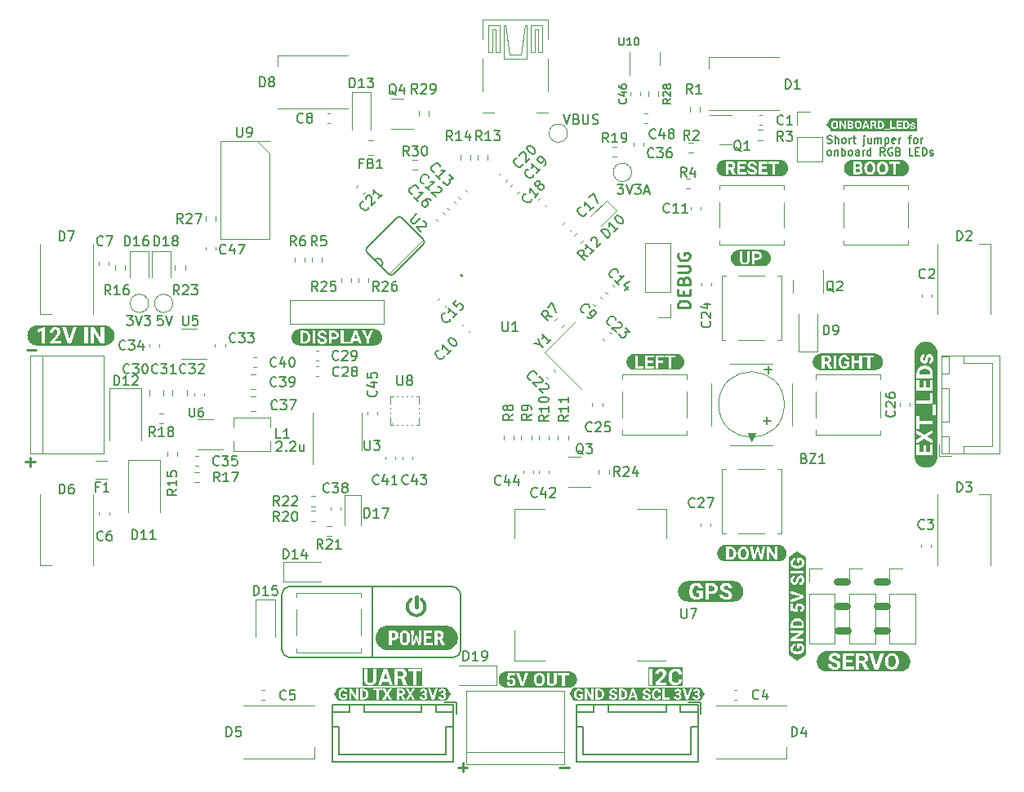
<source format=gbr>
%TF.GenerationSoftware,KiCad,Pcbnew,(6.0.8)*%
%TF.CreationDate,2023-04-20T14:40:41+02:00*%
%TF.ProjectId,scheda PSE,73636865-6461-4205-9053-452e6b696361,rev?*%
%TF.SameCoordinates,Original*%
%TF.FileFunction,Legend,Top*%
%TF.FilePolarity,Positive*%
%FSLAX46Y46*%
G04 Gerber Fmt 4.6, Leading zero omitted, Abs format (unit mm)*
G04 Created by KiCad (PCBNEW (6.0.8)) date 2023-04-20 14:40:41*
%MOMM*%
%LPD*%
G01*
G04 APERTURE LIST*
%ADD10C,0.150000*%
%ADD11C,0.750000*%
%ADD12C,0.300000*%
%ADD13C,0.400000*%
%ADD14C,0.250000*%
%ADD15C,0.120000*%
%ADD16C,0.152400*%
%ADD17C,0.050800*%
%ADD18C,0.200000*%
%ADD19C,0.005000*%
%ADD20C,0.100000*%
G04 APERTURE END LIST*
D10*
X145803342Y-128173478D02*
X145803342Y-128884678D01*
X162567342Y-133355078D02*
X173692542Y-133355078D01*
X145803342Y-128173478D02*
X147276542Y-128173478D01*
X148343342Y-130408678D02*
X149105342Y-130408678D01*
X137218142Y-130408678D02*
X137218142Y-133355078D01*
X173489342Y-127868678D02*
X174759342Y-127868678D01*
X131325322Y-122483878D02*
G75*
G03*
X132087342Y-123245878I761978J-22D01*
G01*
X171152542Y-128884678D02*
X165158142Y-128884678D01*
X149105342Y-128173478D02*
X147276542Y-128173478D01*
D11*
X193027024Y-115366800D02*
X194043024Y-115366800D01*
D10*
X138284942Y-128884678D02*
X136557742Y-128884678D01*
X138284942Y-128173478D02*
X138284942Y-128884678D01*
X165158142Y-128173478D02*
X171152542Y-128173478D01*
X139808942Y-128884678D02*
X139808942Y-128173478D01*
X149105342Y-134117078D02*
X136506942Y-134117078D01*
D11*
X188886824Y-117917151D02*
X189902824Y-117917151D01*
D10*
X171152542Y-128173478D02*
X171152542Y-128884678D01*
X173692542Y-133355078D02*
X173692542Y-130408678D01*
X136506942Y-128173478D02*
X139808942Y-128173478D01*
X161856142Y-134117078D02*
X161856142Y-128173478D01*
X174454542Y-128173478D02*
X172625742Y-128173478D01*
D11*
X188886824Y-115377151D02*
X189902824Y-115377151D01*
D10*
X145803342Y-128884678D02*
X139808942Y-128884678D01*
D12*
X144711142Y-117210049D02*
G75*
G03*
X145777942Y-117210049I533400J-776102D01*
G01*
D10*
X149867342Y-116895878D02*
X149867342Y-122483878D01*
X149105342Y-128884678D02*
X149105342Y-128173478D01*
X173692542Y-130408678D02*
X174454542Y-130408678D01*
X137218142Y-133355078D02*
X148343342Y-133355078D01*
X149410142Y-127868678D02*
X149410142Y-129087878D01*
X132087342Y-115879878D02*
X148851342Y-115879878D01*
X174454542Y-128884678D02*
X174454542Y-128173478D01*
X148140142Y-127868678D02*
X149410142Y-127868678D01*
X132087342Y-115879942D02*
G75*
G03*
X131325342Y-116641878I-42J-761958D01*
G01*
X174759342Y-127868678D02*
X174759342Y-129087878D01*
X136506942Y-134117078D02*
X136506942Y-128173478D01*
X162567342Y-130408678D02*
X162567342Y-133355078D01*
X147276542Y-128173478D02*
X147276542Y-128884678D01*
X149105342Y-123245942D02*
G75*
G03*
X149867342Y-122483878I-42J762042D01*
G01*
X139808942Y-128173478D02*
X145803342Y-128173478D01*
X172625742Y-128173478D02*
X172625742Y-128884678D01*
X148343342Y-133355078D02*
X148343342Y-130408678D01*
X171152542Y-128173478D02*
X172625742Y-128173478D01*
X163634142Y-128884678D02*
X161906942Y-128884678D01*
X161906942Y-130408678D02*
X162567342Y-130408678D01*
X149867322Y-116895878D02*
G75*
G03*
X148851342Y-115879878I-1016022J-22D01*
G01*
X149105342Y-128884678D02*
X149105342Y-134117078D01*
D13*
X145244542Y-117006849D02*
X145244542Y-117986710D01*
D11*
X188912224Y-120431751D02*
X189928224Y-120431751D01*
X193052424Y-117957600D02*
X194068424Y-117957600D01*
D10*
X149105342Y-123245878D02*
X132087342Y-123245878D01*
X161856142Y-128173478D02*
X165158142Y-128173478D01*
X174454542Y-134117078D02*
X161856142Y-134117078D01*
X172625742Y-128884678D02*
X174454542Y-128884678D01*
X131325342Y-122483878D02*
X131325342Y-116641878D01*
X174454542Y-128884678D02*
X174454542Y-134117078D01*
D11*
X193027024Y-120446800D02*
X194043024Y-120446800D01*
D10*
X136557742Y-130408678D02*
X137218142Y-130408678D01*
X140723342Y-115879878D02*
X140723342Y-123245878D01*
X163634142Y-128173478D02*
X163634142Y-128884678D01*
X147276542Y-128884678D02*
X149105342Y-128884678D01*
X165158142Y-128884678D02*
X165158142Y-128173478D01*
D14*
X160109951Y-134714363D02*
X161062332Y-134714363D01*
D10*
X187879680Y-69834609D02*
X187993966Y-69872704D01*
X188184442Y-69872704D01*
X188260633Y-69834609D01*
X188298728Y-69796514D01*
X188336823Y-69720323D01*
X188336823Y-69644133D01*
X188298728Y-69567942D01*
X188260633Y-69529847D01*
X188184442Y-69491752D01*
X188032061Y-69453657D01*
X187955871Y-69415561D01*
X187917776Y-69377466D01*
X187879680Y-69301276D01*
X187879680Y-69225085D01*
X187917776Y-69148895D01*
X187955871Y-69110800D01*
X188032061Y-69072704D01*
X188222538Y-69072704D01*
X188336823Y-69110800D01*
X188679680Y-69872704D02*
X188679680Y-69072704D01*
X189022538Y-69872704D02*
X189022538Y-69453657D01*
X188984442Y-69377466D01*
X188908252Y-69339371D01*
X188793966Y-69339371D01*
X188717776Y-69377466D01*
X188679680Y-69415561D01*
X189517776Y-69872704D02*
X189441585Y-69834609D01*
X189403490Y-69796514D01*
X189365395Y-69720323D01*
X189365395Y-69491752D01*
X189403490Y-69415561D01*
X189441585Y-69377466D01*
X189517776Y-69339371D01*
X189632061Y-69339371D01*
X189708252Y-69377466D01*
X189746347Y-69415561D01*
X189784442Y-69491752D01*
X189784442Y-69720323D01*
X189746347Y-69796514D01*
X189708252Y-69834609D01*
X189632061Y-69872704D01*
X189517776Y-69872704D01*
X190127300Y-69872704D02*
X190127300Y-69339371D01*
X190127300Y-69491752D02*
X190165395Y-69415561D01*
X190203490Y-69377466D01*
X190279680Y-69339371D01*
X190355871Y-69339371D01*
X190508252Y-69339371D02*
X190813014Y-69339371D01*
X190622538Y-69072704D02*
X190622538Y-69758419D01*
X190660633Y-69834609D01*
X190736823Y-69872704D01*
X190813014Y-69872704D01*
X191689204Y-69339371D02*
X191689204Y-70025085D01*
X191651109Y-70101276D01*
X191574919Y-70139371D01*
X191536823Y-70139371D01*
X191689204Y-69072704D02*
X191651109Y-69110800D01*
X191689204Y-69148895D01*
X191727300Y-69110800D01*
X191689204Y-69072704D01*
X191689204Y-69148895D01*
X192413014Y-69339371D02*
X192413014Y-69872704D01*
X192070157Y-69339371D02*
X192070157Y-69758419D01*
X192108252Y-69834609D01*
X192184442Y-69872704D01*
X192298728Y-69872704D01*
X192374919Y-69834609D01*
X192413014Y-69796514D01*
X192793966Y-69872704D02*
X192793966Y-69339371D01*
X192793966Y-69415561D02*
X192832061Y-69377466D01*
X192908252Y-69339371D01*
X193022538Y-69339371D01*
X193098728Y-69377466D01*
X193136823Y-69453657D01*
X193136823Y-69872704D01*
X193136823Y-69453657D02*
X193174919Y-69377466D01*
X193251109Y-69339371D01*
X193365395Y-69339371D01*
X193441585Y-69377466D01*
X193479680Y-69453657D01*
X193479680Y-69872704D01*
X193860633Y-69339371D02*
X193860633Y-70139371D01*
X193860633Y-69377466D02*
X193936823Y-69339371D01*
X194089204Y-69339371D01*
X194165395Y-69377466D01*
X194203490Y-69415561D01*
X194241585Y-69491752D01*
X194241585Y-69720323D01*
X194203490Y-69796514D01*
X194165395Y-69834609D01*
X194089204Y-69872704D01*
X193936823Y-69872704D01*
X193860633Y-69834609D01*
X194889204Y-69834609D02*
X194813014Y-69872704D01*
X194660633Y-69872704D01*
X194584442Y-69834609D01*
X194546347Y-69758419D01*
X194546347Y-69453657D01*
X194584442Y-69377466D01*
X194660633Y-69339371D01*
X194813014Y-69339371D01*
X194889204Y-69377466D01*
X194927300Y-69453657D01*
X194927300Y-69529847D01*
X194546347Y-69606038D01*
X195270157Y-69872704D02*
X195270157Y-69339371D01*
X195270157Y-69491752D02*
X195308252Y-69415561D01*
X195346347Y-69377466D01*
X195422538Y-69339371D01*
X195498728Y-69339371D01*
X196260633Y-69339371D02*
X196565395Y-69339371D01*
X196374919Y-69872704D02*
X196374919Y-69186990D01*
X196413014Y-69110800D01*
X196489204Y-69072704D01*
X196565395Y-69072704D01*
X196946347Y-69872704D02*
X196870157Y-69834609D01*
X196832061Y-69796514D01*
X196793966Y-69720323D01*
X196793966Y-69491752D01*
X196832061Y-69415561D01*
X196870157Y-69377466D01*
X196946347Y-69339371D01*
X197060633Y-69339371D01*
X197136823Y-69377466D01*
X197174919Y-69415561D01*
X197213014Y-69491752D01*
X197213014Y-69720323D01*
X197174919Y-69796514D01*
X197136823Y-69834609D01*
X197060633Y-69872704D01*
X196946347Y-69872704D01*
X197555871Y-69872704D02*
X197555871Y-69339371D01*
X197555871Y-69491752D02*
X197593966Y-69415561D01*
X197632061Y-69377466D01*
X197708252Y-69339371D01*
X197784442Y-69339371D01*
X188032061Y-71160704D02*
X187955871Y-71122609D01*
X187917776Y-71084514D01*
X187879680Y-71008323D01*
X187879680Y-70779752D01*
X187917776Y-70703561D01*
X187955871Y-70665466D01*
X188032061Y-70627371D01*
X188146347Y-70627371D01*
X188222538Y-70665466D01*
X188260633Y-70703561D01*
X188298728Y-70779752D01*
X188298728Y-71008323D01*
X188260633Y-71084514D01*
X188222538Y-71122609D01*
X188146347Y-71160704D01*
X188032061Y-71160704D01*
X188641585Y-70627371D02*
X188641585Y-71160704D01*
X188641585Y-70703561D02*
X188679680Y-70665466D01*
X188755871Y-70627371D01*
X188870157Y-70627371D01*
X188946347Y-70665466D01*
X188984442Y-70741657D01*
X188984442Y-71160704D01*
X189365395Y-71160704D02*
X189365395Y-70360704D01*
X189365395Y-70665466D02*
X189441585Y-70627371D01*
X189593966Y-70627371D01*
X189670157Y-70665466D01*
X189708252Y-70703561D01*
X189746347Y-70779752D01*
X189746347Y-71008323D01*
X189708252Y-71084514D01*
X189670157Y-71122609D01*
X189593966Y-71160704D01*
X189441585Y-71160704D01*
X189365395Y-71122609D01*
X190203490Y-71160704D02*
X190127300Y-71122609D01*
X190089204Y-71084514D01*
X190051109Y-71008323D01*
X190051109Y-70779752D01*
X190089204Y-70703561D01*
X190127300Y-70665466D01*
X190203490Y-70627371D01*
X190317776Y-70627371D01*
X190393966Y-70665466D01*
X190432061Y-70703561D01*
X190470157Y-70779752D01*
X190470157Y-71008323D01*
X190432061Y-71084514D01*
X190393966Y-71122609D01*
X190317776Y-71160704D01*
X190203490Y-71160704D01*
X191155871Y-71160704D02*
X191155871Y-70741657D01*
X191117776Y-70665466D01*
X191041585Y-70627371D01*
X190889204Y-70627371D01*
X190813014Y-70665466D01*
X191155871Y-71122609D02*
X191079680Y-71160704D01*
X190889204Y-71160704D01*
X190813014Y-71122609D01*
X190774919Y-71046419D01*
X190774919Y-70970228D01*
X190813014Y-70894038D01*
X190889204Y-70855942D01*
X191079680Y-70855942D01*
X191155871Y-70817847D01*
X191536823Y-71160704D02*
X191536823Y-70627371D01*
X191536823Y-70779752D02*
X191574919Y-70703561D01*
X191613014Y-70665466D01*
X191689204Y-70627371D01*
X191765395Y-70627371D01*
X192374919Y-71160704D02*
X192374919Y-70360704D01*
X192374919Y-71122609D02*
X192298728Y-71160704D01*
X192146347Y-71160704D01*
X192070157Y-71122609D01*
X192032061Y-71084514D01*
X191993966Y-71008323D01*
X191993966Y-70779752D01*
X192032061Y-70703561D01*
X192070157Y-70665466D01*
X192146347Y-70627371D01*
X192298728Y-70627371D01*
X192374919Y-70665466D01*
X193822538Y-71160704D02*
X193555871Y-70779752D01*
X193365395Y-71160704D02*
X193365395Y-70360704D01*
X193670157Y-70360704D01*
X193746347Y-70398800D01*
X193784442Y-70436895D01*
X193822538Y-70513085D01*
X193822538Y-70627371D01*
X193784442Y-70703561D01*
X193746347Y-70741657D01*
X193670157Y-70779752D01*
X193365395Y-70779752D01*
X194584442Y-70398800D02*
X194508252Y-70360704D01*
X194393966Y-70360704D01*
X194279680Y-70398800D01*
X194203490Y-70474990D01*
X194165395Y-70551180D01*
X194127300Y-70703561D01*
X194127300Y-70817847D01*
X194165395Y-70970228D01*
X194203490Y-71046419D01*
X194279680Y-71122609D01*
X194393966Y-71160704D01*
X194470157Y-71160704D01*
X194584442Y-71122609D01*
X194622538Y-71084514D01*
X194622538Y-70817847D01*
X194470157Y-70817847D01*
X195232061Y-70741657D02*
X195346347Y-70779752D01*
X195384442Y-70817847D01*
X195422538Y-70894038D01*
X195422538Y-71008323D01*
X195384442Y-71084514D01*
X195346347Y-71122609D01*
X195270157Y-71160704D01*
X194965395Y-71160704D01*
X194965395Y-70360704D01*
X195232061Y-70360704D01*
X195308252Y-70398800D01*
X195346347Y-70436895D01*
X195384442Y-70513085D01*
X195384442Y-70589276D01*
X195346347Y-70665466D01*
X195308252Y-70703561D01*
X195232061Y-70741657D01*
X194965395Y-70741657D01*
X196755871Y-71160704D02*
X196374919Y-71160704D01*
X196374919Y-70360704D01*
X197022538Y-70741657D02*
X197289204Y-70741657D01*
X197403490Y-71160704D02*
X197022538Y-71160704D01*
X197022538Y-70360704D01*
X197403490Y-70360704D01*
X197746347Y-71160704D02*
X197746347Y-70360704D01*
X197936823Y-70360704D01*
X198051109Y-70398800D01*
X198127300Y-70474990D01*
X198165395Y-70551180D01*
X198203490Y-70703561D01*
X198203490Y-70817847D01*
X198165395Y-70970228D01*
X198127300Y-71046419D01*
X198051109Y-71122609D01*
X197936823Y-71160704D01*
X197746347Y-71160704D01*
X198508252Y-71122609D02*
X198584442Y-71160704D01*
X198736823Y-71160704D01*
X198813014Y-71122609D01*
X198851109Y-71046419D01*
X198851109Y-71008323D01*
X198813014Y-70932133D01*
X198736823Y-70894038D01*
X198622538Y-70894038D01*
X198546347Y-70855942D01*
X198508252Y-70779752D01*
X198508252Y-70741657D01*
X198546347Y-70665466D01*
X198622538Y-70627371D01*
X198736823Y-70627371D01*
X198813014Y-70665466D01*
X118942865Y-87773258D02*
X118466675Y-87773258D01*
X118419056Y-88249449D01*
X118466675Y-88201830D01*
X118561913Y-88154211D01*
X118800008Y-88154211D01*
X118895246Y-88201830D01*
X118942865Y-88249449D01*
X118990484Y-88344687D01*
X118990484Y-88582782D01*
X118942865Y-88678020D01*
X118895246Y-88725639D01*
X118800008Y-88773258D01*
X118561913Y-88773258D01*
X118466675Y-88725639D01*
X118419056Y-88678020D01*
X119276199Y-87773258D02*
X119609532Y-88773258D01*
X119942865Y-87773258D01*
D14*
X104737951Y-102964363D02*
X105690332Y-102964363D01*
X105214142Y-103440554D02*
X105214142Y-102488173D01*
D10*
X166087357Y-74164131D02*
X166706404Y-74164131D01*
X166373071Y-74545084D01*
X166515928Y-74545084D01*
X166611166Y-74592703D01*
X166658785Y-74640322D01*
X166706404Y-74735560D01*
X166706404Y-74973655D01*
X166658785Y-75068893D01*
X166611166Y-75116512D01*
X166515928Y-75164131D01*
X166230214Y-75164131D01*
X166134976Y-75116512D01*
X166087357Y-75068893D01*
X166992119Y-74164131D02*
X167325452Y-75164131D01*
X167658785Y-74164131D01*
X167896881Y-74164131D02*
X168515928Y-74164131D01*
X168182595Y-74545084D01*
X168325452Y-74545084D01*
X168420690Y-74592703D01*
X168468309Y-74640322D01*
X168515928Y-74735560D01*
X168515928Y-74973655D01*
X168468309Y-75068893D01*
X168420690Y-75116512D01*
X168325452Y-75164131D01*
X168039738Y-75164131D01*
X167944500Y-75116512D01*
X167896881Y-75068893D01*
X168896881Y-74878417D02*
X169373071Y-74878417D01*
X168801643Y-75164131D02*
X169134976Y-74164131D01*
X169468309Y-75164131D01*
X160510490Y-66899731D02*
X160843824Y-67899731D01*
X161177157Y-66899731D01*
X161843824Y-67375922D02*
X161986681Y-67423541D01*
X162034300Y-67471160D01*
X162081919Y-67566398D01*
X162081919Y-67709255D01*
X162034300Y-67804493D01*
X161986681Y-67852112D01*
X161891443Y-67899731D01*
X161510490Y-67899731D01*
X161510490Y-66899731D01*
X161843824Y-66899731D01*
X161939062Y-66947351D01*
X161986681Y-66994970D01*
X162034300Y-67090208D01*
X162034300Y-67185446D01*
X161986681Y-67280684D01*
X161939062Y-67328303D01*
X161843824Y-67375922D01*
X161510490Y-67375922D01*
X162510490Y-66899731D02*
X162510490Y-67709255D01*
X162558109Y-67804493D01*
X162605728Y-67852112D01*
X162700966Y-67899731D01*
X162891443Y-67899731D01*
X162986681Y-67852112D01*
X163034300Y-67804493D01*
X163081919Y-67709255D01*
X163081919Y-66899731D01*
X163510490Y-67852112D02*
X163653347Y-67899731D01*
X163891443Y-67899731D01*
X163986681Y-67852112D01*
X164034300Y-67804493D01*
X164081919Y-67709255D01*
X164081919Y-67614017D01*
X164034300Y-67518779D01*
X163986681Y-67471160D01*
X163891443Y-67423541D01*
X163700966Y-67375922D01*
X163605728Y-67328303D01*
X163558109Y-67280684D01*
X163510490Y-67185446D01*
X163510490Y-67090208D01*
X163558109Y-66994970D01*
X163605728Y-66947351D01*
X163700966Y-66899731D01*
X163939062Y-66899731D01*
X164081919Y-66947351D01*
X115228246Y-87773258D02*
X115847294Y-87773258D01*
X115513961Y-88154211D01*
X115656818Y-88154211D01*
X115752056Y-88201830D01*
X115799675Y-88249449D01*
X115847294Y-88344687D01*
X115847294Y-88582782D01*
X115799675Y-88678020D01*
X115752056Y-88725639D01*
X115656818Y-88773258D01*
X115371103Y-88773258D01*
X115275865Y-88725639D01*
X115228246Y-88678020D01*
X116133008Y-87773258D02*
X116466342Y-88773258D01*
X116799675Y-87773258D01*
X117037770Y-87773258D02*
X117656818Y-87773258D01*
X117323484Y-88154211D01*
X117466342Y-88154211D01*
X117561580Y-88201830D01*
X117609199Y-88249449D01*
X117656818Y-88344687D01*
X117656818Y-88582782D01*
X117609199Y-88678020D01*
X117561580Y-88725639D01*
X117466342Y-88773258D01*
X117180627Y-88773258D01*
X117085389Y-88725639D01*
X117037770Y-88678020D01*
D14*
X173597618Y-86927497D02*
X172347618Y-86927497D01*
X172347618Y-86629878D01*
X172407142Y-86451306D01*
X172526189Y-86332258D01*
X172645237Y-86272735D01*
X172883332Y-86213211D01*
X173061903Y-86213211D01*
X173299999Y-86272735D01*
X173419046Y-86332258D01*
X173538094Y-86451306D01*
X173597618Y-86629878D01*
X173597618Y-86927497D01*
X172942856Y-85677497D02*
X172942856Y-85260830D01*
X173597618Y-85082258D02*
X173597618Y-85677497D01*
X172347618Y-85677497D01*
X172347618Y-85082258D01*
X172942856Y-84129878D02*
X173002380Y-83951306D01*
X173061903Y-83891782D01*
X173180951Y-83832258D01*
X173359522Y-83832258D01*
X173478570Y-83891782D01*
X173538094Y-83951306D01*
X173597618Y-84070354D01*
X173597618Y-84546544D01*
X172347618Y-84546544D01*
X172347618Y-84129878D01*
X172407142Y-84010830D01*
X172466665Y-83951306D01*
X172585713Y-83891782D01*
X172704761Y-83891782D01*
X172823808Y-83951306D01*
X172883332Y-84010830D01*
X172942856Y-84129878D01*
X172942856Y-84546544D01*
X172347618Y-83296544D02*
X173359522Y-83296544D01*
X173478570Y-83237020D01*
X173538094Y-83177497D01*
X173597618Y-83058449D01*
X173597618Y-82820354D01*
X173538094Y-82701306D01*
X173478570Y-82641782D01*
X173359522Y-82582258D01*
X172347618Y-82582258D01*
X172407142Y-81332258D02*
X172347618Y-81451306D01*
X172347618Y-81629878D01*
X172407142Y-81808449D01*
X172526189Y-81927497D01*
X172645237Y-81987020D01*
X172883332Y-82046544D01*
X173061903Y-82046544D01*
X173299999Y-81987020D01*
X173419046Y-81927497D01*
X173538094Y-81808449D01*
X173597618Y-81629878D01*
X173597618Y-81510830D01*
X173538094Y-81332258D01*
X173478570Y-81272735D01*
X173061903Y-81272735D01*
X173061903Y-81510830D01*
X104839551Y-91331163D02*
X105791932Y-91331163D01*
X149594351Y-134663563D02*
X150546732Y-134663563D01*
X150070542Y-135139754D02*
X150070542Y-134187373D01*
D10*
%TO.C,D3*%
X201300846Y-106070658D02*
X201300846Y-105070658D01*
X201538942Y-105070658D01*
X201681799Y-105118278D01*
X201777037Y-105213516D01*
X201824656Y-105308754D01*
X201872275Y-105499230D01*
X201872275Y-105642087D01*
X201824656Y-105832563D01*
X201777037Y-105927801D01*
X201681799Y-106023039D01*
X201538942Y-106070658D01*
X201300846Y-106070658D01*
X202205608Y-105070658D02*
X202824656Y-105070658D01*
X202491322Y-105451611D01*
X202634180Y-105451611D01*
X202729418Y-105499230D01*
X202777037Y-105546849D01*
X202824656Y-105642087D01*
X202824656Y-105880182D01*
X202777037Y-105975420D01*
X202729418Y-106023039D01*
X202634180Y-106070658D01*
X202348465Y-106070658D01*
X202253227Y-106023039D01*
X202205608Y-105975420D01*
%TO.C,U2*%
X145296219Y-77209504D02*
X144723799Y-77781924D01*
X144690127Y-77882939D01*
X144690127Y-77950283D01*
X144723799Y-78051298D01*
X144858486Y-78185985D01*
X144959501Y-78219657D01*
X145026845Y-78219657D01*
X145127860Y-78185985D01*
X145700280Y-77613565D01*
X145935982Y-77983955D02*
X146003325Y-77983955D01*
X146104341Y-78017626D01*
X146272699Y-78185985D01*
X146306371Y-78287000D01*
X146306371Y-78354344D01*
X146272699Y-78455359D01*
X146205356Y-78522703D01*
X146070669Y-78590046D01*
X145262547Y-78590046D01*
X145700280Y-79027779D01*
%TO.C,C36*%
X169849284Y-71279020D02*
X169801665Y-71326639D01*
X169658808Y-71374258D01*
X169563570Y-71374258D01*
X169420713Y-71326639D01*
X169325475Y-71231401D01*
X169277856Y-71136163D01*
X169230237Y-70945687D01*
X169230237Y-70802830D01*
X169277856Y-70612354D01*
X169325475Y-70517116D01*
X169420713Y-70421878D01*
X169563570Y-70374258D01*
X169658808Y-70374258D01*
X169801665Y-70421878D01*
X169849284Y-70469497D01*
X170182618Y-70374258D02*
X170801665Y-70374258D01*
X170468332Y-70755211D01*
X170611189Y-70755211D01*
X170706427Y-70802830D01*
X170754046Y-70850449D01*
X170801665Y-70945687D01*
X170801665Y-71183782D01*
X170754046Y-71279020D01*
X170706427Y-71326639D01*
X170611189Y-71374258D01*
X170325475Y-71374258D01*
X170230237Y-71326639D01*
X170182618Y-71279020D01*
X171658808Y-70374258D02*
X171468332Y-70374258D01*
X171373094Y-70421878D01*
X171325475Y-70469497D01*
X171230237Y-70612354D01*
X171182618Y-70802830D01*
X171182618Y-71183782D01*
X171230237Y-71279020D01*
X171277856Y-71326639D01*
X171373094Y-71374258D01*
X171563570Y-71374258D01*
X171658808Y-71326639D01*
X171706427Y-71279020D01*
X171754046Y-71183782D01*
X171754046Y-70945687D01*
X171706427Y-70850449D01*
X171658808Y-70802830D01*
X171563570Y-70755211D01*
X171373094Y-70755211D01*
X171277856Y-70802830D01*
X171230237Y-70850449D01*
X171182618Y-70945687D01*
%TO.C,C13*%
X147128235Y-72878847D02*
X147060891Y-72878847D01*
X146926204Y-72811503D01*
X146858861Y-72744160D01*
X146791517Y-72609473D01*
X146791517Y-72474786D01*
X146825189Y-72373771D01*
X146926204Y-72205412D01*
X147027219Y-72104397D01*
X147195578Y-72003381D01*
X147296593Y-71969710D01*
X147431280Y-71969710D01*
X147565967Y-72037053D01*
X147633311Y-72104397D01*
X147700654Y-72239084D01*
X147700654Y-72306427D01*
X147734326Y-73619626D02*
X147330265Y-73215565D01*
X147532296Y-73417595D02*
X148239403Y-72710488D01*
X148071044Y-72744160D01*
X147936357Y-72744160D01*
X147835342Y-72710488D01*
X148677135Y-73148221D02*
X149114868Y-73585954D01*
X148609792Y-73619626D01*
X148710807Y-73720641D01*
X148744479Y-73821656D01*
X148744479Y-73889000D01*
X148710807Y-73990015D01*
X148542448Y-74158374D01*
X148441433Y-74192045D01*
X148374090Y-74192045D01*
X148273074Y-74158374D01*
X148071044Y-73956343D01*
X148037372Y-73855328D01*
X148037372Y-73787984D01*
%TO.C,U5*%
X121038437Y-87773258D02*
X121038437Y-88582782D01*
X121086056Y-88678020D01*
X121133675Y-88725639D01*
X121228913Y-88773258D01*
X121419389Y-88773258D01*
X121514627Y-88725639D01*
X121562246Y-88678020D01*
X121609865Y-88582782D01*
X121609865Y-87773258D01*
X122562246Y-87773258D02*
X122086056Y-87773258D01*
X122038437Y-88249449D01*
X122086056Y-88201830D01*
X122181294Y-88154211D01*
X122419389Y-88154211D01*
X122514627Y-88201830D01*
X122562246Y-88249449D01*
X122609865Y-88344687D01*
X122609865Y-88582782D01*
X122562246Y-88678020D01*
X122514627Y-88725639D01*
X122419389Y-88773258D01*
X122181294Y-88773258D01*
X122086056Y-88725639D01*
X122038437Y-88678020D01*
%TO.C,C39*%
X130725942Y-95028020D02*
X130678323Y-95075639D01*
X130535466Y-95123258D01*
X130440228Y-95123258D01*
X130297371Y-95075639D01*
X130202133Y-94980401D01*
X130154514Y-94885163D01*
X130106895Y-94694687D01*
X130106895Y-94551830D01*
X130154514Y-94361354D01*
X130202133Y-94266116D01*
X130297371Y-94170878D01*
X130440228Y-94123258D01*
X130535466Y-94123258D01*
X130678323Y-94170878D01*
X130725942Y-94218497D01*
X131059276Y-94123258D02*
X131678323Y-94123258D01*
X131344990Y-94504211D01*
X131487847Y-94504211D01*
X131583085Y-94551830D01*
X131630704Y-94599449D01*
X131678323Y-94694687D01*
X131678323Y-94932782D01*
X131630704Y-95028020D01*
X131583085Y-95075639D01*
X131487847Y-95123258D01*
X131202133Y-95123258D01*
X131106895Y-95075639D01*
X131059276Y-95028020D01*
X132154514Y-95123258D02*
X132344990Y-95123258D01*
X132440228Y-95075639D01*
X132487847Y-95028020D01*
X132583085Y-94885163D01*
X132630704Y-94694687D01*
X132630704Y-94313735D01*
X132583085Y-94218497D01*
X132535466Y-94170878D01*
X132440228Y-94123258D01*
X132249752Y-94123258D01*
X132154514Y-94170878D01*
X132106895Y-94218497D01*
X132059276Y-94313735D01*
X132059276Y-94551830D01*
X132106895Y-94647068D01*
X132154514Y-94694687D01*
X132249752Y-94742306D01*
X132440228Y-94742306D01*
X132535466Y-94694687D01*
X132583085Y-94647068D01*
X132630704Y-94551830D01*
%TO.C,C48*%
X170052484Y-69297820D02*
X170004865Y-69345439D01*
X169862008Y-69393058D01*
X169766770Y-69393058D01*
X169623913Y-69345439D01*
X169528675Y-69250201D01*
X169481056Y-69154963D01*
X169433437Y-68964487D01*
X169433437Y-68821630D01*
X169481056Y-68631154D01*
X169528675Y-68535916D01*
X169623913Y-68440678D01*
X169766770Y-68393058D01*
X169862008Y-68393058D01*
X170004865Y-68440678D01*
X170052484Y-68488297D01*
X170909627Y-68726392D02*
X170909627Y-69393058D01*
X170671532Y-68345439D02*
X170433437Y-69059725D01*
X171052484Y-69059725D01*
X171576294Y-68821630D02*
X171481056Y-68774011D01*
X171433437Y-68726392D01*
X171385818Y-68631154D01*
X171385818Y-68583535D01*
X171433437Y-68488297D01*
X171481056Y-68440678D01*
X171576294Y-68393058D01*
X171766770Y-68393058D01*
X171862008Y-68440678D01*
X171909627Y-68488297D01*
X171957246Y-68583535D01*
X171957246Y-68631154D01*
X171909627Y-68726392D01*
X171862008Y-68774011D01*
X171766770Y-68821630D01*
X171576294Y-68821630D01*
X171481056Y-68869249D01*
X171433437Y-68916868D01*
X171385818Y-69012106D01*
X171385818Y-69202582D01*
X171433437Y-69297820D01*
X171481056Y-69345439D01*
X171576294Y-69393058D01*
X171766770Y-69393058D01*
X171862008Y-69345439D01*
X171909627Y-69297820D01*
X171957246Y-69202582D01*
X171957246Y-69012106D01*
X171909627Y-68916868D01*
X171862008Y-68869249D01*
X171766770Y-68821630D01*
%TO.C,C26*%
X194822338Y-97642857D02*
X194869957Y-97690476D01*
X194917576Y-97833333D01*
X194917576Y-97928571D01*
X194869957Y-98071428D01*
X194774719Y-98166666D01*
X194679481Y-98214285D01*
X194489005Y-98261904D01*
X194346148Y-98261904D01*
X194155672Y-98214285D01*
X194060434Y-98166666D01*
X193965196Y-98071428D01*
X193917576Y-97928571D01*
X193917576Y-97833333D01*
X193965196Y-97690476D01*
X194012815Y-97642857D01*
X194012815Y-97261904D02*
X193965196Y-97214285D01*
X193917576Y-97119047D01*
X193917576Y-96880952D01*
X193965196Y-96785714D01*
X194012815Y-96738095D01*
X194108053Y-96690476D01*
X194203291Y-96690476D01*
X194346148Y-96738095D01*
X194917576Y-97309523D01*
X194917576Y-96690476D01*
X193917576Y-95833333D02*
X193917576Y-96023809D01*
X193965196Y-96119047D01*
X194012815Y-96166666D01*
X194155672Y-96261904D01*
X194346148Y-96309523D01*
X194727100Y-96309523D01*
X194822338Y-96261904D01*
X194869957Y-96214285D01*
X194917576Y-96119047D01*
X194917576Y-95928571D01*
X194869957Y-95833333D01*
X194822338Y-95785714D01*
X194727100Y-95738095D01*
X194489005Y-95738095D01*
X194393767Y-95785714D01*
X194346148Y-95833333D01*
X194298529Y-95928571D01*
X194298529Y-96119047D01*
X194346148Y-96214285D01*
X194393767Y-96261904D01*
X194489005Y-96309523D01*
%TO.C,C18*%
X157163148Y-75697821D02*
X157163148Y-75765165D01*
X157095804Y-75899852D01*
X157028461Y-75967195D01*
X156893774Y-76034539D01*
X156759087Y-76034539D01*
X156658072Y-76000867D01*
X156489713Y-75899852D01*
X156388698Y-75798837D01*
X156287682Y-75630478D01*
X156254011Y-75529463D01*
X156254011Y-75394776D01*
X156321354Y-75260089D01*
X156388698Y-75192745D01*
X156523385Y-75125402D01*
X156590728Y-75125402D01*
X157903927Y-75091730D02*
X157499866Y-75495791D01*
X157701896Y-75293760D02*
X156994789Y-74586653D01*
X157028461Y-74755012D01*
X157028461Y-74889699D01*
X156994789Y-74990715D01*
X157903927Y-74283608D02*
X157802911Y-74317279D01*
X157735568Y-74317279D01*
X157634553Y-74283608D01*
X157600881Y-74249936D01*
X157567209Y-74148921D01*
X157567209Y-74081577D01*
X157600881Y-73980562D01*
X157735568Y-73845875D01*
X157836583Y-73812203D01*
X157903927Y-73812203D01*
X158004942Y-73845875D01*
X158038614Y-73879547D01*
X158072285Y-73980562D01*
X158072285Y-74047905D01*
X158038614Y-74148921D01*
X157903927Y-74283608D01*
X157870255Y-74384623D01*
X157870255Y-74451966D01*
X157903927Y-74552982D01*
X158038614Y-74687669D01*
X158139629Y-74721340D01*
X158206972Y-74721340D01*
X158307988Y-74687669D01*
X158442675Y-74552982D01*
X158476346Y-74451966D01*
X158476346Y-74384623D01*
X158442675Y-74283608D01*
X158307988Y-74148921D01*
X158206972Y-74115249D01*
X158139629Y-74115249D01*
X158038614Y-74148921D01*
%TO.C,U10*%
X166301265Y-58901382D02*
X166301265Y-59549001D01*
X166339361Y-59625192D01*
X166377456Y-59663287D01*
X166453646Y-59701382D01*
X166606027Y-59701382D01*
X166682218Y-59663287D01*
X166720313Y-59625192D01*
X166758408Y-59549001D01*
X166758408Y-58901382D01*
X167558408Y-59701382D02*
X167101265Y-59701382D01*
X167329837Y-59701382D02*
X167329837Y-58901382D01*
X167253646Y-59015668D01*
X167177456Y-59091858D01*
X167101265Y-59129954D01*
X168053646Y-58901382D02*
X168129837Y-58901382D01*
X168206027Y-58939478D01*
X168244122Y-58977573D01*
X168282218Y-59053763D01*
X168320313Y-59206144D01*
X168320313Y-59396620D01*
X168282218Y-59549001D01*
X168244122Y-59625192D01*
X168206027Y-59663287D01*
X168129837Y-59701382D01*
X168053646Y-59701382D01*
X167977456Y-59663287D01*
X167939361Y-59625192D01*
X167901265Y-59549001D01*
X167863170Y-59396620D01*
X167863170Y-59206144D01*
X167901265Y-59053763D01*
X167939361Y-58977573D01*
X167977456Y-58939478D01*
X168053646Y-58901382D01*
%TO.C,R30*%
X144480542Y-71165980D02*
X144147209Y-70689790D01*
X143909114Y-71165980D02*
X143909114Y-70165980D01*
X144290066Y-70165980D01*
X144385304Y-70213600D01*
X144432923Y-70261219D01*
X144480542Y-70356457D01*
X144480542Y-70499314D01*
X144432923Y-70594552D01*
X144385304Y-70642171D01*
X144290066Y-70689790D01*
X143909114Y-70689790D01*
X144813876Y-70165980D02*
X145432923Y-70165980D01*
X145099590Y-70546933D01*
X145242447Y-70546933D01*
X145337685Y-70594552D01*
X145385304Y-70642171D01*
X145432923Y-70737409D01*
X145432923Y-70975504D01*
X145385304Y-71070742D01*
X145337685Y-71118361D01*
X145242447Y-71165980D01*
X144956733Y-71165980D01*
X144861495Y-71118361D01*
X144813876Y-71070742D01*
X146051971Y-70165980D02*
X146147209Y-70165980D01*
X146242447Y-70213600D01*
X146290066Y-70261219D01*
X146337685Y-70356457D01*
X146385304Y-70546933D01*
X146385304Y-70785028D01*
X146337685Y-70975504D01*
X146290066Y-71070742D01*
X146242447Y-71118361D01*
X146147209Y-71165980D01*
X146051971Y-71165980D01*
X145956733Y-71118361D01*
X145909114Y-71070742D01*
X145861495Y-70975504D01*
X145813876Y-70785028D01*
X145813876Y-70546933D01*
X145861495Y-70356457D01*
X145909114Y-70261219D01*
X145956733Y-70213600D01*
X146051971Y-70165980D01*
%TO.C,U1*%
X154185437Y-88408258D02*
X154185437Y-89217782D01*
X154233056Y-89313020D01*
X154280675Y-89360639D01*
X154375913Y-89408258D01*
X154566389Y-89408258D01*
X154661627Y-89360639D01*
X154709246Y-89313020D01*
X154756865Y-89217782D01*
X154756865Y-88408258D01*
X155756865Y-89408258D02*
X155185437Y-89408258D01*
X155471151Y-89408258D02*
X155471151Y-88408258D01*
X155375913Y-88551116D01*
X155280675Y-88646354D01*
X155185437Y-88693973D01*
%TO.C,C23*%
X165365435Y-88753847D02*
X165298091Y-88753847D01*
X165163404Y-88686503D01*
X165096061Y-88619160D01*
X165028717Y-88484473D01*
X165028717Y-88349786D01*
X165062389Y-88248771D01*
X165163404Y-88080412D01*
X165264419Y-87979397D01*
X165432778Y-87878381D01*
X165533793Y-87844710D01*
X165668480Y-87844710D01*
X165803167Y-87912053D01*
X165870511Y-87979397D01*
X165937854Y-88114084D01*
X165937854Y-88181427D01*
X166207229Y-88450801D02*
X166274572Y-88450801D01*
X166375587Y-88484473D01*
X166543946Y-88652832D01*
X166577618Y-88753847D01*
X166577618Y-88821190D01*
X166543946Y-88922206D01*
X166476603Y-88989549D01*
X166341916Y-89056893D01*
X165533793Y-89056893D01*
X165971526Y-89494626D01*
X166914335Y-89023221D02*
X167352068Y-89460954D01*
X166846992Y-89494626D01*
X166948007Y-89595641D01*
X166981679Y-89696656D01*
X166981679Y-89764000D01*
X166948007Y-89865015D01*
X166779648Y-90033374D01*
X166678633Y-90067045D01*
X166611290Y-90067045D01*
X166510274Y-90033374D01*
X166308244Y-89831343D01*
X166274572Y-89730328D01*
X166274572Y-89662984D01*
%TO.C,R5*%
X134961333Y-80513180D02*
X134628000Y-80036990D01*
X134389904Y-80513180D02*
X134389904Y-79513180D01*
X134770857Y-79513180D01*
X134866095Y-79560800D01*
X134913714Y-79608419D01*
X134961333Y-79703657D01*
X134961333Y-79846514D01*
X134913714Y-79941752D01*
X134866095Y-79989371D01*
X134770857Y-80036990D01*
X134389904Y-80036990D01*
X135866095Y-79513180D02*
X135389904Y-79513180D01*
X135342285Y-79989371D01*
X135389904Y-79941752D01*
X135485142Y-79894133D01*
X135723238Y-79894133D01*
X135818476Y-79941752D01*
X135866095Y-79989371D01*
X135913714Y-80084609D01*
X135913714Y-80322704D01*
X135866095Y-80417942D01*
X135818476Y-80465561D01*
X135723238Y-80513180D01*
X135485142Y-80513180D01*
X135389904Y-80465561D01*
X135342285Y-80417942D01*
%TO.C,Y1*%
X158048188Y-90748959D02*
X158384906Y-91085677D01*
X157442097Y-90614272D02*
X158048188Y-90748959D01*
X157913501Y-90142868D01*
X159226699Y-90243883D02*
X158822638Y-90647944D01*
X159024669Y-90445913D02*
X158317562Y-89738807D01*
X158351234Y-89907165D01*
X158351234Y-90041852D01*
X158317562Y-90142868D01*
%TO.C,C45*%
X141080484Y-95567735D02*
X141128103Y-95615354D01*
X141175722Y-95758211D01*
X141175722Y-95853449D01*
X141128103Y-95996306D01*
X141032865Y-96091544D01*
X140937627Y-96139163D01*
X140747151Y-96186782D01*
X140604294Y-96186782D01*
X140413818Y-96139163D01*
X140318580Y-96091544D01*
X140223342Y-95996306D01*
X140175722Y-95853449D01*
X140175722Y-95758211D01*
X140223342Y-95615354D01*
X140270961Y-95567735D01*
X140509056Y-94710592D02*
X141175722Y-94710592D01*
X140128103Y-94948687D02*
X140842389Y-95186782D01*
X140842389Y-94567735D01*
X140175722Y-93710592D02*
X140175722Y-94186782D01*
X140651913Y-94234401D01*
X140604294Y-94186782D01*
X140556675Y-94091544D01*
X140556675Y-93853449D01*
X140604294Y-93758211D01*
X140651913Y-93710592D01*
X140747151Y-93662973D01*
X140985246Y-93662973D01*
X141080484Y-93710592D01*
X141128103Y-93758211D01*
X141175722Y-93853449D01*
X141175722Y-94091544D01*
X141128103Y-94186782D01*
X141080484Y-94234401D01*
%TO.C,BZ1*%
X185460789Y-102600449D02*
X185603646Y-102648068D01*
X185651265Y-102695687D01*
X185698884Y-102790925D01*
X185698884Y-102933782D01*
X185651265Y-103029020D01*
X185603646Y-103076639D01*
X185508408Y-103124258D01*
X185127456Y-103124258D01*
X185127456Y-102124258D01*
X185460789Y-102124258D01*
X185556027Y-102171878D01*
X185603646Y-102219497D01*
X185651265Y-102314735D01*
X185651265Y-102409973D01*
X185603646Y-102505211D01*
X185556027Y-102552830D01*
X185460789Y-102600449D01*
X185127456Y-102600449D01*
X186032218Y-102124258D02*
X186698884Y-102124258D01*
X186032218Y-103124258D01*
X186698884Y-103124258D01*
X187603646Y-103124258D02*
X187032218Y-103124258D01*
X187317932Y-103124258D02*
X187317932Y-102124258D01*
X187222694Y-102267116D01*
X187127456Y-102362354D01*
X187032218Y-102409973D01*
X181741771Y-93014847D02*
X181741771Y-93776752D01*
X181360819Y-93395800D02*
X182122723Y-93395800D01*
%TO.C,C19*%
X157412311Y-73152983D02*
X157412311Y-73220327D01*
X157344967Y-73355014D01*
X157277624Y-73422357D01*
X157142937Y-73489701D01*
X157008250Y-73489701D01*
X156907235Y-73456029D01*
X156738876Y-73355014D01*
X156637861Y-73253999D01*
X156536845Y-73085640D01*
X156503174Y-72984625D01*
X156503174Y-72849938D01*
X156570517Y-72715251D01*
X156637861Y-72647907D01*
X156772548Y-72580564D01*
X156839891Y-72580564D01*
X158153090Y-72546892D02*
X157749029Y-72950953D01*
X157951059Y-72748922D02*
X157243952Y-72041815D01*
X157277624Y-72210174D01*
X157277624Y-72344861D01*
X157243952Y-72445877D01*
X158489807Y-72210174D02*
X158624494Y-72075487D01*
X158658166Y-71974472D01*
X158658166Y-71907128D01*
X158624494Y-71738770D01*
X158523479Y-71570411D01*
X158254105Y-71301037D01*
X158153090Y-71267365D01*
X158085746Y-71267365D01*
X157984731Y-71301037D01*
X157850044Y-71435724D01*
X157816372Y-71536739D01*
X157816372Y-71604083D01*
X157850044Y-71705098D01*
X158018403Y-71873457D01*
X158119418Y-71907128D01*
X158186761Y-71907128D01*
X158287777Y-71873457D01*
X158422464Y-71738770D01*
X158456135Y-71637754D01*
X158456135Y-71570411D01*
X158422464Y-71469396D01*
%TO.C,D16*%
X114998056Y-80518258D02*
X114998056Y-79518258D01*
X115236151Y-79518258D01*
X115379008Y-79565878D01*
X115474246Y-79661116D01*
X115521865Y-79756354D01*
X115569484Y-79946830D01*
X115569484Y-80089687D01*
X115521865Y-80280163D01*
X115474246Y-80375401D01*
X115379008Y-80470639D01*
X115236151Y-80518258D01*
X114998056Y-80518258D01*
X116521865Y-80518258D02*
X115950437Y-80518258D01*
X116236151Y-80518258D02*
X116236151Y-79518258D01*
X116140913Y-79661116D01*
X116045675Y-79756354D01*
X115950437Y-79803973D01*
X117379008Y-79518258D02*
X117188532Y-79518258D01*
X117093294Y-79565878D01*
X117045675Y-79613497D01*
X116950437Y-79756354D01*
X116902818Y-79946830D01*
X116902818Y-80327782D01*
X116950437Y-80423020D01*
X116998056Y-80470639D01*
X117093294Y-80518258D01*
X117283770Y-80518258D01*
X117379008Y-80470639D01*
X117426627Y-80423020D01*
X117474246Y-80327782D01*
X117474246Y-80089687D01*
X117426627Y-79994449D01*
X117379008Y-79946830D01*
X117283770Y-79899211D01*
X117093294Y-79899211D01*
X116998056Y-79946830D01*
X116950437Y-79994449D01*
X116902818Y-80089687D01*
%TO.C,F1*%
X112323008Y-105521449D02*
X111989675Y-105521449D01*
X111989675Y-106045258D02*
X111989675Y-105045258D01*
X112465865Y-105045258D01*
X113370627Y-106045258D02*
X112799199Y-106045258D01*
X113084913Y-106045258D02*
X113084913Y-105045258D01*
X112989675Y-105188116D01*
X112894437Y-105283354D01*
X112799199Y-105330973D01*
%TO.C,R10*%
X158955722Y-98107735D02*
X158479532Y-98441068D01*
X158955722Y-98679163D02*
X157955722Y-98679163D01*
X157955722Y-98298211D01*
X158003342Y-98202973D01*
X158050961Y-98155354D01*
X158146199Y-98107735D01*
X158289056Y-98107735D01*
X158384294Y-98155354D01*
X158431913Y-98202973D01*
X158479532Y-98298211D01*
X158479532Y-98679163D01*
X158955722Y-97155354D02*
X158955722Y-97726782D01*
X158955722Y-97441068D02*
X157955722Y-97441068D01*
X158098580Y-97536306D01*
X158193818Y-97631544D01*
X158241437Y-97726782D01*
X157955722Y-96536306D02*
X157955722Y-96441068D01*
X158003342Y-96345830D01*
X158050961Y-96298211D01*
X158146199Y-96250592D01*
X158336675Y-96202973D01*
X158574770Y-96202973D01*
X158765246Y-96250592D01*
X158860484Y-96298211D01*
X158908103Y-96345830D01*
X158955722Y-96441068D01*
X158955722Y-96536306D01*
X158908103Y-96631544D01*
X158860484Y-96679163D01*
X158765246Y-96726782D01*
X158574770Y-96774401D01*
X158336675Y-96774401D01*
X158146199Y-96726782D01*
X158050961Y-96679163D01*
X158003342Y-96631544D01*
X157955722Y-96536306D01*
%TO.C,Q1*%
X178923961Y-70702419D02*
X178828723Y-70654800D01*
X178733485Y-70559561D01*
X178590628Y-70416704D01*
X178495390Y-70369085D01*
X178400152Y-70369085D01*
X178447771Y-70607180D02*
X178352533Y-70559561D01*
X178257295Y-70464323D01*
X178209676Y-70273847D01*
X178209676Y-69940514D01*
X178257295Y-69750038D01*
X178352533Y-69654800D01*
X178447771Y-69607180D01*
X178638247Y-69607180D01*
X178733485Y-69654800D01*
X178828723Y-69750038D01*
X178876342Y-69940514D01*
X178876342Y-70273847D01*
X178828723Y-70464323D01*
X178733485Y-70559561D01*
X178638247Y-70607180D01*
X178447771Y-70607180D01*
X179828723Y-70607180D02*
X179257295Y-70607180D01*
X179543009Y-70607180D02*
X179543009Y-69607180D01*
X179447771Y-69750038D01*
X179352533Y-69845276D01*
X179257295Y-69892895D01*
%TO.C,D18*%
X118046056Y-80518258D02*
X118046056Y-79518258D01*
X118284151Y-79518258D01*
X118427008Y-79565878D01*
X118522246Y-79661116D01*
X118569865Y-79756354D01*
X118617484Y-79946830D01*
X118617484Y-80089687D01*
X118569865Y-80280163D01*
X118522246Y-80375401D01*
X118427008Y-80470639D01*
X118284151Y-80518258D01*
X118046056Y-80518258D01*
X119569865Y-80518258D02*
X118998437Y-80518258D01*
X119284151Y-80518258D02*
X119284151Y-79518258D01*
X119188913Y-79661116D01*
X119093675Y-79756354D01*
X118998437Y-79803973D01*
X120141294Y-79946830D02*
X120046056Y-79899211D01*
X119998437Y-79851592D01*
X119950818Y-79756354D01*
X119950818Y-79708735D01*
X119998437Y-79613497D01*
X120046056Y-79565878D01*
X120141294Y-79518258D01*
X120331770Y-79518258D01*
X120427008Y-79565878D01*
X120474627Y-79613497D01*
X120522246Y-79708735D01*
X120522246Y-79756354D01*
X120474627Y-79851592D01*
X120427008Y-79899211D01*
X120331770Y-79946830D01*
X120141294Y-79946830D01*
X120046056Y-79994449D01*
X119998437Y-80042068D01*
X119950818Y-80137306D01*
X119950818Y-80327782D01*
X119998437Y-80423020D01*
X120046056Y-80470639D01*
X120141294Y-80518258D01*
X120331770Y-80518258D01*
X120427008Y-80470639D01*
X120474627Y-80423020D01*
X120522246Y-80327782D01*
X120522246Y-80137306D01*
X120474627Y-80042068D01*
X120427008Y-79994449D01*
X120331770Y-79946830D01*
%TO.C,D4*%
X184181246Y-131470658D02*
X184181246Y-130470658D01*
X184419342Y-130470658D01*
X184562199Y-130518278D01*
X184657437Y-130613516D01*
X184705056Y-130708754D01*
X184752675Y-130899230D01*
X184752675Y-131042087D01*
X184705056Y-131232563D01*
X184657437Y-131327801D01*
X184562199Y-131423039D01*
X184419342Y-131470658D01*
X184181246Y-131470658D01*
X185609818Y-130803992D02*
X185609818Y-131470658D01*
X185371722Y-130423039D02*
X185133627Y-131137325D01*
X185752675Y-131137325D01*
%TO.C,C38*%
X136212342Y-106046542D02*
X136164723Y-106094161D01*
X136021866Y-106141780D01*
X135926628Y-106141780D01*
X135783771Y-106094161D01*
X135688533Y-105998923D01*
X135640914Y-105903685D01*
X135593295Y-105713209D01*
X135593295Y-105570352D01*
X135640914Y-105379876D01*
X135688533Y-105284638D01*
X135783771Y-105189400D01*
X135926628Y-105141780D01*
X136021866Y-105141780D01*
X136164723Y-105189400D01*
X136212342Y-105237019D01*
X136545676Y-105141780D02*
X137164723Y-105141780D01*
X136831390Y-105522733D01*
X136974247Y-105522733D01*
X137069485Y-105570352D01*
X137117104Y-105617971D01*
X137164723Y-105713209D01*
X137164723Y-105951304D01*
X137117104Y-106046542D01*
X137069485Y-106094161D01*
X136974247Y-106141780D01*
X136688533Y-106141780D01*
X136593295Y-106094161D01*
X136545676Y-106046542D01*
X137736152Y-105570352D02*
X137640914Y-105522733D01*
X137593295Y-105475114D01*
X137545676Y-105379876D01*
X137545676Y-105332257D01*
X137593295Y-105237019D01*
X137640914Y-105189400D01*
X137736152Y-105141780D01*
X137926628Y-105141780D01*
X138021866Y-105189400D01*
X138069485Y-105237019D01*
X138117104Y-105332257D01*
X138117104Y-105379876D01*
X138069485Y-105475114D01*
X138021866Y-105522733D01*
X137926628Y-105570352D01*
X137736152Y-105570352D01*
X137640914Y-105617971D01*
X137593295Y-105665590D01*
X137545676Y-105760828D01*
X137545676Y-105951304D01*
X137593295Y-106046542D01*
X137640914Y-106094161D01*
X137736152Y-106141780D01*
X137926628Y-106141780D01*
X138021866Y-106094161D01*
X138069485Y-106046542D01*
X138117104Y-105951304D01*
X138117104Y-105760828D01*
X138069485Y-105665590D01*
X138021866Y-105617971D01*
X137926628Y-105570352D01*
%TO.C,R3*%
X183272133Y-69641980D02*
X182938800Y-69165790D01*
X182700704Y-69641980D02*
X182700704Y-68641980D01*
X183081657Y-68641980D01*
X183176895Y-68689600D01*
X183224514Y-68737219D01*
X183272133Y-68832457D01*
X183272133Y-68975314D01*
X183224514Y-69070552D01*
X183176895Y-69118171D01*
X183081657Y-69165790D01*
X182700704Y-69165790D01*
X183605466Y-68641980D02*
X184224514Y-68641980D01*
X183891180Y-69022933D01*
X184034038Y-69022933D01*
X184129276Y-69070552D01*
X184176895Y-69118171D01*
X184224514Y-69213409D01*
X184224514Y-69451504D01*
X184176895Y-69546742D01*
X184129276Y-69594361D01*
X184034038Y-69641980D01*
X183748323Y-69641980D01*
X183653085Y-69594361D01*
X183605466Y-69546742D01*
%TO.C,R13*%
X152018484Y-69596258D02*
X151685151Y-69120068D01*
X151447056Y-69596258D02*
X151447056Y-68596258D01*
X151828008Y-68596258D01*
X151923246Y-68643878D01*
X151970865Y-68691497D01*
X152018484Y-68786735D01*
X152018484Y-68929592D01*
X151970865Y-69024830D01*
X151923246Y-69072449D01*
X151828008Y-69120068D01*
X151447056Y-69120068D01*
X152970865Y-69596258D02*
X152399437Y-69596258D01*
X152685151Y-69596258D02*
X152685151Y-68596258D01*
X152589913Y-68739116D01*
X152494675Y-68834354D01*
X152399437Y-68881973D01*
X153304199Y-68596258D02*
X153923246Y-68596258D01*
X153589913Y-68977211D01*
X153732770Y-68977211D01*
X153828008Y-69024830D01*
X153875627Y-69072449D01*
X153923246Y-69167687D01*
X153923246Y-69405782D01*
X153875627Y-69501020D01*
X153828008Y-69548639D01*
X153732770Y-69596258D01*
X153447056Y-69596258D01*
X153351818Y-69548639D01*
X153304199Y-69501020D01*
%TO.C,C31*%
X118439684Y-93681820D02*
X118392065Y-93729439D01*
X118249208Y-93777058D01*
X118153970Y-93777058D01*
X118011113Y-93729439D01*
X117915875Y-93634201D01*
X117868256Y-93538963D01*
X117820637Y-93348487D01*
X117820637Y-93205630D01*
X117868256Y-93015154D01*
X117915875Y-92919916D01*
X118011113Y-92824678D01*
X118153970Y-92777058D01*
X118249208Y-92777058D01*
X118392065Y-92824678D01*
X118439684Y-92872297D01*
X118773018Y-92777058D02*
X119392065Y-92777058D01*
X119058732Y-93158011D01*
X119201589Y-93158011D01*
X119296827Y-93205630D01*
X119344446Y-93253249D01*
X119392065Y-93348487D01*
X119392065Y-93586582D01*
X119344446Y-93681820D01*
X119296827Y-93729439D01*
X119201589Y-93777058D01*
X118915875Y-93777058D01*
X118820637Y-93729439D01*
X118773018Y-93681820D01*
X120344446Y-93777058D02*
X119773018Y-93777058D01*
X120058732Y-93777058D02*
X120058732Y-92777058D01*
X119963494Y-92919916D01*
X119868256Y-93015154D01*
X119773018Y-93062773D01*
%TO.C,Q4*%
X143160761Y-64860419D02*
X143065523Y-64812800D01*
X142970285Y-64717561D01*
X142827428Y-64574704D01*
X142732190Y-64527085D01*
X142636952Y-64527085D01*
X142684571Y-64765180D02*
X142589333Y-64717561D01*
X142494095Y-64622323D01*
X142446476Y-64431847D01*
X142446476Y-64098514D01*
X142494095Y-63908038D01*
X142589333Y-63812800D01*
X142684571Y-63765180D01*
X142875047Y-63765180D01*
X142970285Y-63812800D01*
X143065523Y-63908038D01*
X143113142Y-64098514D01*
X143113142Y-64431847D01*
X143065523Y-64622323D01*
X142970285Y-64717561D01*
X142875047Y-64765180D01*
X142684571Y-64765180D01*
X143970285Y-64098514D02*
X143970285Y-64765180D01*
X143732190Y-63717561D02*
X143494095Y-64431847D01*
X144113142Y-64431847D01*
%TO.C,C41*%
X141350484Y-105188020D02*
X141302865Y-105235639D01*
X141160008Y-105283258D01*
X141064770Y-105283258D01*
X140921913Y-105235639D01*
X140826675Y-105140401D01*
X140779056Y-105045163D01*
X140731437Y-104854687D01*
X140731437Y-104711830D01*
X140779056Y-104521354D01*
X140826675Y-104426116D01*
X140921913Y-104330878D01*
X141064770Y-104283258D01*
X141160008Y-104283258D01*
X141302865Y-104330878D01*
X141350484Y-104378497D01*
X142207627Y-104616592D02*
X142207627Y-105283258D01*
X141969532Y-104235639D02*
X141731437Y-104949925D01*
X142350484Y-104949925D01*
X143255246Y-105283258D02*
X142683818Y-105283258D01*
X142969532Y-105283258D02*
X142969532Y-104283258D01*
X142874294Y-104426116D01*
X142779056Y-104521354D01*
X142683818Y-104568973D01*
%TO.C,C44*%
X153999684Y-105264220D02*
X153952065Y-105311839D01*
X153809208Y-105359458D01*
X153713970Y-105359458D01*
X153571113Y-105311839D01*
X153475875Y-105216601D01*
X153428256Y-105121363D01*
X153380637Y-104930887D01*
X153380637Y-104788030D01*
X153428256Y-104597554D01*
X153475875Y-104502316D01*
X153571113Y-104407078D01*
X153713970Y-104359458D01*
X153809208Y-104359458D01*
X153952065Y-104407078D01*
X153999684Y-104454697D01*
X154856827Y-104692792D02*
X154856827Y-105359458D01*
X154618732Y-104311839D02*
X154380637Y-105026125D01*
X154999684Y-105026125D01*
X155809208Y-104692792D02*
X155809208Y-105359458D01*
X155571113Y-104311839D02*
X155333018Y-105026125D01*
X155952065Y-105026125D01*
%TO.C,R22*%
X131030742Y-107487980D02*
X130697409Y-107011790D01*
X130459314Y-107487980D02*
X130459314Y-106487980D01*
X130840266Y-106487980D01*
X130935504Y-106535600D01*
X130983123Y-106583219D01*
X131030742Y-106678457D01*
X131030742Y-106821314D01*
X130983123Y-106916552D01*
X130935504Y-106964171D01*
X130840266Y-107011790D01*
X130459314Y-107011790D01*
X131411695Y-106583219D02*
X131459314Y-106535600D01*
X131554552Y-106487980D01*
X131792647Y-106487980D01*
X131887885Y-106535600D01*
X131935504Y-106583219D01*
X131983123Y-106678457D01*
X131983123Y-106773695D01*
X131935504Y-106916552D01*
X131364076Y-107487980D01*
X131983123Y-107487980D01*
X132364076Y-106583219D02*
X132411695Y-106535600D01*
X132506933Y-106487980D01*
X132745028Y-106487980D01*
X132840266Y-106535600D01*
X132887885Y-106583219D01*
X132935504Y-106678457D01*
X132935504Y-106773695D01*
X132887885Y-106916552D01*
X132316457Y-107487980D01*
X132935504Y-107487980D01*
%TO.C,C8*%
X133495475Y-67672220D02*
X133447856Y-67719839D01*
X133304999Y-67767458D01*
X133209761Y-67767458D01*
X133066903Y-67719839D01*
X132971665Y-67624601D01*
X132924046Y-67529363D01*
X132876427Y-67338887D01*
X132876427Y-67196030D01*
X132924046Y-67005554D01*
X132971665Y-66910316D01*
X133066903Y-66815078D01*
X133209761Y-66767458D01*
X133304999Y-66767458D01*
X133447856Y-66815078D01*
X133495475Y-66862697D01*
X134066903Y-67196030D02*
X133971665Y-67148411D01*
X133924046Y-67100792D01*
X133876427Y-67005554D01*
X133876427Y-66957935D01*
X133924046Y-66862697D01*
X133971665Y-66815078D01*
X134066903Y-66767458D01*
X134257380Y-66767458D01*
X134352618Y-66815078D01*
X134400237Y-66862697D01*
X134447856Y-66957935D01*
X134447856Y-67005554D01*
X134400237Y-67100792D01*
X134352618Y-67148411D01*
X134257380Y-67196030D01*
X134066903Y-67196030D01*
X133971665Y-67243649D01*
X133924046Y-67291268D01*
X133876427Y-67386506D01*
X133876427Y-67576982D01*
X133924046Y-67672220D01*
X133971665Y-67719839D01*
X134066903Y-67767458D01*
X134257380Y-67767458D01*
X134352618Y-67719839D01*
X134400237Y-67672220D01*
X134447856Y-67576982D01*
X134447856Y-67386506D01*
X134400237Y-67291268D01*
X134352618Y-67243649D01*
X134257380Y-67196030D01*
%TO.C,R29*%
X145356342Y-64714380D02*
X145023009Y-64238190D01*
X144784914Y-64714380D02*
X144784914Y-63714380D01*
X145165866Y-63714380D01*
X145261104Y-63762000D01*
X145308723Y-63809619D01*
X145356342Y-63904857D01*
X145356342Y-64047714D01*
X145308723Y-64142952D01*
X145261104Y-64190571D01*
X145165866Y-64238190D01*
X144784914Y-64238190D01*
X145737295Y-63809619D02*
X145784914Y-63762000D01*
X145880152Y-63714380D01*
X146118247Y-63714380D01*
X146213485Y-63762000D01*
X146261104Y-63809619D01*
X146308723Y-63904857D01*
X146308723Y-64000095D01*
X146261104Y-64142952D01*
X145689676Y-64714380D01*
X146308723Y-64714380D01*
X146784914Y-64714380D02*
X146975390Y-64714380D01*
X147070628Y-64666761D01*
X147118247Y-64619142D01*
X147213485Y-64476285D01*
X147261104Y-64285809D01*
X147261104Y-63904857D01*
X147213485Y-63809619D01*
X147165866Y-63762000D01*
X147070628Y-63714380D01*
X146880152Y-63714380D01*
X146784914Y-63762000D01*
X146737295Y-63809619D01*
X146689676Y-63904857D01*
X146689676Y-64142952D01*
X146737295Y-64238190D01*
X146784914Y-64285809D01*
X146880152Y-64333428D01*
X147070628Y-64333428D01*
X147165866Y-64285809D01*
X147213485Y-64238190D01*
X147261104Y-64142952D01*
%TO.C,D8*%
X129012446Y-64008258D02*
X129012446Y-63008258D01*
X129250542Y-63008258D01*
X129393399Y-63055878D01*
X129488637Y-63151116D01*
X129536256Y-63246354D01*
X129583875Y-63436830D01*
X129583875Y-63579687D01*
X129536256Y-63770163D01*
X129488637Y-63865401D01*
X129393399Y-63960639D01*
X129250542Y-64008258D01*
X129012446Y-64008258D01*
X130155303Y-63436830D02*
X130060065Y-63389211D01*
X130012446Y-63341592D01*
X129964827Y-63246354D01*
X129964827Y-63198735D01*
X130012446Y-63103497D01*
X130060065Y-63055878D01*
X130155303Y-63008258D01*
X130345780Y-63008258D01*
X130441018Y-63055878D01*
X130488637Y-63103497D01*
X130536256Y-63198735D01*
X130536256Y-63246354D01*
X130488637Y-63341592D01*
X130441018Y-63389211D01*
X130345780Y-63436830D01*
X130155303Y-63436830D01*
X130060065Y-63484449D01*
X130012446Y-63532068D01*
X129964827Y-63627306D01*
X129964827Y-63817782D01*
X130012446Y-63913020D01*
X130060065Y-63960639D01*
X130155303Y-64008258D01*
X130345780Y-64008258D01*
X130441018Y-63960639D01*
X130488637Y-63913020D01*
X130536256Y-63817782D01*
X130536256Y-63627306D01*
X130488637Y-63532068D01*
X130441018Y-63484449D01*
X130345780Y-63436830D01*
%TO.C,C14*%
X165619435Y-83826247D02*
X165552091Y-83826247D01*
X165417404Y-83758903D01*
X165350061Y-83691560D01*
X165282717Y-83556873D01*
X165282717Y-83422186D01*
X165316389Y-83321171D01*
X165417404Y-83152812D01*
X165518419Y-83051797D01*
X165686778Y-82950781D01*
X165787793Y-82917110D01*
X165922480Y-82917110D01*
X166057167Y-82984453D01*
X166124511Y-83051797D01*
X166191854Y-83186484D01*
X166191854Y-83253827D01*
X166225526Y-84567026D02*
X165821465Y-84162965D01*
X166023496Y-84364995D02*
X166730603Y-83657888D01*
X166562244Y-83691560D01*
X166427557Y-83691560D01*
X166326542Y-83657888D01*
X167303022Y-84701713D02*
X166831618Y-85173117D01*
X167404038Y-84263980D02*
X166730603Y-84600697D01*
X167168335Y-85038430D01*
%TO.C,R6*%
X132776933Y-80513180D02*
X132443600Y-80036990D01*
X132205504Y-80513180D02*
X132205504Y-79513180D01*
X132586457Y-79513180D01*
X132681695Y-79560800D01*
X132729314Y-79608419D01*
X132776933Y-79703657D01*
X132776933Y-79846514D01*
X132729314Y-79941752D01*
X132681695Y-79989371D01*
X132586457Y-80036990D01*
X132205504Y-80036990D01*
X133634076Y-79513180D02*
X133443600Y-79513180D01*
X133348361Y-79560800D01*
X133300742Y-79608419D01*
X133205504Y-79751276D01*
X133157885Y-79941752D01*
X133157885Y-80322704D01*
X133205504Y-80417942D01*
X133253123Y-80465561D01*
X133348361Y-80513180D01*
X133538838Y-80513180D01*
X133634076Y-80465561D01*
X133681695Y-80417942D01*
X133729314Y-80322704D01*
X133729314Y-80084609D01*
X133681695Y-79989371D01*
X133634076Y-79941752D01*
X133538838Y-79894133D01*
X133348361Y-79894133D01*
X133253123Y-79941752D01*
X133205504Y-79989371D01*
X133157885Y-80084609D01*
%TO.C,C35*%
X124789684Y-103232220D02*
X124742065Y-103279839D01*
X124599208Y-103327458D01*
X124503970Y-103327458D01*
X124361113Y-103279839D01*
X124265875Y-103184601D01*
X124218256Y-103089363D01*
X124170637Y-102898887D01*
X124170637Y-102756030D01*
X124218256Y-102565554D01*
X124265875Y-102470316D01*
X124361113Y-102375078D01*
X124503970Y-102327458D01*
X124599208Y-102327458D01*
X124742065Y-102375078D01*
X124789684Y-102422697D01*
X125123018Y-102327458D02*
X125742065Y-102327458D01*
X125408732Y-102708411D01*
X125551589Y-102708411D01*
X125646827Y-102756030D01*
X125694446Y-102803649D01*
X125742065Y-102898887D01*
X125742065Y-103136982D01*
X125694446Y-103232220D01*
X125646827Y-103279839D01*
X125551589Y-103327458D01*
X125265875Y-103327458D01*
X125170637Y-103279839D01*
X125123018Y-103232220D01*
X126646827Y-102327458D02*
X126170637Y-102327458D01*
X126123018Y-102803649D01*
X126170637Y-102756030D01*
X126265875Y-102708411D01*
X126503970Y-102708411D01*
X126599208Y-102756030D01*
X126646827Y-102803649D01*
X126694446Y-102898887D01*
X126694446Y-103136982D01*
X126646827Y-103232220D01*
X126599208Y-103279839D01*
X126503970Y-103327458D01*
X126265875Y-103327458D01*
X126170637Y-103279839D01*
X126123018Y-103232220D01*
%TO.C,D9*%
X187483246Y-89763858D02*
X187483246Y-88763858D01*
X187721342Y-88763858D01*
X187864199Y-88811478D01*
X187959437Y-88906716D01*
X188007056Y-89001954D01*
X188054675Y-89192430D01*
X188054675Y-89335287D01*
X188007056Y-89525763D01*
X187959437Y-89621001D01*
X187864199Y-89716239D01*
X187721342Y-89763858D01*
X187483246Y-89763858D01*
X188530865Y-89763858D02*
X188721342Y-89763858D01*
X188816580Y-89716239D01*
X188864199Y-89668620D01*
X188959437Y-89525763D01*
X189007056Y-89335287D01*
X189007056Y-88954335D01*
X188959437Y-88859097D01*
X188911818Y-88811478D01*
X188816580Y-88763858D01*
X188626103Y-88763858D01*
X188530865Y-88811478D01*
X188483246Y-88859097D01*
X188435627Y-88954335D01*
X188435627Y-89192430D01*
X188483246Y-89287668D01*
X188530865Y-89335287D01*
X188626103Y-89382906D01*
X188816580Y-89382906D01*
X188911818Y-89335287D01*
X188959437Y-89287668D01*
X189007056Y-89192430D01*
%TO.C,R1*%
X173874133Y-64714380D02*
X173540800Y-64238190D01*
X173302704Y-64714380D02*
X173302704Y-63714380D01*
X173683657Y-63714380D01*
X173778895Y-63762000D01*
X173826514Y-63809619D01*
X173874133Y-63904857D01*
X173874133Y-64047714D01*
X173826514Y-64142952D01*
X173778895Y-64190571D01*
X173683657Y-64238190D01*
X173302704Y-64238190D01*
X174826514Y-64714380D02*
X174255085Y-64714380D01*
X174540800Y-64714380D02*
X174540800Y-63714380D01*
X174445561Y-63857238D01*
X174350323Y-63952476D01*
X174255085Y-64000095D01*
%TO.C,C16*%
X144842235Y-75164847D02*
X144774891Y-75164847D01*
X144640204Y-75097503D01*
X144572861Y-75030160D01*
X144505517Y-74895473D01*
X144505517Y-74760786D01*
X144539189Y-74659771D01*
X144640204Y-74491412D01*
X144741219Y-74390397D01*
X144909578Y-74289381D01*
X145010593Y-74255710D01*
X145145280Y-74255710D01*
X145279967Y-74323053D01*
X145347311Y-74390397D01*
X145414654Y-74525084D01*
X145414654Y-74592427D01*
X145448326Y-75905626D02*
X145044265Y-75501565D01*
X145246296Y-75703595D02*
X145953403Y-74996488D01*
X145785044Y-75030160D01*
X145650357Y-75030160D01*
X145549342Y-74996488D01*
X146761525Y-75804610D02*
X146626838Y-75669923D01*
X146525822Y-75636252D01*
X146458479Y-75636252D01*
X146290120Y-75669923D01*
X146121761Y-75770939D01*
X145852387Y-76040313D01*
X145818716Y-76141328D01*
X145818716Y-76208671D01*
X145852387Y-76309687D01*
X145987074Y-76444374D01*
X146088090Y-76478045D01*
X146155433Y-76478045D01*
X146256448Y-76444374D01*
X146424807Y-76276015D01*
X146458479Y-76175000D01*
X146458479Y-76107656D01*
X146424807Y-76006641D01*
X146290120Y-75871954D01*
X146189105Y-75838282D01*
X146121761Y-75838282D01*
X146020746Y-75871954D01*
%TO.C,C43*%
X144398484Y-105188020D02*
X144350865Y-105235639D01*
X144208008Y-105283258D01*
X144112770Y-105283258D01*
X143969913Y-105235639D01*
X143874675Y-105140401D01*
X143827056Y-105045163D01*
X143779437Y-104854687D01*
X143779437Y-104711830D01*
X143827056Y-104521354D01*
X143874675Y-104426116D01*
X143969913Y-104330878D01*
X144112770Y-104283258D01*
X144208008Y-104283258D01*
X144350865Y-104330878D01*
X144398484Y-104378497D01*
X145255627Y-104616592D02*
X145255627Y-105283258D01*
X145017532Y-104235639D02*
X144779437Y-104949925D01*
X145398484Y-104949925D01*
X145684199Y-104283258D02*
X146303246Y-104283258D01*
X145969913Y-104664211D01*
X146112770Y-104664211D01*
X146208008Y-104711830D01*
X146255627Y-104759449D01*
X146303246Y-104854687D01*
X146303246Y-105092782D01*
X146255627Y-105188020D01*
X146208008Y-105235639D01*
X146112770Y-105283258D01*
X145827056Y-105283258D01*
X145731818Y-105235639D01*
X145684199Y-105188020D01*
%TO.C,C34*%
X115079542Y-91238342D02*
X115031923Y-91285961D01*
X114889066Y-91333580D01*
X114793828Y-91333580D01*
X114650971Y-91285961D01*
X114555733Y-91190723D01*
X114508114Y-91095485D01*
X114460495Y-90905009D01*
X114460495Y-90762152D01*
X114508114Y-90571676D01*
X114555733Y-90476438D01*
X114650971Y-90381200D01*
X114793828Y-90333580D01*
X114889066Y-90333580D01*
X115031923Y-90381200D01*
X115079542Y-90428819D01*
X115412876Y-90333580D02*
X116031923Y-90333580D01*
X115698590Y-90714533D01*
X115841447Y-90714533D01*
X115936685Y-90762152D01*
X115984304Y-90809771D01*
X116031923Y-90905009D01*
X116031923Y-91143104D01*
X115984304Y-91238342D01*
X115936685Y-91285961D01*
X115841447Y-91333580D01*
X115555733Y-91333580D01*
X115460495Y-91285961D01*
X115412876Y-91238342D01*
X116889066Y-90666914D02*
X116889066Y-91333580D01*
X116650971Y-90285961D02*
X116412876Y-91000247D01*
X117031923Y-91000247D01*
%TO.C,D19*%
X150126256Y-123596658D02*
X150126256Y-122596658D01*
X150364351Y-122596658D01*
X150507208Y-122644278D01*
X150602446Y-122739516D01*
X150650065Y-122834754D01*
X150697684Y-123025230D01*
X150697684Y-123168087D01*
X150650065Y-123358563D01*
X150602446Y-123453801D01*
X150507208Y-123549039D01*
X150364351Y-123596658D01*
X150126256Y-123596658D01*
X151650065Y-123596658D02*
X151078637Y-123596658D01*
X151364351Y-123596658D02*
X151364351Y-122596658D01*
X151269113Y-122739516D01*
X151173875Y-122834754D01*
X151078637Y-122882373D01*
X152126256Y-123596658D02*
X152316732Y-123596658D01*
X152411970Y-123549039D01*
X152459589Y-123501420D01*
X152554827Y-123358563D01*
X152602446Y-123168087D01*
X152602446Y-122787135D01*
X152554827Y-122691897D01*
X152507208Y-122644278D01*
X152411970Y-122596658D01*
X152221494Y-122596658D01*
X152126256Y-122644278D01*
X152078637Y-122691897D01*
X152031018Y-122787135D01*
X152031018Y-123025230D01*
X152078637Y-123120468D01*
X152126256Y-123168087D01*
X152221494Y-123215706D01*
X152411970Y-123215706D01*
X152507208Y-123168087D01*
X152554827Y-123120468D01*
X152602446Y-123025230D01*
%TO.C,D1*%
X183520846Y-64211458D02*
X183520846Y-63211458D01*
X183758942Y-63211458D01*
X183901799Y-63259078D01*
X183997037Y-63354316D01*
X184044656Y-63449554D01*
X184092275Y-63640030D01*
X184092275Y-63782887D01*
X184044656Y-63973363D01*
X183997037Y-64068601D01*
X183901799Y-64163839D01*
X183758942Y-64211458D01*
X183520846Y-64211458D01*
X185044656Y-64211458D02*
X184473227Y-64211458D01*
X184758942Y-64211458D02*
X184758942Y-63211458D01*
X184663703Y-63354316D01*
X184568465Y-63449554D01*
X184473227Y-63497173D01*
%TO.C,C6*%
X112743675Y-111030020D02*
X112696056Y-111077639D01*
X112553199Y-111125258D01*
X112457961Y-111125258D01*
X112315103Y-111077639D01*
X112219865Y-110982401D01*
X112172246Y-110887163D01*
X112124627Y-110696687D01*
X112124627Y-110553830D01*
X112172246Y-110363354D01*
X112219865Y-110268116D01*
X112315103Y-110172878D01*
X112457961Y-110125258D01*
X112553199Y-110125258D01*
X112696056Y-110172878D01*
X112743675Y-110220497D01*
X113600818Y-110125258D02*
X113410342Y-110125258D01*
X113315103Y-110172878D01*
X113267484Y-110220497D01*
X113172246Y-110363354D01*
X113124627Y-110553830D01*
X113124627Y-110934782D01*
X113172246Y-111030020D01*
X113219865Y-111077639D01*
X113315103Y-111125258D01*
X113505580Y-111125258D01*
X113600818Y-111077639D01*
X113648437Y-111030020D01*
X113696056Y-110934782D01*
X113696056Y-110696687D01*
X113648437Y-110601449D01*
X113600818Y-110553830D01*
X113505580Y-110506211D01*
X113315103Y-110506211D01*
X113219865Y-110553830D01*
X113172246Y-110601449D01*
X113124627Y-110696687D01*
%TO.C,C47*%
X125493542Y-81281542D02*
X125445923Y-81329161D01*
X125303066Y-81376780D01*
X125207828Y-81376780D01*
X125064971Y-81329161D01*
X124969733Y-81233923D01*
X124922114Y-81138685D01*
X124874495Y-80948209D01*
X124874495Y-80805352D01*
X124922114Y-80614876D01*
X124969733Y-80519638D01*
X125064971Y-80424400D01*
X125207828Y-80376780D01*
X125303066Y-80376780D01*
X125445923Y-80424400D01*
X125493542Y-80472019D01*
X126350685Y-80710114D02*
X126350685Y-81376780D01*
X126112590Y-80329161D02*
X125874495Y-81043447D01*
X126493542Y-81043447D01*
X126779257Y-80376780D02*
X127445923Y-80376780D01*
X127017352Y-81376780D01*
%TO.C,C37*%
X130827542Y-97441020D02*
X130779923Y-97488639D01*
X130637066Y-97536258D01*
X130541828Y-97536258D01*
X130398971Y-97488639D01*
X130303733Y-97393401D01*
X130256114Y-97298163D01*
X130208495Y-97107687D01*
X130208495Y-96964830D01*
X130256114Y-96774354D01*
X130303733Y-96679116D01*
X130398971Y-96583878D01*
X130541828Y-96536258D01*
X130637066Y-96536258D01*
X130779923Y-96583878D01*
X130827542Y-96631497D01*
X131160876Y-96536258D02*
X131779923Y-96536258D01*
X131446590Y-96917211D01*
X131589447Y-96917211D01*
X131684685Y-96964830D01*
X131732304Y-97012449D01*
X131779923Y-97107687D01*
X131779923Y-97345782D01*
X131732304Y-97441020D01*
X131684685Y-97488639D01*
X131589447Y-97536258D01*
X131303733Y-97536258D01*
X131208495Y-97488639D01*
X131160876Y-97441020D01*
X132113257Y-96536258D02*
X132779923Y-96536258D01*
X132351352Y-97536258D01*
%TO.C,D7*%
X108235246Y-80010258D02*
X108235246Y-79010258D01*
X108473342Y-79010258D01*
X108616199Y-79057878D01*
X108711437Y-79153116D01*
X108759056Y-79248354D01*
X108806675Y-79438830D01*
X108806675Y-79581687D01*
X108759056Y-79772163D01*
X108711437Y-79867401D01*
X108616199Y-79962639D01*
X108473342Y-80010258D01*
X108235246Y-80010258D01*
X109140008Y-79010258D02*
X109806675Y-79010258D01*
X109378103Y-80010258D01*
%TO.C,D10*%
X165076594Y-79720389D02*
X164369488Y-79013282D01*
X164537846Y-78844923D01*
X164672533Y-78777580D01*
X164807220Y-78777580D01*
X164908236Y-78811252D01*
X165076594Y-78912267D01*
X165177610Y-79013282D01*
X165278625Y-79181641D01*
X165312297Y-79282656D01*
X165312297Y-79417343D01*
X165244953Y-79552030D01*
X165076594Y-79720389D01*
X166154091Y-78642893D02*
X165750030Y-79046954D01*
X165952060Y-78844923D02*
X165244953Y-78137816D01*
X165278625Y-78306175D01*
X165278625Y-78440862D01*
X165244953Y-78541878D01*
X165884717Y-77498053D02*
X165952060Y-77430710D01*
X166053075Y-77397038D01*
X166120419Y-77397038D01*
X166221434Y-77430710D01*
X166389793Y-77531725D01*
X166558152Y-77700084D01*
X166659167Y-77868442D01*
X166692839Y-77969458D01*
X166692839Y-78036801D01*
X166659167Y-78137816D01*
X166591823Y-78205160D01*
X166490808Y-78238832D01*
X166423465Y-78238832D01*
X166322449Y-78205160D01*
X166154091Y-78104145D01*
X165985732Y-77935786D01*
X165884717Y-77767427D01*
X165851045Y-77666412D01*
X165851045Y-77599068D01*
X165884717Y-77498053D01*
%TO.C,C10*%
X148141311Y-91948984D02*
X148141311Y-92016328D01*
X148073967Y-92151015D01*
X148006624Y-92218358D01*
X147871937Y-92285702D01*
X147737250Y-92285702D01*
X147636235Y-92252030D01*
X147467876Y-92151015D01*
X147366861Y-92050000D01*
X147265845Y-91881641D01*
X147232174Y-91780626D01*
X147232174Y-91645939D01*
X147299517Y-91511252D01*
X147366861Y-91443908D01*
X147501548Y-91376565D01*
X147568891Y-91376565D01*
X148882090Y-91342893D02*
X148478029Y-91746954D01*
X148680059Y-91544923D02*
X147972952Y-90837816D01*
X148006624Y-91006175D01*
X148006624Y-91140862D01*
X147972952Y-91241878D01*
X148612716Y-90198053D02*
X148680059Y-90130710D01*
X148781074Y-90097038D01*
X148848418Y-90097038D01*
X148949433Y-90130710D01*
X149117792Y-90231725D01*
X149286151Y-90400084D01*
X149387166Y-90568442D01*
X149420838Y-90669458D01*
X149420838Y-90736801D01*
X149387166Y-90837816D01*
X149319822Y-90905160D01*
X149218807Y-90938832D01*
X149151464Y-90938832D01*
X149050448Y-90905160D01*
X148882090Y-90804145D01*
X148713731Y-90635786D01*
X148612716Y-90467427D01*
X148579044Y-90366412D01*
X148579044Y-90299068D01*
X148612716Y-90198053D01*
%TO.C,D12*%
X113905856Y-94996258D02*
X113905856Y-93996258D01*
X114143951Y-93996258D01*
X114286808Y-94043878D01*
X114382046Y-94139116D01*
X114429665Y-94234354D01*
X114477284Y-94424830D01*
X114477284Y-94567687D01*
X114429665Y-94758163D01*
X114382046Y-94853401D01*
X114286808Y-94948639D01*
X114143951Y-94996258D01*
X113905856Y-94996258D01*
X115429665Y-94996258D02*
X114858237Y-94996258D01*
X115143951Y-94996258D02*
X115143951Y-93996258D01*
X115048713Y-94139116D01*
X114953475Y-94234354D01*
X114858237Y-94281973D01*
X115810618Y-94091497D02*
X115858237Y-94043878D01*
X115953475Y-93996258D01*
X116191570Y-93996258D01*
X116286808Y-94043878D01*
X116334427Y-94091497D01*
X116382046Y-94186735D01*
X116382046Y-94281973D01*
X116334427Y-94424830D01*
X115762999Y-94996258D01*
X116382046Y-94996258D01*
%TO.C,C20*%
X156269312Y-72009984D02*
X156269312Y-72077328D01*
X156201968Y-72212015D01*
X156134625Y-72279358D01*
X155999938Y-72346702D01*
X155865251Y-72346702D01*
X155764236Y-72313030D01*
X155595877Y-72212015D01*
X155494862Y-72111000D01*
X155393846Y-71942641D01*
X155360175Y-71841626D01*
X155360175Y-71706939D01*
X155427518Y-71572252D01*
X155494862Y-71504908D01*
X155629549Y-71437565D01*
X155696892Y-71437565D01*
X155966266Y-71168190D02*
X155966266Y-71100847D01*
X155999938Y-70999832D01*
X156168297Y-70831473D01*
X156269312Y-70797801D01*
X156336655Y-70797801D01*
X156437671Y-70831473D01*
X156505014Y-70898816D01*
X156572358Y-71033503D01*
X156572358Y-71841626D01*
X157010091Y-71403893D01*
X156740717Y-70259053D02*
X156808060Y-70191710D01*
X156909075Y-70158038D01*
X156976419Y-70158038D01*
X157077434Y-70191710D01*
X157245793Y-70292725D01*
X157414152Y-70461084D01*
X157515167Y-70629442D01*
X157548839Y-70730458D01*
X157548839Y-70797801D01*
X157515167Y-70898816D01*
X157447823Y-70966160D01*
X157346808Y-70999832D01*
X157279465Y-70999832D01*
X157178449Y-70966160D01*
X157010091Y-70865145D01*
X156841732Y-70696786D01*
X156740717Y-70528427D01*
X156707045Y-70427412D01*
X156707045Y-70360068D01*
X156740717Y-70259053D01*
%TO.C,U9*%
X126644495Y-68235580D02*
X126644495Y-69045104D01*
X126692114Y-69140342D01*
X126739733Y-69187961D01*
X126834971Y-69235580D01*
X127025447Y-69235580D01*
X127120685Y-69187961D01*
X127168304Y-69140342D01*
X127215923Y-69045104D01*
X127215923Y-68235580D01*
X127739733Y-69235580D02*
X127930209Y-69235580D01*
X128025447Y-69187961D01*
X128073066Y-69140342D01*
X128168304Y-68997485D01*
X128215923Y-68807009D01*
X128215923Y-68426057D01*
X128168304Y-68330819D01*
X128120685Y-68283200D01*
X128025447Y-68235580D01*
X127834971Y-68235580D01*
X127739733Y-68283200D01*
X127692114Y-68330819D01*
X127644495Y-68426057D01*
X127644495Y-68664152D01*
X127692114Y-68759390D01*
X127739733Y-68807009D01*
X127834971Y-68854628D01*
X128025447Y-68854628D01*
X128120685Y-68807009D01*
X128168304Y-68759390D01*
X128215923Y-68664152D01*
%TO.C,U7*%
X172727437Y-118177058D02*
X172727437Y-118986582D01*
X172775056Y-119081820D01*
X172822675Y-119129439D01*
X172917913Y-119177058D01*
X173108389Y-119177058D01*
X173203627Y-119129439D01*
X173251246Y-119081820D01*
X173298865Y-118986582D01*
X173298865Y-118177058D01*
X173679818Y-118177058D02*
X174346484Y-118177058D01*
X173917913Y-119177058D01*
%TO.C,U3*%
X139877895Y-100722180D02*
X139877895Y-101531704D01*
X139925514Y-101626942D01*
X139973133Y-101674561D01*
X140068371Y-101722180D01*
X140258847Y-101722180D01*
X140354085Y-101674561D01*
X140401704Y-101626942D01*
X140449323Y-101531704D01*
X140449323Y-100722180D01*
X140830276Y-100722180D02*
X141449323Y-100722180D01*
X141115990Y-101103133D01*
X141258847Y-101103133D01*
X141354085Y-101150752D01*
X141401704Y-101198371D01*
X141449323Y-101293609D01*
X141449323Y-101531704D01*
X141401704Y-101626942D01*
X141354085Y-101674561D01*
X141258847Y-101722180D01*
X140973133Y-101722180D01*
X140877895Y-101674561D01*
X140830276Y-101626942D01*
%TO.C,C40*%
X130725942Y-92996020D02*
X130678323Y-93043639D01*
X130535466Y-93091258D01*
X130440228Y-93091258D01*
X130297371Y-93043639D01*
X130202133Y-92948401D01*
X130154514Y-92853163D01*
X130106895Y-92662687D01*
X130106895Y-92519830D01*
X130154514Y-92329354D01*
X130202133Y-92234116D01*
X130297371Y-92138878D01*
X130440228Y-92091258D01*
X130535466Y-92091258D01*
X130678323Y-92138878D01*
X130725942Y-92186497D01*
X131583085Y-92424592D02*
X131583085Y-93091258D01*
X131344990Y-92043639D02*
X131106895Y-92757925D01*
X131725942Y-92757925D01*
X132297371Y-92091258D02*
X132392609Y-92091258D01*
X132487847Y-92138878D01*
X132535466Y-92186497D01*
X132583085Y-92281735D01*
X132630704Y-92472211D01*
X132630704Y-92710306D01*
X132583085Y-92900782D01*
X132535466Y-92996020D01*
X132487847Y-93043639D01*
X132392609Y-93091258D01*
X132297371Y-93091258D01*
X132202133Y-93043639D01*
X132154514Y-92996020D01*
X132106895Y-92900782D01*
X132059276Y-92710306D01*
X132059276Y-92472211D01*
X132106895Y-92281735D01*
X132154514Y-92186497D01*
X132202133Y-92138878D01*
X132297371Y-92091258D01*
%TO.C,U8*%
X143263437Y-93996258D02*
X143263437Y-94805782D01*
X143311056Y-94901020D01*
X143358675Y-94948639D01*
X143453913Y-94996258D01*
X143644389Y-94996258D01*
X143739627Y-94948639D01*
X143787246Y-94901020D01*
X143834865Y-94805782D01*
X143834865Y-93996258D01*
X144453913Y-94424830D02*
X144358675Y-94377211D01*
X144311056Y-94329592D01*
X144263437Y-94234354D01*
X144263437Y-94186735D01*
X144311056Y-94091497D01*
X144358675Y-94043878D01*
X144453913Y-93996258D01*
X144644389Y-93996258D01*
X144739627Y-94043878D01*
X144787246Y-94091497D01*
X144834865Y-94186735D01*
X144834865Y-94234354D01*
X144787246Y-94329592D01*
X144739627Y-94377211D01*
X144644389Y-94424830D01*
X144453913Y-94424830D01*
X144358675Y-94472449D01*
X144311056Y-94520068D01*
X144263437Y-94615306D01*
X144263437Y-94805782D01*
X144311056Y-94901020D01*
X144358675Y-94948639D01*
X144453913Y-94996258D01*
X144644389Y-94996258D01*
X144739627Y-94948639D01*
X144787246Y-94901020D01*
X144834865Y-94805782D01*
X144834865Y-94615306D01*
X144787246Y-94520068D01*
X144739627Y-94472449D01*
X144644389Y-94424830D01*
%TO.C,C9*%
X162654153Y-87464965D02*
X162586810Y-87464965D01*
X162452123Y-87397621D01*
X162384779Y-87330278D01*
X162317436Y-87195590D01*
X162317436Y-87060903D01*
X162351107Y-86959888D01*
X162452123Y-86791529D01*
X162553138Y-86690514D01*
X162721497Y-86589499D01*
X162822512Y-86555827D01*
X162957199Y-86555827D01*
X163091886Y-86623171D01*
X163159230Y-86690514D01*
X163226573Y-86825201D01*
X163226573Y-86892545D01*
X162923527Y-87869026D02*
X163058214Y-88003713D01*
X163159230Y-88037384D01*
X163226573Y-88037384D01*
X163394932Y-88003713D01*
X163563291Y-87902697D01*
X163832665Y-87633323D01*
X163866336Y-87532308D01*
X163866336Y-87464965D01*
X163832665Y-87363949D01*
X163697978Y-87229262D01*
X163596962Y-87195590D01*
X163529619Y-87195590D01*
X163428604Y-87229262D01*
X163260245Y-87397621D01*
X163226573Y-87498636D01*
X163226573Y-87565980D01*
X163260245Y-87666995D01*
X163394932Y-87801682D01*
X163495947Y-87835354D01*
X163563291Y-87835354D01*
X163664306Y-87801682D01*
%TO.C,C22*%
X157135835Y-94443447D02*
X157068491Y-94443447D01*
X156933804Y-94376103D01*
X156866461Y-94308760D01*
X156799117Y-94174073D01*
X156799117Y-94039386D01*
X156832789Y-93938371D01*
X156933804Y-93770012D01*
X157034819Y-93668997D01*
X157203178Y-93567981D01*
X157304193Y-93534310D01*
X157438880Y-93534310D01*
X157573567Y-93601653D01*
X157640911Y-93668997D01*
X157708254Y-93803684D01*
X157708254Y-93871027D01*
X157977629Y-94140401D02*
X158044972Y-94140401D01*
X158145987Y-94174073D01*
X158314346Y-94342432D01*
X158348018Y-94443447D01*
X158348018Y-94510790D01*
X158314346Y-94611806D01*
X158247003Y-94679149D01*
X158112316Y-94746493D01*
X157304193Y-94746493D01*
X157741926Y-95184226D01*
X158651064Y-94813836D02*
X158718407Y-94813836D01*
X158819422Y-94847508D01*
X158987781Y-95015867D01*
X159021453Y-95116882D01*
X159021453Y-95184226D01*
X158987781Y-95285241D01*
X158920438Y-95352584D01*
X158785751Y-95419928D01*
X157977629Y-95419928D01*
X158415361Y-95857661D01*
%TO.C,R16*%
X113537484Y-85598258D02*
X113204151Y-85122068D01*
X112966056Y-85598258D02*
X112966056Y-84598258D01*
X113347008Y-84598258D01*
X113442246Y-84645878D01*
X113489865Y-84693497D01*
X113537484Y-84788735D01*
X113537484Y-84931592D01*
X113489865Y-85026830D01*
X113442246Y-85074449D01*
X113347008Y-85122068D01*
X112966056Y-85122068D01*
X114489865Y-85598258D02*
X113918437Y-85598258D01*
X114204151Y-85598258D02*
X114204151Y-84598258D01*
X114108913Y-84741116D01*
X114013675Y-84836354D01*
X113918437Y-84883973D01*
X115347008Y-84598258D02*
X115156532Y-84598258D01*
X115061294Y-84645878D01*
X115013675Y-84693497D01*
X114918437Y-84836354D01*
X114870818Y-85026830D01*
X114870818Y-85407782D01*
X114918437Y-85503020D01*
X114966056Y-85550639D01*
X115061294Y-85598258D01*
X115251770Y-85598258D01*
X115347008Y-85550639D01*
X115394627Y-85503020D01*
X115442246Y-85407782D01*
X115442246Y-85169687D01*
X115394627Y-85074449D01*
X115347008Y-85026830D01*
X115251770Y-84979211D01*
X115061294Y-84979211D01*
X114966056Y-85026830D01*
X114918437Y-85074449D01*
X114870818Y-85169687D01*
%TO.C,C33*%
X126491484Y-90456020D02*
X126443865Y-90503639D01*
X126301008Y-90551258D01*
X126205770Y-90551258D01*
X126062913Y-90503639D01*
X125967675Y-90408401D01*
X125920056Y-90313163D01*
X125872437Y-90122687D01*
X125872437Y-89979830D01*
X125920056Y-89789354D01*
X125967675Y-89694116D01*
X126062913Y-89598878D01*
X126205770Y-89551258D01*
X126301008Y-89551258D01*
X126443865Y-89598878D01*
X126491484Y-89646497D01*
X126824818Y-89551258D02*
X127443865Y-89551258D01*
X127110532Y-89932211D01*
X127253389Y-89932211D01*
X127348627Y-89979830D01*
X127396246Y-90027449D01*
X127443865Y-90122687D01*
X127443865Y-90360782D01*
X127396246Y-90456020D01*
X127348627Y-90503639D01*
X127253389Y-90551258D01*
X126967675Y-90551258D01*
X126872437Y-90503639D01*
X126824818Y-90456020D01*
X127777199Y-89551258D02*
X128396246Y-89551258D01*
X128062913Y-89932211D01*
X128205770Y-89932211D01*
X128301008Y-89979830D01*
X128348627Y-90027449D01*
X128396246Y-90122687D01*
X128396246Y-90360782D01*
X128348627Y-90456020D01*
X128301008Y-90503639D01*
X128205770Y-90551258D01*
X127920056Y-90551258D01*
X127824818Y-90503639D01*
X127777199Y-90456020D01*
%TO.C,D17*%
X139857314Y-108737980D02*
X139857314Y-107737980D01*
X140095409Y-107737980D01*
X140238266Y-107785600D01*
X140333504Y-107880838D01*
X140381123Y-107976076D01*
X140428742Y-108166552D01*
X140428742Y-108309409D01*
X140381123Y-108499885D01*
X140333504Y-108595123D01*
X140238266Y-108690361D01*
X140095409Y-108737980D01*
X139857314Y-108737980D01*
X141381123Y-108737980D02*
X140809695Y-108737980D01*
X141095409Y-108737980D02*
X141095409Y-107737980D01*
X141000171Y-107880838D01*
X140904933Y-107976076D01*
X140809695Y-108023695D01*
X141714457Y-107737980D02*
X142381123Y-107737980D01*
X141952552Y-108737980D01*
%TO.C,C12*%
X145985235Y-74021847D02*
X145917891Y-74021847D01*
X145783204Y-73954503D01*
X145715861Y-73887160D01*
X145648517Y-73752473D01*
X145648517Y-73617786D01*
X145682189Y-73516771D01*
X145783204Y-73348412D01*
X145884219Y-73247397D01*
X146052578Y-73146381D01*
X146153593Y-73112710D01*
X146288280Y-73112710D01*
X146422967Y-73180053D01*
X146490311Y-73247397D01*
X146557654Y-73382084D01*
X146557654Y-73449427D01*
X146591326Y-74762626D02*
X146187265Y-74358565D01*
X146389296Y-74560595D02*
X147096403Y-73853488D01*
X146928044Y-73887160D01*
X146793357Y-73887160D01*
X146692342Y-73853488D01*
X147500464Y-74392236D02*
X147567807Y-74392236D01*
X147668822Y-74425908D01*
X147837181Y-74594267D01*
X147870853Y-74695282D01*
X147870853Y-74762626D01*
X147837181Y-74863641D01*
X147769838Y-74930984D01*
X147635151Y-74998328D01*
X146827029Y-74998328D01*
X147264761Y-75436061D01*
%TO.C,C27*%
X174109142Y-107595942D02*
X174061523Y-107643561D01*
X173918666Y-107691180D01*
X173823428Y-107691180D01*
X173680571Y-107643561D01*
X173585333Y-107548323D01*
X173537714Y-107453085D01*
X173490095Y-107262609D01*
X173490095Y-107119752D01*
X173537714Y-106929276D01*
X173585333Y-106834038D01*
X173680571Y-106738800D01*
X173823428Y-106691180D01*
X173918666Y-106691180D01*
X174061523Y-106738800D01*
X174109142Y-106786419D01*
X174490095Y-106786419D02*
X174537714Y-106738800D01*
X174632952Y-106691180D01*
X174871047Y-106691180D01*
X174966285Y-106738800D01*
X175013904Y-106786419D01*
X175061523Y-106881657D01*
X175061523Y-106976895D01*
X175013904Y-107119752D01*
X174442476Y-107691180D01*
X175061523Y-107691180D01*
X175394857Y-106691180D02*
X176061523Y-106691180D01*
X175632952Y-107691180D01*
%TO.C,REF\u002A\u002A*%
X181220806Y-98672357D02*
X181982711Y-98672357D01*
X181601759Y-99053309D02*
X181601759Y-98291405D01*
%TO.C,C29*%
X137177542Y-92305142D02*
X137129923Y-92352761D01*
X136987066Y-92400380D01*
X136891828Y-92400380D01*
X136748971Y-92352761D01*
X136653733Y-92257523D01*
X136606114Y-92162285D01*
X136558495Y-91971809D01*
X136558495Y-91828952D01*
X136606114Y-91638476D01*
X136653733Y-91543238D01*
X136748971Y-91448000D01*
X136891828Y-91400380D01*
X136987066Y-91400380D01*
X137129923Y-91448000D01*
X137177542Y-91495619D01*
X137558495Y-91495619D02*
X137606114Y-91448000D01*
X137701352Y-91400380D01*
X137939447Y-91400380D01*
X138034685Y-91448000D01*
X138082304Y-91495619D01*
X138129923Y-91590857D01*
X138129923Y-91686095D01*
X138082304Y-91828952D01*
X137510876Y-92400380D01*
X138129923Y-92400380D01*
X138606114Y-92400380D02*
X138796590Y-92400380D01*
X138891828Y-92352761D01*
X138939447Y-92305142D01*
X139034685Y-92162285D01*
X139082304Y-91971809D01*
X139082304Y-91590857D01*
X139034685Y-91495619D01*
X138987066Y-91448000D01*
X138891828Y-91400380D01*
X138701352Y-91400380D01*
X138606114Y-91448000D01*
X138558495Y-91495619D01*
X138510876Y-91590857D01*
X138510876Y-91828952D01*
X138558495Y-91924190D01*
X138606114Y-91971809D01*
X138701352Y-92019428D01*
X138891828Y-92019428D01*
X138987066Y-91971809D01*
X139034685Y-91924190D01*
X139082304Y-91828952D01*
%TO.C,R26*%
X141350484Y-85217258D02*
X141017151Y-84741068D01*
X140779056Y-85217258D02*
X140779056Y-84217258D01*
X141160008Y-84217258D01*
X141255246Y-84264878D01*
X141302865Y-84312497D01*
X141350484Y-84407735D01*
X141350484Y-84550592D01*
X141302865Y-84645830D01*
X141255246Y-84693449D01*
X141160008Y-84741068D01*
X140779056Y-84741068D01*
X141731437Y-84312497D02*
X141779056Y-84264878D01*
X141874294Y-84217258D01*
X142112389Y-84217258D01*
X142207627Y-84264878D01*
X142255246Y-84312497D01*
X142302865Y-84407735D01*
X142302865Y-84502973D01*
X142255246Y-84645830D01*
X141683818Y-85217258D01*
X142302865Y-85217258D01*
X143160008Y-84217258D02*
X142969532Y-84217258D01*
X142874294Y-84264878D01*
X142826675Y-84312497D01*
X142731437Y-84455354D01*
X142683818Y-84645830D01*
X142683818Y-85026782D01*
X142731437Y-85122020D01*
X142779056Y-85169639D01*
X142874294Y-85217258D01*
X143064770Y-85217258D01*
X143160008Y-85169639D01*
X143207627Y-85122020D01*
X143255246Y-85026782D01*
X143255246Y-84788687D01*
X143207627Y-84693449D01*
X143160008Y-84645830D01*
X143064770Y-84598211D01*
X142874294Y-84598211D01*
X142779056Y-84645830D01*
X142731437Y-84693449D01*
X142683818Y-84788687D01*
%TO.C,C3*%
X197909875Y-109836220D02*
X197862256Y-109883839D01*
X197719399Y-109931458D01*
X197624161Y-109931458D01*
X197481303Y-109883839D01*
X197386065Y-109788601D01*
X197338446Y-109693363D01*
X197290827Y-109502887D01*
X197290827Y-109360030D01*
X197338446Y-109169554D01*
X197386065Y-109074316D01*
X197481303Y-108979078D01*
X197624161Y-108931458D01*
X197719399Y-108931458D01*
X197862256Y-108979078D01*
X197909875Y-109026697D01*
X198243208Y-108931458D02*
X198862256Y-108931458D01*
X198528922Y-109312411D01*
X198671780Y-109312411D01*
X198767018Y-109360030D01*
X198814637Y-109407649D01*
X198862256Y-109502887D01*
X198862256Y-109740982D01*
X198814637Y-109836220D01*
X198767018Y-109883839D01*
X198671780Y-109931458D01*
X198386065Y-109931458D01*
X198290827Y-109883839D01*
X198243208Y-109836220D01*
%TO.C,C17*%
X162873311Y-77089984D02*
X162873311Y-77157328D01*
X162805967Y-77292015D01*
X162738624Y-77359358D01*
X162603937Y-77426702D01*
X162469250Y-77426702D01*
X162368235Y-77393030D01*
X162199876Y-77292015D01*
X162098861Y-77191000D01*
X161997845Y-77022641D01*
X161964174Y-76921626D01*
X161964174Y-76786939D01*
X162031517Y-76652252D01*
X162098861Y-76584908D01*
X162233548Y-76517565D01*
X162300891Y-76517565D01*
X163614090Y-76483893D02*
X163210029Y-76887954D01*
X163412059Y-76685923D02*
X162704952Y-75978816D01*
X162738624Y-76147175D01*
X162738624Y-76281862D01*
X162704952Y-76382878D01*
X163142685Y-75541084D02*
X163614090Y-75069679D01*
X164018151Y-76079832D01*
%TO.C,C4*%
X180739475Y-127514620D02*
X180691856Y-127562239D01*
X180548999Y-127609858D01*
X180453761Y-127609858D01*
X180310903Y-127562239D01*
X180215665Y-127467001D01*
X180168046Y-127371763D01*
X180120427Y-127181287D01*
X180120427Y-127038430D01*
X180168046Y-126847954D01*
X180215665Y-126752716D01*
X180310903Y-126657478D01*
X180453761Y-126609858D01*
X180548999Y-126609858D01*
X180691856Y-126657478D01*
X180739475Y-126705097D01*
X181596618Y-126943192D02*
X181596618Y-127609858D01*
X181358522Y-126562239D02*
X181120427Y-127276525D01*
X181739475Y-127276525D01*
%TO.C,C24*%
X175675284Y-88379535D02*
X175722903Y-88427154D01*
X175770522Y-88570011D01*
X175770522Y-88665249D01*
X175722903Y-88808106D01*
X175627665Y-88903344D01*
X175532427Y-88950963D01*
X175341951Y-88998582D01*
X175199094Y-88998582D01*
X175008618Y-88950963D01*
X174913380Y-88903344D01*
X174818142Y-88808106D01*
X174770522Y-88665249D01*
X174770522Y-88570011D01*
X174818142Y-88427154D01*
X174865761Y-88379535D01*
X174865761Y-87998582D02*
X174818142Y-87950963D01*
X174770522Y-87855725D01*
X174770522Y-87617630D01*
X174818142Y-87522392D01*
X174865761Y-87474773D01*
X174960999Y-87427154D01*
X175056237Y-87427154D01*
X175199094Y-87474773D01*
X175770522Y-88046201D01*
X175770522Y-87427154D01*
X175103856Y-86570011D02*
X175770522Y-86570011D01*
X174722903Y-86808106D02*
X175437189Y-87046201D01*
X175437189Y-86427154D01*
%TO.C,R24*%
X166344084Y-104445058D02*
X166010751Y-103968868D01*
X165772656Y-104445058D02*
X165772656Y-103445058D01*
X166153608Y-103445058D01*
X166248846Y-103492678D01*
X166296465Y-103540297D01*
X166344084Y-103635535D01*
X166344084Y-103778392D01*
X166296465Y-103873630D01*
X166248846Y-103921249D01*
X166153608Y-103968868D01*
X165772656Y-103968868D01*
X166725037Y-103540297D02*
X166772656Y-103492678D01*
X166867894Y-103445058D01*
X167105989Y-103445058D01*
X167201227Y-103492678D01*
X167248846Y-103540297D01*
X167296465Y-103635535D01*
X167296465Y-103730773D01*
X167248846Y-103873630D01*
X166677418Y-104445058D01*
X167296465Y-104445058D01*
X168153608Y-103778392D02*
X168153608Y-104445058D01*
X167915513Y-103397439D02*
X167677418Y-104111725D01*
X168296465Y-104111725D01*
%TO.C,C2*%
X198011475Y-83826620D02*
X197963856Y-83874239D01*
X197820999Y-83921858D01*
X197725761Y-83921858D01*
X197582903Y-83874239D01*
X197487665Y-83779001D01*
X197440046Y-83683763D01*
X197392427Y-83493287D01*
X197392427Y-83350430D01*
X197440046Y-83159954D01*
X197487665Y-83064716D01*
X197582903Y-82969478D01*
X197725761Y-82921858D01*
X197820999Y-82921858D01*
X197963856Y-82969478D01*
X198011475Y-83017097D01*
X198392427Y-83017097D02*
X198440046Y-82969478D01*
X198535284Y-82921858D01*
X198773380Y-82921858D01*
X198868618Y-82969478D01*
X198916237Y-83017097D01*
X198963856Y-83112335D01*
X198963856Y-83207573D01*
X198916237Y-83350430D01*
X198344808Y-83921858D01*
X198963856Y-83921858D01*
%TO.C,L1*%
X131209475Y-100482658D02*
X130733284Y-100482658D01*
X130733284Y-99482658D01*
X132066618Y-100482658D02*
X131495189Y-100482658D01*
X131780903Y-100482658D02*
X131780903Y-99482658D01*
X131685665Y-99625516D01*
X131590427Y-99720754D01*
X131495189Y-99768373D01*
X130736561Y-100949497D02*
X130784180Y-100901878D01*
X130879418Y-100854258D01*
X131117513Y-100854258D01*
X131212751Y-100901878D01*
X131260370Y-100949497D01*
X131307989Y-101044735D01*
X131307989Y-101139973D01*
X131260370Y-101282830D01*
X130688942Y-101854258D01*
X131307989Y-101854258D01*
X131736561Y-101759020D02*
X131784180Y-101806639D01*
X131736561Y-101854258D01*
X131688942Y-101806639D01*
X131736561Y-101759020D01*
X131736561Y-101854258D01*
X132165132Y-100949497D02*
X132212751Y-100901878D01*
X132307989Y-100854258D01*
X132546084Y-100854258D01*
X132641322Y-100901878D01*
X132688942Y-100949497D01*
X132736561Y-101044735D01*
X132736561Y-101139973D01*
X132688942Y-101282830D01*
X132117513Y-101854258D01*
X132736561Y-101854258D01*
X133593703Y-101187592D02*
X133593703Y-101854258D01*
X133165132Y-101187592D02*
X133165132Y-101711401D01*
X133212751Y-101806639D01*
X133307989Y-101854258D01*
X133450846Y-101854258D01*
X133546084Y-101806639D01*
X133593703Y-101759020D01*
%TO.C,Q2*%
X188532503Y-85282019D02*
X188437265Y-85234400D01*
X188342027Y-85139161D01*
X188199170Y-84996304D01*
X188103932Y-84948685D01*
X188008694Y-84948685D01*
X188056313Y-85186780D02*
X187961075Y-85139161D01*
X187865837Y-85043923D01*
X187818218Y-84853447D01*
X187818218Y-84520114D01*
X187865837Y-84329638D01*
X187961075Y-84234400D01*
X188056313Y-84186780D01*
X188246789Y-84186780D01*
X188342027Y-84234400D01*
X188437265Y-84329638D01*
X188484884Y-84520114D01*
X188484884Y-84853447D01*
X188437265Y-85043923D01*
X188342027Y-85139161D01*
X188246789Y-85186780D01*
X188056313Y-85186780D01*
X188865837Y-84282019D02*
X188913456Y-84234400D01*
X189008694Y-84186780D01*
X189246789Y-84186780D01*
X189342027Y-84234400D01*
X189389646Y-84282019D01*
X189437265Y-84377257D01*
X189437265Y-84472495D01*
X189389646Y-84615352D01*
X188818218Y-85186780D01*
X189437265Y-85186780D01*
%TO.C,D6*%
X108235246Y-106273858D02*
X108235246Y-105273858D01*
X108473342Y-105273858D01*
X108616199Y-105321478D01*
X108711437Y-105416716D01*
X108759056Y-105511954D01*
X108806675Y-105702430D01*
X108806675Y-105845287D01*
X108759056Y-106035763D01*
X108711437Y-106131001D01*
X108616199Y-106226239D01*
X108473342Y-106273858D01*
X108235246Y-106273858D01*
X109663818Y-105273858D02*
X109473342Y-105273858D01*
X109378103Y-105321478D01*
X109330484Y-105369097D01*
X109235246Y-105511954D01*
X109187627Y-105702430D01*
X109187627Y-106083382D01*
X109235246Y-106178620D01*
X109282865Y-106226239D01*
X109378103Y-106273858D01*
X109568580Y-106273858D01*
X109663818Y-106226239D01*
X109711437Y-106178620D01*
X109759056Y-106083382D01*
X109759056Y-105845287D01*
X109711437Y-105750049D01*
X109663818Y-105702430D01*
X109568580Y-105654811D01*
X109378103Y-105654811D01*
X109282865Y-105702430D01*
X109235246Y-105750049D01*
X109187627Y-105845287D01*
%TO.C,U6*%
X121749627Y-97353020D02*
X121749627Y-98081592D01*
X121792484Y-98167306D01*
X121835342Y-98210163D01*
X121921056Y-98253020D01*
X122092484Y-98253020D01*
X122178199Y-98210163D01*
X122221056Y-98167306D01*
X122263913Y-98081592D01*
X122263913Y-97353020D01*
X123078199Y-97353020D02*
X122906770Y-97353020D01*
X122821056Y-97395878D01*
X122778199Y-97438735D01*
X122692484Y-97567306D01*
X122649627Y-97738735D01*
X122649627Y-98081592D01*
X122692484Y-98167306D01*
X122735342Y-98210163D01*
X122821056Y-98253020D01*
X122992484Y-98253020D01*
X123078199Y-98210163D01*
X123121056Y-98167306D01*
X123163913Y-98081592D01*
X123163913Y-97867306D01*
X123121056Y-97781592D01*
X123078199Y-97738735D01*
X122992484Y-97695878D01*
X122821056Y-97695878D01*
X122735342Y-97738735D01*
X122692484Y-97781592D01*
X122649627Y-97867306D01*
%TO.C,C15*%
X148771474Y-88134147D02*
X148771474Y-88201491D01*
X148704130Y-88336178D01*
X148636787Y-88403521D01*
X148502100Y-88470865D01*
X148367413Y-88470865D01*
X148266398Y-88437193D01*
X148098039Y-88336178D01*
X147997024Y-88235163D01*
X147896008Y-88066804D01*
X147862337Y-87965789D01*
X147862337Y-87831102D01*
X147929680Y-87696415D01*
X147997024Y-87629071D01*
X148131711Y-87561728D01*
X148199054Y-87561728D01*
X149512253Y-87528056D02*
X149108192Y-87932117D01*
X149310222Y-87730086D02*
X148603115Y-87022979D01*
X148636787Y-87191338D01*
X148636787Y-87326025D01*
X148603115Y-87427041D01*
X149444909Y-86181186D02*
X149108192Y-86517903D01*
X149411237Y-86888292D01*
X149411237Y-86820949D01*
X149444909Y-86719934D01*
X149613268Y-86551575D01*
X149714283Y-86517903D01*
X149781627Y-86517903D01*
X149882642Y-86551575D01*
X150051001Y-86719934D01*
X150084672Y-86820949D01*
X150084672Y-86888292D01*
X150051001Y-86989308D01*
X149882642Y-87157666D01*
X149781627Y-87191338D01*
X149714283Y-87191338D01*
%TO.C,Q3*%
X162573703Y-102152697D02*
X162478465Y-102105078D01*
X162383227Y-102009839D01*
X162240370Y-101866982D01*
X162145132Y-101819363D01*
X162049894Y-101819363D01*
X162097513Y-102057458D02*
X162002275Y-102009839D01*
X161907037Y-101914601D01*
X161859418Y-101724125D01*
X161859418Y-101390792D01*
X161907037Y-101200316D01*
X162002275Y-101105078D01*
X162097513Y-101057458D01*
X162287989Y-101057458D01*
X162383227Y-101105078D01*
X162478465Y-101200316D01*
X162526084Y-101390792D01*
X162526084Y-101724125D01*
X162478465Y-101914601D01*
X162383227Y-102009839D01*
X162287989Y-102057458D01*
X162097513Y-102057458D01*
X162859418Y-101057458D02*
X163478465Y-101057458D01*
X163145132Y-101438411D01*
X163287989Y-101438411D01*
X163383227Y-101486030D01*
X163430846Y-101533649D01*
X163478465Y-101628887D01*
X163478465Y-101866982D01*
X163430846Y-101962220D01*
X163383227Y-102009839D01*
X163287989Y-102057458D01*
X163002275Y-102057458D01*
X162907037Y-102009839D01*
X162859418Y-101962220D01*
%TO.C,R8*%
X155272722Y-98012544D02*
X154796532Y-98345878D01*
X155272722Y-98583973D02*
X154272722Y-98583973D01*
X154272722Y-98203020D01*
X154320342Y-98107782D01*
X154367961Y-98060163D01*
X154463199Y-98012544D01*
X154606056Y-98012544D01*
X154701294Y-98060163D01*
X154748913Y-98107782D01*
X154796532Y-98203020D01*
X154796532Y-98583973D01*
X154701294Y-97441116D02*
X154653675Y-97536354D01*
X154606056Y-97583973D01*
X154510818Y-97631592D01*
X154463199Y-97631592D01*
X154367961Y-97583973D01*
X154320342Y-97536354D01*
X154272722Y-97441116D01*
X154272722Y-97250639D01*
X154320342Y-97155401D01*
X154367961Y-97107782D01*
X154463199Y-97060163D01*
X154510818Y-97060163D01*
X154606056Y-97107782D01*
X154653675Y-97155401D01*
X154701294Y-97250639D01*
X154701294Y-97441116D01*
X154748913Y-97536354D01*
X154796532Y-97583973D01*
X154891770Y-97631592D01*
X155082246Y-97631592D01*
X155177484Y-97583973D01*
X155225103Y-97536354D01*
X155272722Y-97441116D01*
X155272722Y-97250639D01*
X155225103Y-97155401D01*
X155177484Y-97107782D01*
X155082246Y-97060163D01*
X154891770Y-97060163D01*
X154796532Y-97107782D01*
X154748913Y-97155401D01*
X154701294Y-97250639D01*
%TO.C,D2*%
X201300846Y-79959458D02*
X201300846Y-78959458D01*
X201538942Y-78959458D01*
X201681799Y-79007078D01*
X201777037Y-79102316D01*
X201824656Y-79197554D01*
X201872275Y-79388030D01*
X201872275Y-79530887D01*
X201824656Y-79721363D01*
X201777037Y-79816601D01*
X201681799Y-79911839D01*
X201538942Y-79959458D01*
X201300846Y-79959458D01*
X202253227Y-79054697D02*
X202300846Y-79007078D01*
X202396084Y-78959458D01*
X202634180Y-78959458D01*
X202729418Y-79007078D01*
X202777037Y-79054697D01*
X202824656Y-79149935D01*
X202824656Y-79245173D01*
X202777037Y-79388030D01*
X202205608Y-79959458D01*
X202824656Y-79959458D01*
%TO.C,R4*%
X173251557Y-73386131D02*
X172918224Y-72909941D01*
X172680128Y-73386131D02*
X172680128Y-72386131D01*
X173061081Y-72386131D01*
X173156319Y-72433751D01*
X173203938Y-72481370D01*
X173251557Y-72576608D01*
X173251557Y-72719465D01*
X173203938Y-72814703D01*
X173156319Y-72862322D01*
X173061081Y-72909941D01*
X172680128Y-72909941D01*
X174108700Y-72719465D02*
X174108700Y-73386131D01*
X173870604Y-72338512D02*
X173632509Y-73052798D01*
X174251557Y-73052798D01*
%TO.C,R28*%
X171630199Y-65275781D02*
X171249247Y-65542448D01*
X171630199Y-65732924D02*
X170830199Y-65732924D01*
X170830199Y-65428162D01*
X170868295Y-65351972D01*
X170906390Y-65313876D01*
X170982580Y-65275781D01*
X171096866Y-65275781D01*
X171173056Y-65313876D01*
X171211152Y-65351972D01*
X171249247Y-65428162D01*
X171249247Y-65732924D01*
X170906390Y-64971019D02*
X170868295Y-64932924D01*
X170830199Y-64856734D01*
X170830199Y-64666257D01*
X170868295Y-64590067D01*
X170906390Y-64551972D01*
X170982580Y-64513876D01*
X171058771Y-64513876D01*
X171173056Y-64551972D01*
X171630199Y-65009115D01*
X171630199Y-64513876D01*
X171173056Y-64056734D02*
X171134961Y-64132924D01*
X171096866Y-64171019D01*
X171020675Y-64209115D01*
X170982580Y-64209115D01*
X170906390Y-64171019D01*
X170868295Y-64132924D01*
X170830199Y-64056734D01*
X170830199Y-63904353D01*
X170868295Y-63828162D01*
X170906390Y-63790067D01*
X170982580Y-63751972D01*
X171020675Y-63751972D01*
X171096866Y-63790067D01*
X171134961Y-63828162D01*
X171173056Y-63904353D01*
X171173056Y-64056734D01*
X171211152Y-64132924D01*
X171249247Y-64171019D01*
X171325437Y-64209115D01*
X171477818Y-64209115D01*
X171554009Y-64171019D01*
X171592104Y-64132924D01*
X171630199Y-64056734D01*
X171630199Y-63904353D01*
X171592104Y-63828162D01*
X171554009Y-63790067D01*
X171477818Y-63751972D01*
X171325437Y-63751972D01*
X171249247Y-63790067D01*
X171211152Y-63828162D01*
X171173056Y-63904353D01*
%TO.C,R15*%
X120398522Y-105803935D02*
X119922332Y-106137268D01*
X120398522Y-106375363D02*
X119398522Y-106375363D01*
X119398522Y-105994411D01*
X119446142Y-105899173D01*
X119493761Y-105851554D01*
X119588999Y-105803935D01*
X119731856Y-105803935D01*
X119827094Y-105851554D01*
X119874713Y-105899173D01*
X119922332Y-105994411D01*
X119922332Y-106375363D01*
X120398522Y-104851554D02*
X120398522Y-105422982D01*
X120398522Y-105137268D02*
X119398522Y-105137268D01*
X119541380Y-105232506D01*
X119636618Y-105327744D01*
X119684237Y-105422982D01*
X119398522Y-103946792D02*
X119398522Y-104422982D01*
X119874713Y-104470601D01*
X119827094Y-104422982D01*
X119779475Y-104327744D01*
X119779475Y-104089649D01*
X119827094Y-103994411D01*
X119874713Y-103946792D01*
X119969951Y-103899173D01*
X120208046Y-103899173D01*
X120303284Y-103946792D01*
X120350903Y-103994411D01*
X120398522Y-104089649D01*
X120398522Y-104327744D01*
X120350903Y-104422982D01*
X120303284Y-104470601D01*
%TO.C,C7*%
X112743675Y-80423020D02*
X112696056Y-80470639D01*
X112553199Y-80518258D01*
X112457961Y-80518258D01*
X112315103Y-80470639D01*
X112219865Y-80375401D01*
X112172246Y-80280163D01*
X112124627Y-80089687D01*
X112124627Y-79946830D01*
X112172246Y-79756354D01*
X112219865Y-79661116D01*
X112315103Y-79565878D01*
X112457961Y-79518258D01*
X112553199Y-79518258D01*
X112696056Y-79565878D01*
X112743675Y-79613497D01*
X113077008Y-79518258D02*
X113743675Y-79518258D01*
X113315103Y-80518258D01*
%TO.C,R21*%
X135551942Y-111983780D02*
X135218609Y-111507590D01*
X134980514Y-111983780D02*
X134980514Y-110983780D01*
X135361466Y-110983780D01*
X135456704Y-111031400D01*
X135504323Y-111079019D01*
X135551942Y-111174257D01*
X135551942Y-111317114D01*
X135504323Y-111412352D01*
X135456704Y-111459971D01*
X135361466Y-111507590D01*
X134980514Y-111507590D01*
X135932895Y-111079019D02*
X135980514Y-111031400D01*
X136075752Y-110983780D01*
X136313847Y-110983780D01*
X136409085Y-111031400D01*
X136456704Y-111079019D01*
X136504323Y-111174257D01*
X136504323Y-111269495D01*
X136456704Y-111412352D01*
X135885276Y-111983780D01*
X136504323Y-111983780D01*
X137456704Y-111983780D02*
X136885276Y-111983780D01*
X137170990Y-111983780D02*
X137170990Y-110983780D01*
X137075752Y-111126638D01*
X136980514Y-111221876D01*
X136885276Y-111269495D01*
%TO.C,C11*%
X171479966Y-76999293D02*
X171432347Y-77046912D01*
X171289490Y-77094531D01*
X171194252Y-77094531D01*
X171051395Y-77046912D01*
X170956157Y-76951674D01*
X170908538Y-76856436D01*
X170860919Y-76665960D01*
X170860919Y-76523103D01*
X170908538Y-76332627D01*
X170956157Y-76237389D01*
X171051395Y-76142151D01*
X171194252Y-76094531D01*
X171289490Y-76094531D01*
X171432347Y-76142151D01*
X171479966Y-76189770D01*
X172432347Y-77094531D02*
X171860919Y-77094531D01*
X172146633Y-77094531D02*
X172146633Y-76094531D01*
X172051395Y-76237389D01*
X171956157Y-76332627D01*
X171860919Y-76380246D01*
X173384728Y-77094531D02*
X172813300Y-77094531D01*
X173099014Y-77094531D02*
X173099014Y-76094531D01*
X173003776Y-76237389D01*
X172908538Y-76332627D01*
X172813300Y-76380246D01*
%TO.C,D14*%
X131449914Y-112999780D02*
X131449914Y-111999780D01*
X131688009Y-111999780D01*
X131830866Y-112047400D01*
X131926104Y-112142638D01*
X131973723Y-112237876D01*
X132021342Y-112428352D01*
X132021342Y-112571209D01*
X131973723Y-112761685D01*
X131926104Y-112856923D01*
X131830866Y-112952161D01*
X131688009Y-112999780D01*
X131449914Y-112999780D01*
X132973723Y-112999780D02*
X132402295Y-112999780D01*
X132688009Y-112999780D02*
X132688009Y-111999780D01*
X132592771Y-112142638D01*
X132497533Y-112237876D01*
X132402295Y-112285495D01*
X133830866Y-112333114D02*
X133830866Y-112999780D01*
X133592771Y-111952161D02*
X133354676Y-112666447D01*
X133973723Y-112666447D01*
%TO.C,C25*%
X163448484Y-99727020D02*
X163400865Y-99774639D01*
X163258008Y-99822258D01*
X163162770Y-99822258D01*
X163019913Y-99774639D01*
X162924675Y-99679401D01*
X162877056Y-99584163D01*
X162829437Y-99393687D01*
X162829437Y-99250830D01*
X162877056Y-99060354D01*
X162924675Y-98965116D01*
X163019913Y-98869878D01*
X163162770Y-98822258D01*
X163258008Y-98822258D01*
X163400865Y-98869878D01*
X163448484Y-98917497D01*
X163829437Y-98917497D02*
X163877056Y-98869878D01*
X163972294Y-98822258D01*
X164210389Y-98822258D01*
X164305627Y-98869878D01*
X164353246Y-98917497D01*
X164400865Y-99012735D01*
X164400865Y-99107973D01*
X164353246Y-99250830D01*
X163781818Y-99822258D01*
X164400865Y-99822258D01*
X165305627Y-98822258D02*
X164829437Y-98822258D01*
X164781818Y-99298449D01*
X164829437Y-99250830D01*
X164924675Y-99203211D01*
X165162770Y-99203211D01*
X165258008Y-99250830D01*
X165305627Y-99298449D01*
X165353246Y-99393687D01*
X165353246Y-99631782D01*
X165305627Y-99727020D01*
X165258008Y-99774639D01*
X165162770Y-99822258D01*
X164924675Y-99822258D01*
X164829437Y-99774639D01*
X164781818Y-99727020D01*
%TO.C,R27*%
X121023142Y-78176380D02*
X120689809Y-77700190D01*
X120451714Y-78176380D02*
X120451714Y-77176380D01*
X120832666Y-77176380D01*
X120927904Y-77224000D01*
X120975523Y-77271619D01*
X121023142Y-77366857D01*
X121023142Y-77509714D01*
X120975523Y-77604952D01*
X120927904Y-77652571D01*
X120832666Y-77700190D01*
X120451714Y-77700190D01*
X121404095Y-77271619D02*
X121451714Y-77224000D01*
X121546952Y-77176380D01*
X121785047Y-77176380D01*
X121880285Y-77224000D01*
X121927904Y-77271619D01*
X121975523Y-77366857D01*
X121975523Y-77462095D01*
X121927904Y-77604952D01*
X121356476Y-78176380D01*
X121975523Y-78176380D01*
X122308857Y-77176380D02*
X122975523Y-77176380D01*
X122546952Y-78176380D01*
%TO.C,R19*%
X165157615Y-69775775D02*
X164824282Y-69299585D01*
X164586187Y-69775775D02*
X164586187Y-68775775D01*
X164967139Y-68775775D01*
X165062377Y-68823395D01*
X165109996Y-68871014D01*
X165157615Y-68966252D01*
X165157615Y-69109109D01*
X165109996Y-69204347D01*
X165062377Y-69251966D01*
X164967139Y-69299585D01*
X164586187Y-69299585D01*
X166109996Y-69775775D02*
X165538568Y-69775775D01*
X165824282Y-69775775D02*
X165824282Y-68775775D01*
X165729044Y-68918633D01*
X165633806Y-69013871D01*
X165538568Y-69061490D01*
X166586187Y-69775775D02*
X166776663Y-69775775D01*
X166871901Y-69728156D01*
X166919520Y-69680537D01*
X167014758Y-69537680D01*
X167062377Y-69347204D01*
X167062377Y-68966252D01*
X167014758Y-68871014D01*
X166967139Y-68823395D01*
X166871901Y-68775775D01*
X166681425Y-68775775D01*
X166586187Y-68823395D01*
X166538568Y-68871014D01*
X166490949Y-68966252D01*
X166490949Y-69204347D01*
X166538568Y-69299585D01*
X166586187Y-69347204D01*
X166681425Y-69394823D01*
X166871901Y-69394823D01*
X166967139Y-69347204D01*
X167014758Y-69299585D01*
X167062377Y-69204347D01*
%TO.C,R9*%
X157177722Y-98012544D02*
X156701532Y-98345878D01*
X157177722Y-98583973D02*
X156177722Y-98583973D01*
X156177722Y-98203020D01*
X156225342Y-98107782D01*
X156272961Y-98060163D01*
X156368199Y-98012544D01*
X156511056Y-98012544D01*
X156606294Y-98060163D01*
X156653913Y-98107782D01*
X156701532Y-98203020D01*
X156701532Y-98583973D01*
X157177722Y-97536354D02*
X157177722Y-97345878D01*
X157130103Y-97250639D01*
X157082484Y-97203020D01*
X156939627Y-97107782D01*
X156749151Y-97060163D01*
X156368199Y-97060163D01*
X156272961Y-97107782D01*
X156225342Y-97155401D01*
X156177722Y-97250639D01*
X156177722Y-97441116D01*
X156225342Y-97536354D01*
X156272961Y-97583973D01*
X156368199Y-97631592D01*
X156606294Y-97631592D01*
X156701532Y-97583973D01*
X156749151Y-97536354D01*
X156796770Y-97441116D01*
X156796770Y-97250639D01*
X156749151Y-97155401D01*
X156701532Y-97107782D01*
X156606294Y-97060163D01*
%TO.C,C30*%
X115493284Y-93681820D02*
X115445665Y-93729439D01*
X115302808Y-93777058D01*
X115207570Y-93777058D01*
X115064713Y-93729439D01*
X114969475Y-93634201D01*
X114921856Y-93538963D01*
X114874237Y-93348487D01*
X114874237Y-93205630D01*
X114921856Y-93015154D01*
X114969475Y-92919916D01*
X115064713Y-92824678D01*
X115207570Y-92777058D01*
X115302808Y-92777058D01*
X115445665Y-92824678D01*
X115493284Y-92872297D01*
X115826618Y-92777058D02*
X116445665Y-92777058D01*
X116112332Y-93158011D01*
X116255189Y-93158011D01*
X116350427Y-93205630D01*
X116398046Y-93253249D01*
X116445665Y-93348487D01*
X116445665Y-93586582D01*
X116398046Y-93681820D01*
X116350427Y-93729439D01*
X116255189Y-93777058D01*
X115969475Y-93777058D01*
X115874237Y-93729439D01*
X115826618Y-93681820D01*
X117064713Y-92777058D02*
X117159951Y-92777058D01*
X117255189Y-92824678D01*
X117302808Y-92872297D01*
X117350427Y-92967535D01*
X117398046Y-93158011D01*
X117398046Y-93396106D01*
X117350427Y-93586582D01*
X117302808Y-93681820D01*
X117255189Y-93729439D01*
X117159951Y-93777058D01*
X117064713Y-93777058D01*
X116969475Y-93729439D01*
X116921856Y-93681820D01*
X116874237Y-93586582D01*
X116826618Y-93396106D01*
X116826618Y-93158011D01*
X116874237Y-92967535D01*
X116921856Y-92872297D01*
X116969475Y-92824678D01*
X117064713Y-92777058D01*
%TO.C,R12*%
X163067654Y-81602329D02*
X162495235Y-81501314D01*
X162663593Y-82006390D02*
X161956487Y-81299283D01*
X162225861Y-81029909D01*
X162326876Y-80996237D01*
X162394219Y-80996237D01*
X162495235Y-81029909D01*
X162596250Y-81130924D01*
X162629922Y-81231940D01*
X162629922Y-81299283D01*
X162596250Y-81400298D01*
X162326876Y-81669672D01*
X163741090Y-80928894D02*
X163337029Y-81332955D01*
X163539059Y-81130924D02*
X162831952Y-80423817D01*
X162865624Y-80592176D01*
X162865624Y-80726863D01*
X162831952Y-80827879D01*
X163370700Y-80019756D02*
X163370700Y-79952413D01*
X163404372Y-79851398D01*
X163572731Y-79683039D01*
X163673746Y-79649367D01*
X163741090Y-79649367D01*
X163842105Y-79683039D01*
X163909448Y-79750382D01*
X163976792Y-79885069D01*
X163976792Y-80693191D01*
X164414525Y-80255459D01*
%TO.C,C46*%
X166967856Y-65275689D02*
X167005951Y-65313784D01*
X167044046Y-65428070D01*
X167044046Y-65504261D01*
X167005951Y-65618546D01*
X166929761Y-65694737D01*
X166853570Y-65732832D01*
X166701189Y-65770927D01*
X166586903Y-65770927D01*
X166434522Y-65732832D01*
X166358332Y-65694737D01*
X166282142Y-65618546D01*
X166244046Y-65504261D01*
X166244046Y-65428070D01*
X166282142Y-65313784D01*
X166320237Y-65275689D01*
X166510713Y-64589975D02*
X167044046Y-64589975D01*
X166205951Y-64780451D02*
X166777380Y-64970927D01*
X166777380Y-64475689D01*
X166244046Y-63828070D02*
X166244046Y-63980451D01*
X166282142Y-64056642D01*
X166320237Y-64094737D01*
X166434522Y-64170927D01*
X166586903Y-64209023D01*
X166891665Y-64209023D01*
X166967856Y-64170927D01*
X167005951Y-64132832D01*
X167044046Y-64056642D01*
X167044046Y-63904261D01*
X167005951Y-63828070D01*
X166967856Y-63789975D01*
X166891665Y-63751880D01*
X166701189Y-63751880D01*
X166624999Y-63789975D01*
X166586903Y-63828070D01*
X166548808Y-63904261D01*
X166548808Y-64056642D01*
X166586903Y-64132832D01*
X166624999Y-64170927D01*
X166701189Y-64209023D01*
%TO.C,C1*%
X183279475Y-67875420D02*
X183231856Y-67923039D01*
X183088999Y-67970658D01*
X182993761Y-67970658D01*
X182850903Y-67923039D01*
X182755665Y-67827801D01*
X182708046Y-67732563D01*
X182660427Y-67542087D01*
X182660427Y-67399230D01*
X182708046Y-67208754D01*
X182755665Y-67113516D01*
X182850903Y-67018278D01*
X182993761Y-66970658D01*
X183088999Y-66970658D01*
X183231856Y-67018278D01*
X183279475Y-67065897D01*
X184231856Y-67970658D02*
X183660427Y-67970658D01*
X183946142Y-67970658D02*
X183946142Y-66970658D01*
X183850903Y-67113516D01*
X183755665Y-67208754D01*
X183660427Y-67256373D01*
%TO.C,R17*%
X124840484Y-105003858D02*
X124507151Y-104527668D01*
X124269056Y-105003858D02*
X124269056Y-104003858D01*
X124650008Y-104003858D01*
X124745246Y-104051478D01*
X124792865Y-104099097D01*
X124840484Y-104194335D01*
X124840484Y-104337192D01*
X124792865Y-104432430D01*
X124745246Y-104480049D01*
X124650008Y-104527668D01*
X124269056Y-104527668D01*
X125792865Y-105003858D02*
X125221437Y-105003858D01*
X125507151Y-105003858D02*
X125507151Y-104003858D01*
X125411913Y-104146716D01*
X125316675Y-104241954D01*
X125221437Y-104289573D01*
X126126199Y-104003858D02*
X126792865Y-104003858D01*
X126364294Y-105003858D01*
%TO.C,D15*%
X128383856Y-116789458D02*
X128383856Y-115789458D01*
X128621951Y-115789458D01*
X128764808Y-115837078D01*
X128860046Y-115932316D01*
X128907665Y-116027554D01*
X128955284Y-116218030D01*
X128955284Y-116360887D01*
X128907665Y-116551363D01*
X128860046Y-116646601D01*
X128764808Y-116741839D01*
X128621951Y-116789458D01*
X128383856Y-116789458D01*
X129907665Y-116789458D02*
X129336237Y-116789458D01*
X129621951Y-116789458D02*
X129621951Y-115789458D01*
X129526713Y-115932316D01*
X129431475Y-116027554D01*
X129336237Y-116075173D01*
X130812427Y-115789458D02*
X130336237Y-115789458D01*
X130288618Y-116265649D01*
X130336237Y-116218030D01*
X130431475Y-116170411D01*
X130669570Y-116170411D01*
X130764808Y-116218030D01*
X130812427Y-116265649D01*
X130860046Y-116360887D01*
X130860046Y-116598982D01*
X130812427Y-116694220D01*
X130764808Y-116741839D01*
X130669570Y-116789458D01*
X130431475Y-116789458D01*
X130336237Y-116741839D01*
X130288618Y-116694220D01*
%TO.C,D13*%
X138333314Y-64104780D02*
X138333314Y-63104780D01*
X138571409Y-63104780D01*
X138714266Y-63152400D01*
X138809504Y-63247638D01*
X138857123Y-63342876D01*
X138904742Y-63533352D01*
X138904742Y-63676209D01*
X138857123Y-63866685D01*
X138809504Y-63961923D01*
X138714266Y-64057161D01*
X138571409Y-64104780D01*
X138333314Y-64104780D01*
X139857123Y-64104780D02*
X139285695Y-64104780D01*
X139571409Y-64104780D02*
X139571409Y-63104780D01*
X139476171Y-63247638D01*
X139380933Y-63342876D01*
X139285695Y-63390495D01*
X140190457Y-63104780D02*
X140809504Y-63104780D01*
X140476171Y-63485733D01*
X140619028Y-63485733D01*
X140714266Y-63533352D01*
X140761885Y-63580971D01*
X140809504Y-63676209D01*
X140809504Y-63914304D01*
X140761885Y-64009542D01*
X140714266Y-64057161D01*
X140619028Y-64104780D01*
X140333314Y-64104780D01*
X140238076Y-64057161D01*
X140190457Y-64009542D01*
%TO.C,D11*%
X115760056Y-110998258D02*
X115760056Y-109998258D01*
X115998151Y-109998258D01*
X116141008Y-110045878D01*
X116236246Y-110141116D01*
X116283865Y-110236354D01*
X116331484Y-110426830D01*
X116331484Y-110569687D01*
X116283865Y-110760163D01*
X116236246Y-110855401D01*
X116141008Y-110950639D01*
X115998151Y-110998258D01*
X115760056Y-110998258D01*
X117283865Y-110998258D02*
X116712437Y-110998258D01*
X116998151Y-110998258D02*
X116998151Y-109998258D01*
X116902913Y-110141116D01*
X116807675Y-110236354D01*
X116712437Y-110283973D01*
X118236246Y-110998258D02*
X117664818Y-110998258D01*
X117950532Y-110998258D02*
X117950532Y-109998258D01*
X117855294Y-110141116D01*
X117760056Y-110236354D01*
X117664818Y-110283973D01*
%TO.C,C21*%
X140308822Y-76500706D02*
X140308822Y-76568050D01*
X140241478Y-76702737D01*
X140174135Y-76770080D01*
X140039448Y-76837424D01*
X139904761Y-76837424D01*
X139803746Y-76803752D01*
X139635387Y-76702737D01*
X139534372Y-76601722D01*
X139433356Y-76433363D01*
X139399685Y-76332348D01*
X139399685Y-76197661D01*
X139467028Y-76062974D01*
X139534372Y-75995630D01*
X139669059Y-75928287D01*
X139736402Y-75928287D01*
X140005776Y-75658912D02*
X140005776Y-75591569D01*
X140039448Y-75490554D01*
X140207807Y-75322195D01*
X140308822Y-75288523D01*
X140376165Y-75288523D01*
X140477181Y-75322195D01*
X140544524Y-75389538D01*
X140611868Y-75524225D01*
X140611868Y-76332348D01*
X141049601Y-75894615D01*
X141723036Y-75221180D02*
X141318975Y-75625241D01*
X141521005Y-75423210D02*
X140813898Y-74716103D01*
X140847570Y-74884462D01*
X140847570Y-75019149D01*
X140813898Y-75120164D01*
%TO.C,C42*%
X157758884Y-106534220D02*
X157711265Y-106581839D01*
X157568408Y-106629458D01*
X157473170Y-106629458D01*
X157330313Y-106581839D01*
X157235075Y-106486601D01*
X157187456Y-106391363D01*
X157139837Y-106200887D01*
X157139837Y-106058030D01*
X157187456Y-105867554D01*
X157235075Y-105772316D01*
X157330313Y-105677078D01*
X157473170Y-105629458D01*
X157568408Y-105629458D01*
X157711265Y-105677078D01*
X157758884Y-105724697D01*
X158616027Y-105962792D02*
X158616027Y-106629458D01*
X158377932Y-105581839D02*
X158139837Y-106296125D01*
X158758884Y-106296125D01*
X159092218Y-105724697D02*
X159139837Y-105677078D01*
X159235075Y-105629458D01*
X159473170Y-105629458D01*
X159568408Y-105677078D01*
X159616027Y-105724697D01*
X159663646Y-105819935D01*
X159663646Y-105915173D01*
X159616027Y-106058030D01*
X159044599Y-106629458D01*
X159663646Y-106629458D01*
%TO.C,R7*%
X159340373Y-87869610D02*
X158767953Y-87768595D01*
X158936312Y-88273671D02*
X158229205Y-87566565D01*
X158498579Y-87297190D01*
X158599594Y-87263519D01*
X158666938Y-87263519D01*
X158767953Y-87297190D01*
X158868968Y-87398206D01*
X158902640Y-87499221D01*
X158902640Y-87566565D01*
X158868968Y-87667580D01*
X158599594Y-87936954D01*
X158868968Y-86926801D02*
X159340373Y-86455397D01*
X159744434Y-87465549D01*
%TO.C,FB1*%
X139680666Y-71957975D02*
X139347333Y-71957975D01*
X139347333Y-72481784D02*
X139347333Y-71481784D01*
X139823523Y-71481784D01*
X140537809Y-71957975D02*
X140680666Y-72005594D01*
X140728285Y-72053213D01*
X140775904Y-72148451D01*
X140775904Y-72291308D01*
X140728285Y-72386546D01*
X140680666Y-72434165D01*
X140585428Y-72481784D01*
X140204476Y-72481784D01*
X140204476Y-71481784D01*
X140537809Y-71481784D01*
X140633047Y-71529404D01*
X140680666Y-71577023D01*
X140728285Y-71672261D01*
X140728285Y-71767499D01*
X140680666Y-71862737D01*
X140633047Y-71910356D01*
X140537809Y-71957975D01*
X140204476Y-71957975D01*
X141728285Y-72481784D02*
X141156857Y-72481784D01*
X141442571Y-72481784D02*
X141442571Y-71481784D01*
X141347333Y-71624642D01*
X141252095Y-71719880D01*
X141156857Y-71767499D01*
%TO.C,R25*%
X135000484Y-85217258D02*
X134667151Y-84741068D01*
X134429056Y-85217258D02*
X134429056Y-84217258D01*
X134810008Y-84217258D01*
X134905246Y-84264878D01*
X134952865Y-84312497D01*
X135000484Y-84407735D01*
X135000484Y-84550592D01*
X134952865Y-84645830D01*
X134905246Y-84693449D01*
X134810008Y-84741068D01*
X134429056Y-84741068D01*
X135381437Y-84312497D02*
X135429056Y-84264878D01*
X135524294Y-84217258D01*
X135762389Y-84217258D01*
X135857627Y-84264878D01*
X135905246Y-84312497D01*
X135952865Y-84407735D01*
X135952865Y-84502973D01*
X135905246Y-84645830D01*
X135333818Y-85217258D01*
X135952865Y-85217258D01*
X136857627Y-84217258D02*
X136381437Y-84217258D01*
X136333818Y-84693449D01*
X136381437Y-84645830D01*
X136476675Y-84598211D01*
X136714770Y-84598211D01*
X136810008Y-84645830D01*
X136857627Y-84693449D01*
X136905246Y-84788687D01*
X136905246Y-85026782D01*
X136857627Y-85122020D01*
X136810008Y-85169639D01*
X136714770Y-85217258D01*
X136476675Y-85217258D01*
X136381437Y-85169639D01*
X136333818Y-85122020D01*
%TO.C,C28*%
X137215942Y-93981542D02*
X137168323Y-94029161D01*
X137025466Y-94076780D01*
X136930228Y-94076780D01*
X136787371Y-94029161D01*
X136692133Y-93933923D01*
X136644514Y-93838685D01*
X136596895Y-93648209D01*
X136596895Y-93505352D01*
X136644514Y-93314876D01*
X136692133Y-93219638D01*
X136787371Y-93124400D01*
X136930228Y-93076780D01*
X137025466Y-93076780D01*
X137168323Y-93124400D01*
X137215942Y-93172019D01*
X137596895Y-93172019D02*
X137644514Y-93124400D01*
X137739752Y-93076780D01*
X137977847Y-93076780D01*
X138073085Y-93124400D01*
X138120704Y-93172019D01*
X138168323Y-93267257D01*
X138168323Y-93362495D01*
X138120704Y-93505352D01*
X137549276Y-94076780D01*
X138168323Y-94076780D01*
X138739752Y-93505352D02*
X138644514Y-93457733D01*
X138596895Y-93410114D01*
X138549276Y-93314876D01*
X138549276Y-93267257D01*
X138596895Y-93172019D01*
X138644514Y-93124400D01*
X138739752Y-93076780D01*
X138930228Y-93076780D01*
X139025466Y-93124400D01*
X139073085Y-93172019D01*
X139120704Y-93267257D01*
X139120704Y-93314876D01*
X139073085Y-93410114D01*
X139025466Y-93457733D01*
X138930228Y-93505352D01*
X138739752Y-93505352D01*
X138644514Y-93552971D01*
X138596895Y-93600590D01*
X138549276Y-93695828D01*
X138549276Y-93886304D01*
X138596895Y-93981542D01*
X138644514Y-94029161D01*
X138739752Y-94076780D01*
X138930228Y-94076780D01*
X139025466Y-94029161D01*
X139073085Y-93981542D01*
X139120704Y-93886304D01*
X139120704Y-93695828D01*
X139073085Y-93600590D01*
X139025466Y-93552971D01*
X138930228Y-93505352D01*
%TO.C,C5*%
X131717475Y-127565420D02*
X131669856Y-127613039D01*
X131526999Y-127660658D01*
X131431761Y-127660658D01*
X131288903Y-127613039D01*
X131193665Y-127517801D01*
X131146046Y-127422563D01*
X131098427Y-127232087D01*
X131098427Y-127089230D01*
X131146046Y-126898754D01*
X131193665Y-126803516D01*
X131288903Y-126708278D01*
X131431761Y-126660658D01*
X131526999Y-126660658D01*
X131669856Y-126708278D01*
X131717475Y-126755897D01*
X132622237Y-126660658D02*
X132146046Y-126660658D01*
X132098427Y-127136849D01*
X132146046Y-127089230D01*
X132241284Y-127041611D01*
X132479380Y-127041611D01*
X132574618Y-127089230D01*
X132622237Y-127136849D01*
X132669856Y-127232087D01*
X132669856Y-127470182D01*
X132622237Y-127565420D01*
X132574618Y-127613039D01*
X132479380Y-127660658D01*
X132241284Y-127660658D01*
X132146046Y-127613039D01*
X132098427Y-127565420D01*
%TO.C,R23*%
X120649484Y-85598258D02*
X120316151Y-85122068D01*
X120078056Y-85598258D02*
X120078056Y-84598258D01*
X120459008Y-84598258D01*
X120554246Y-84645878D01*
X120601865Y-84693497D01*
X120649484Y-84788735D01*
X120649484Y-84931592D01*
X120601865Y-85026830D01*
X120554246Y-85074449D01*
X120459008Y-85122068D01*
X120078056Y-85122068D01*
X121030437Y-84693497D02*
X121078056Y-84645878D01*
X121173294Y-84598258D01*
X121411389Y-84598258D01*
X121506627Y-84645878D01*
X121554246Y-84693497D01*
X121601865Y-84788735D01*
X121601865Y-84883973D01*
X121554246Y-85026830D01*
X120982818Y-85598258D01*
X121601865Y-85598258D01*
X121935199Y-84598258D02*
X122554246Y-84598258D01*
X122220913Y-84979211D01*
X122363770Y-84979211D01*
X122459008Y-85026830D01*
X122506627Y-85074449D01*
X122554246Y-85169687D01*
X122554246Y-85407782D01*
X122506627Y-85503020D01*
X122459008Y-85550639D01*
X122363770Y-85598258D01*
X122078056Y-85598258D01*
X121982818Y-85550639D01*
X121935199Y-85503020D01*
%TO.C,R2*%
X173581757Y-69540380D02*
X173248424Y-69064190D01*
X173010328Y-69540380D02*
X173010328Y-68540380D01*
X173391281Y-68540380D01*
X173486519Y-68588000D01*
X173534138Y-68635619D01*
X173581757Y-68730857D01*
X173581757Y-68873714D01*
X173534138Y-68968952D01*
X173486519Y-69016571D01*
X173391281Y-69064190D01*
X173010328Y-69064190D01*
X173962709Y-68635619D02*
X174010328Y-68588000D01*
X174105566Y-68540380D01*
X174343662Y-68540380D01*
X174438900Y-68588000D01*
X174486519Y-68635619D01*
X174534138Y-68730857D01*
X174534138Y-68826095D01*
X174486519Y-68968952D01*
X173915090Y-69540380D01*
X174534138Y-69540380D01*
%TO.C,C32*%
X121335284Y-93681820D02*
X121287665Y-93729439D01*
X121144808Y-93777058D01*
X121049570Y-93777058D01*
X120906713Y-93729439D01*
X120811475Y-93634201D01*
X120763856Y-93538963D01*
X120716237Y-93348487D01*
X120716237Y-93205630D01*
X120763856Y-93015154D01*
X120811475Y-92919916D01*
X120906713Y-92824678D01*
X121049570Y-92777058D01*
X121144808Y-92777058D01*
X121287665Y-92824678D01*
X121335284Y-92872297D01*
X121668618Y-92777058D02*
X122287665Y-92777058D01*
X121954332Y-93158011D01*
X122097189Y-93158011D01*
X122192427Y-93205630D01*
X122240046Y-93253249D01*
X122287665Y-93348487D01*
X122287665Y-93586582D01*
X122240046Y-93681820D01*
X122192427Y-93729439D01*
X122097189Y-93777058D01*
X121811475Y-93777058D01*
X121716237Y-93729439D01*
X121668618Y-93681820D01*
X122668618Y-92872297D02*
X122716237Y-92824678D01*
X122811475Y-92777058D01*
X123049570Y-92777058D01*
X123144808Y-92824678D01*
X123192427Y-92872297D01*
X123240046Y-92967535D01*
X123240046Y-93062773D01*
X123192427Y-93205630D01*
X122620999Y-93777058D01*
X123240046Y-93777058D01*
%TO.C,R18*%
X118154142Y-100324184D02*
X117820809Y-99847994D01*
X117582714Y-100324184D02*
X117582714Y-99324184D01*
X117963666Y-99324184D01*
X118058904Y-99371804D01*
X118106523Y-99419423D01*
X118154142Y-99514661D01*
X118154142Y-99657518D01*
X118106523Y-99752756D01*
X118058904Y-99800375D01*
X117963666Y-99847994D01*
X117582714Y-99847994D01*
X119106523Y-100324184D02*
X118535095Y-100324184D01*
X118820809Y-100324184D02*
X118820809Y-99324184D01*
X118725571Y-99467042D01*
X118630333Y-99562280D01*
X118535095Y-99609899D01*
X119677952Y-99752756D02*
X119582714Y-99705137D01*
X119535095Y-99657518D01*
X119487476Y-99562280D01*
X119487476Y-99514661D01*
X119535095Y-99419423D01*
X119582714Y-99371804D01*
X119677952Y-99324184D01*
X119868428Y-99324184D01*
X119963666Y-99371804D01*
X120011285Y-99419423D01*
X120058904Y-99514661D01*
X120058904Y-99562280D01*
X120011285Y-99657518D01*
X119963666Y-99705137D01*
X119868428Y-99752756D01*
X119677952Y-99752756D01*
X119582714Y-99800375D01*
X119535095Y-99847994D01*
X119487476Y-99943232D01*
X119487476Y-100133708D01*
X119535095Y-100228946D01*
X119582714Y-100276565D01*
X119677952Y-100324184D01*
X119868428Y-100324184D01*
X119963666Y-100276565D01*
X120011285Y-100228946D01*
X120058904Y-100133708D01*
X120058904Y-99943232D01*
X120011285Y-99847994D01*
X119963666Y-99800375D01*
X119868428Y-99752756D01*
%TO.C,D5*%
X125558046Y-131470658D02*
X125558046Y-130470658D01*
X125796142Y-130470658D01*
X125938999Y-130518278D01*
X126034237Y-130613516D01*
X126081856Y-130708754D01*
X126129475Y-130899230D01*
X126129475Y-131042087D01*
X126081856Y-131232563D01*
X126034237Y-131327801D01*
X125938999Y-131423039D01*
X125796142Y-131470658D01*
X125558046Y-131470658D01*
X127034237Y-130470658D02*
X126558046Y-130470658D01*
X126510427Y-130946849D01*
X126558046Y-130899230D01*
X126653284Y-130851611D01*
X126891380Y-130851611D01*
X126986618Y-130899230D01*
X127034237Y-130946849D01*
X127081856Y-131042087D01*
X127081856Y-131280182D01*
X127034237Y-131375420D01*
X126986618Y-131423039D01*
X126891380Y-131470658D01*
X126653284Y-131470658D01*
X126558046Y-131423039D01*
X126510427Y-131375420D01*
%TO.C,R14*%
X148970484Y-69596258D02*
X148637151Y-69120068D01*
X148399056Y-69596258D02*
X148399056Y-68596258D01*
X148780008Y-68596258D01*
X148875246Y-68643878D01*
X148922865Y-68691497D01*
X148970484Y-68786735D01*
X148970484Y-68929592D01*
X148922865Y-69024830D01*
X148875246Y-69072449D01*
X148780008Y-69120068D01*
X148399056Y-69120068D01*
X149922865Y-69596258D02*
X149351437Y-69596258D01*
X149637151Y-69596258D02*
X149637151Y-68596258D01*
X149541913Y-68739116D01*
X149446675Y-68834354D01*
X149351437Y-68881973D01*
X150780008Y-68929592D02*
X150780008Y-69596258D01*
X150541913Y-68548639D02*
X150303818Y-69262925D01*
X150922865Y-69262925D01*
%TO.C,R20*%
X131005342Y-109113580D02*
X130672009Y-108637390D01*
X130433914Y-109113580D02*
X130433914Y-108113580D01*
X130814866Y-108113580D01*
X130910104Y-108161200D01*
X130957723Y-108208819D01*
X131005342Y-108304057D01*
X131005342Y-108446914D01*
X130957723Y-108542152D01*
X130910104Y-108589771D01*
X130814866Y-108637390D01*
X130433914Y-108637390D01*
X131386295Y-108208819D02*
X131433914Y-108161200D01*
X131529152Y-108113580D01*
X131767247Y-108113580D01*
X131862485Y-108161200D01*
X131910104Y-108208819D01*
X131957723Y-108304057D01*
X131957723Y-108399295D01*
X131910104Y-108542152D01*
X131338676Y-109113580D01*
X131957723Y-109113580D01*
X132576771Y-108113580D02*
X132672009Y-108113580D01*
X132767247Y-108161200D01*
X132814866Y-108208819D01*
X132862485Y-108304057D01*
X132910104Y-108494533D01*
X132910104Y-108732628D01*
X132862485Y-108923104D01*
X132814866Y-109018342D01*
X132767247Y-109065961D01*
X132672009Y-109113580D01*
X132576771Y-109113580D01*
X132481533Y-109065961D01*
X132433914Y-109018342D01*
X132386295Y-108923104D01*
X132338676Y-108732628D01*
X132338676Y-108494533D01*
X132386295Y-108304057D01*
X132433914Y-108208819D01*
X132481533Y-108161200D01*
X132576771Y-108113580D01*
%TO.C,R11*%
X160987722Y-98107735D02*
X160511532Y-98441068D01*
X160987722Y-98679163D02*
X159987722Y-98679163D01*
X159987722Y-98298211D01*
X160035342Y-98202973D01*
X160082961Y-98155354D01*
X160178199Y-98107735D01*
X160321056Y-98107735D01*
X160416294Y-98155354D01*
X160463913Y-98202973D01*
X160511532Y-98298211D01*
X160511532Y-98679163D01*
X160987722Y-97155354D02*
X160987722Y-97726782D01*
X160987722Y-97441068D02*
X159987722Y-97441068D01*
X160130580Y-97536306D01*
X160225818Y-97631544D01*
X160273437Y-97726782D01*
X160987722Y-96202973D02*
X160987722Y-96774401D01*
X160987722Y-96488687D02*
X159987722Y-96488687D01*
X160130580Y-96583925D01*
X160225818Y-96679163D01*
X160273437Y-96774401D01*
%TO.C,kibuzzard-643DAACA*%
G36*
X191572690Y-123100431D02*
G01*
X191658876Y-123151881D01*
X191709891Y-123233272D01*
X191726895Y-123340242D01*
X191708873Y-123445032D01*
X191654807Y-123524533D01*
X191567894Y-123574675D01*
X191451331Y-123591389D01*
X191169953Y-123591389D01*
X191169953Y-123083281D01*
X191450168Y-123083281D01*
X191572690Y-123100431D01*
G37*
G36*
X194723806Y-123100431D02*
G01*
X194839496Y-123204204D01*
X194892465Y-123310657D01*
X194924246Y-123445533D01*
X194934839Y-123608830D01*
X194934839Y-123691383D01*
X194923729Y-123853324D01*
X194891948Y-123987231D01*
X194839496Y-124093103D01*
X194724968Y-124196440D01*
X194569745Y-124230885D01*
X194411615Y-124195132D01*
X194295343Y-124087871D01*
X194242375Y-123979609D01*
X194210594Y-123845508D01*
X194200000Y-123685570D01*
X194200000Y-123603017D01*
X194211240Y-123441205D01*
X194243409Y-123307686D01*
X194296506Y-123202460D01*
X194411906Y-123099995D01*
X194567420Y-123065840D01*
X194723806Y-123100431D01*
G37*
G36*
X187742978Y-124710208D02*
G01*
X187639289Y-124694828D01*
X187537607Y-124669358D01*
X187438911Y-124634044D01*
X187344152Y-124589226D01*
X187254242Y-124535336D01*
X187170047Y-124472892D01*
X187092378Y-124402497D01*
X187021983Y-124324828D01*
X186959539Y-124240633D01*
X186905649Y-124150723D01*
X186860832Y-124055964D01*
X186826901Y-123961134D01*
X187946894Y-123961134D01*
X187967968Y-124115195D01*
X188031191Y-124249489D01*
X188134528Y-124360674D01*
X188275943Y-124445407D01*
X188445119Y-124499038D01*
X188631736Y-124516914D01*
X188806531Y-124503026D01*
X188840075Y-124493660D01*
X189481684Y-124493660D01*
X190616498Y-124493660D01*
X190821137Y-124493660D01*
X191169953Y-124493660D01*
X191169953Y-123873930D01*
X191447843Y-123873930D01*
X191765265Y-124493660D01*
X192139661Y-124493660D01*
X192139661Y-124477382D01*
X191773404Y-123785564D01*
X191906390Y-123705191D01*
X192000716Y-123601273D01*
X192056963Y-123471193D01*
X192075711Y-123312337D01*
X192057625Y-123161829D01*
X192003364Y-123035868D01*
X191912931Y-122934453D01*
X191789166Y-122860168D01*
X191634911Y-122815597D01*
X191450168Y-122800740D01*
X192197797Y-122800740D01*
X192784970Y-124493660D01*
X193148902Y-124493660D01*
X193427051Y-123694872D01*
X193846534Y-123694872D01*
X193857256Y-123851387D01*
X193887875Y-123995370D01*
X193938388Y-124126822D01*
X194007118Y-124242383D01*
X194092384Y-124338695D01*
X194194187Y-124415758D01*
X194309296Y-124471956D01*
X194434482Y-124505675D01*
X194569745Y-124516914D01*
X194706236Y-124505546D01*
X194832003Y-124471439D01*
X194947048Y-124414595D01*
X195048269Y-124336822D01*
X195132566Y-124239929D01*
X195199939Y-124123915D01*
X195249032Y-123991494D01*
X195278487Y-123845379D01*
X195288306Y-123685570D01*
X195288306Y-123609993D01*
X195278294Y-123450636D01*
X195248257Y-123304327D01*
X195198195Y-123171066D01*
X195129853Y-123054148D01*
X195044975Y-122956867D01*
X194943560Y-122879224D01*
X194828644Y-122822703D01*
X194703264Y-122788790D01*
X194567420Y-122777486D01*
X194431575Y-122788790D01*
X194306195Y-122822703D01*
X194191280Y-122879224D01*
X194089865Y-122956867D01*
X194004986Y-123054148D01*
X193936644Y-123171066D01*
X193886583Y-123304456D01*
X193856546Y-123451153D01*
X193846534Y-123611156D01*
X193846534Y-123694872D01*
X193427051Y-123694872D01*
X193738401Y-122800740D01*
X193350052Y-122800740D01*
X192966355Y-124073918D01*
X192584983Y-122800740D01*
X192197797Y-122800740D01*
X191450168Y-122800740D01*
X190821137Y-122800740D01*
X190821137Y-124493660D01*
X190616498Y-124493660D01*
X190616498Y-124213445D01*
X189830500Y-124213445D01*
X189830500Y-123759984D01*
X190500226Y-123759984D01*
X190500226Y-123486745D01*
X189830500Y-123486745D01*
X189830500Y-123083281D01*
X190614173Y-123083281D01*
X190614173Y-122800740D01*
X189481684Y-122800740D01*
X189481684Y-124493660D01*
X188840075Y-124493660D01*
X188955747Y-124461362D01*
X189079383Y-124391922D01*
X189171754Y-124298065D01*
X189227177Y-124183149D01*
X189245652Y-124047176D01*
X189211642Y-123865791D01*
X189109613Y-123716963D01*
X189000964Y-123633377D01*
X188856399Y-123559350D01*
X188675919Y-123494884D01*
X188533922Y-123444305D01*
X188431166Y-123390239D01*
X188348032Y-123251875D01*
X188418958Y-123109442D01*
X188504127Y-123068892D01*
X188617783Y-123055376D01*
X188735508Y-123071508D01*
X188823584Y-123119907D01*
X188878523Y-123197373D01*
X188896836Y-123300710D01*
X189245652Y-123300710D01*
X189226031Y-123156532D01*
X189167168Y-123028633D01*
X189072842Y-122922390D01*
X188946833Y-122843179D01*
X188795098Y-122793909D01*
X188623597Y-122777486D01*
X188452241Y-122792601D01*
X188298616Y-122837947D01*
X188170717Y-122910181D01*
X188076537Y-123005960D01*
X188018546Y-123120924D01*
X187999216Y-123250713D01*
X188031255Y-123414656D01*
X188127374Y-123554570D01*
X188287571Y-123670454D01*
X188412272Y-123727864D01*
X188574762Y-123786145D01*
X188728241Y-123843409D01*
X188825910Y-123897766D01*
X188895673Y-124049501D01*
X188825910Y-124190771D01*
X188742485Y-124228705D01*
X188631736Y-124241350D01*
X188485233Y-124223836D01*
X188380588Y-124171296D01*
X188317801Y-124083729D01*
X188296872Y-123961134D01*
X187946894Y-123961134D01*
X186826901Y-123961134D01*
X186825518Y-123957268D01*
X186800048Y-123855586D01*
X186784667Y-123751897D01*
X186779523Y-123647200D01*
X186784667Y-123542503D01*
X186800048Y-123438814D01*
X186825518Y-123337132D01*
X186860832Y-123238436D01*
X186905649Y-123143677D01*
X186959539Y-123053767D01*
X187021983Y-122969572D01*
X187092378Y-122891903D01*
X187170047Y-122821508D01*
X187254242Y-122759064D01*
X187344152Y-122705174D01*
X187438911Y-122660356D01*
X187537607Y-122625042D01*
X187639289Y-122599572D01*
X187742978Y-122584192D01*
X187847675Y-122579048D01*
X195387525Y-122579048D01*
X195492222Y-122584192D01*
X195595911Y-122599572D01*
X195697593Y-122625042D01*
X195796289Y-122660356D01*
X195891048Y-122705174D01*
X195980958Y-122759064D01*
X196065153Y-122821507D01*
X196142822Y-122891903D01*
X196213217Y-122969572D01*
X196275661Y-123053767D01*
X196329551Y-123143677D01*
X196374368Y-123238436D01*
X196409682Y-123337132D01*
X196435152Y-123438814D01*
X196450533Y-123542503D01*
X196455677Y-123647200D01*
X196450533Y-123751897D01*
X196435152Y-123855586D01*
X196409682Y-123957268D01*
X196374368Y-124055964D01*
X196329551Y-124150723D01*
X196275661Y-124240633D01*
X196213217Y-124324828D01*
X196142822Y-124402497D01*
X196065153Y-124472893D01*
X195980958Y-124535336D01*
X195891048Y-124589226D01*
X195796289Y-124634044D01*
X195697593Y-124669358D01*
X195595911Y-124694828D01*
X195492222Y-124710208D01*
X195387525Y-124715352D01*
X187847675Y-124715352D01*
X187742978Y-124710208D01*
G37*
D15*
%TO.C,D3*%
X204750000Y-113650000D02*
X204750000Y-106350000D01*
X204750000Y-106350000D02*
X203600000Y-106350000D01*
X199250000Y-113650000D02*
X199250000Y-106350000D01*
D16*
%TO.C,U2*%
X145963603Y-79852305D02*
X143736499Y-77625201D01*
X143197684Y-77625201D02*
X140144397Y-80678488D01*
D17*
X142389461Y-83462367D02*
X145981563Y-79870265D01*
D16*
X142910316Y-83444407D02*
X145963603Y-80391120D01*
X140144397Y-81217303D02*
X142371501Y-83444407D01*
X140144398Y-80678489D02*
G75*
G03*
X140144397Y-81217303I269405J-269407D01*
G01*
X145963603Y-80391120D02*
G75*
G03*
X145963603Y-79852305I-269408J269408D01*
G01*
X143736499Y-77625201D02*
G75*
G03*
X143197684Y-77625201I-269407J-269408D01*
G01*
X142371501Y-83444407D02*
G75*
G03*
X142910316Y-83444407I269407J269406D01*
G01*
X141617159Y-82690065D02*
G75*
G03*
X140898739Y-81971645I-359210J359210D01*
G01*
D15*
%TO.C,C36*%
X167749996Y-70142980D02*
X167749996Y-69861820D01*
X168769996Y-70142980D02*
X168769996Y-69861820D01*
%TO.C,C13*%
X149801981Y-75644030D02*
X149603170Y-75445219D01*
X150523230Y-74922781D02*
X150324419Y-74723970D01*
%TO.C,U5*%
X121718000Y-89134804D02*
X120918000Y-89134804D01*
X121718000Y-92254804D02*
X120918000Y-92254804D01*
X121718000Y-89134804D02*
X122518000Y-89134804D01*
X121718000Y-92254804D02*
X123518000Y-92254804D01*
%TO.C,C39*%
X128582248Y-93896804D02*
X128059744Y-93896804D01*
X128582248Y-95366804D02*
X128059744Y-95366804D01*
%TO.C,kibuzzard-643CF9B2*%
G36*
X177148153Y-73291207D02*
G01*
X177065202Y-73278902D01*
X176983856Y-73258526D01*
X176904899Y-73230275D01*
X176829092Y-73194421D01*
X176757164Y-73151309D01*
X176712209Y-73117968D01*
X177311286Y-73117968D01*
X177590338Y-73117968D01*
X177590338Y-72622184D01*
X177812650Y-72622184D01*
X178066588Y-73117968D01*
X178366105Y-73117968D01*
X178527025Y-73117968D01*
X179434877Y-73117968D01*
X179434877Y-72893796D01*
X178806078Y-72893796D01*
X178806078Y-72691947D01*
X179541847Y-72691947D01*
X179558706Y-72815196D01*
X179609285Y-72922631D01*
X179691954Y-73011579D01*
X179805087Y-73079366D01*
X179940427Y-73122270D01*
X180089721Y-73136571D01*
X180229557Y-73125461D01*
X180256393Y-73117968D01*
X180769679Y-73117968D01*
X181677531Y-73117968D01*
X181677531Y-72893796D01*
X181048732Y-72893796D01*
X181048732Y-72531027D01*
X181584513Y-72531027D01*
X181584513Y-72312436D01*
X181048732Y-72312436D01*
X181048732Y-71989665D01*
X181675670Y-71989665D01*
X181757526Y-71989665D01*
X182166803Y-71989665D01*
X182166803Y-73117968D01*
X182445856Y-73117968D01*
X182445856Y-71989665D01*
X182860714Y-71989665D01*
X182860714Y-71763632D01*
X181757526Y-71763632D01*
X181757526Y-71989665D01*
X181675670Y-71989665D01*
X181675670Y-71763632D01*
X180769679Y-71763632D01*
X180769679Y-73117968D01*
X180256393Y-73117968D01*
X180348930Y-73092130D01*
X180447838Y-73036578D01*
X180521736Y-72961492D01*
X180566074Y-72869559D01*
X180580853Y-72760780D01*
X180553646Y-72615673D01*
X180472023Y-72496611D01*
X180385103Y-72429741D01*
X180269451Y-72370520D01*
X180125067Y-72318947D01*
X180011470Y-72278484D01*
X179929265Y-72235231D01*
X179862758Y-72124540D01*
X179919498Y-72010594D01*
X179987634Y-71978154D01*
X180078558Y-71967341D01*
X180172739Y-71980247D01*
X180243200Y-72018965D01*
X180287150Y-72080938D01*
X180301801Y-72163608D01*
X180580853Y-72163608D01*
X180565157Y-72048266D01*
X180518067Y-71945946D01*
X180442606Y-71860952D01*
X180341798Y-71797583D01*
X180220410Y-71758167D01*
X180083209Y-71745029D01*
X179946125Y-71757121D01*
X179823225Y-71793398D01*
X179720906Y-71851185D01*
X179645562Y-71927808D01*
X179599169Y-72019779D01*
X179583705Y-72123610D01*
X179609336Y-72254765D01*
X179686231Y-72366696D01*
X179814389Y-72459404D01*
X179914150Y-72505331D01*
X180044142Y-72551956D01*
X180166925Y-72597767D01*
X180245060Y-72641253D01*
X180300870Y-72762641D01*
X180245060Y-72875657D01*
X180178320Y-72906004D01*
X180089721Y-72916120D01*
X179972518Y-72902109D01*
X179888803Y-72860077D01*
X179838573Y-72790023D01*
X179821830Y-72691947D01*
X179541847Y-72691947D01*
X178806078Y-72691947D01*
X178806078Y-72531027D01*
X179341859Y-72531027D01*
X179341859Y-72312436D01*
X178806078Y-72312436D01*
X178806078Y-71989665D01*
X179433016Y-71989665D01*
X179433016Y-71763632D01*
X178527025Y-71763632D01*
X178527025Y-73117968D01*
X178366105Y-73117968D01*
X178366105Y-73104946D01*
X178073099Y-72551491D01*
X178179488Y-72487193D01*
X178254949Y-72404058D01*
X178299946Y-72299995D01*
X178314945Y-72172909D01*
X178300476Y-72052503D01*
X178257068Y-71951734D01*
X178184721Y-71870602D01*
X178085709Y-71811174D01*
X177962305Y-71775518D01*
X177814511Y-71763632D01*
X177311286Y-71763632D01*
X177311286Y-73117968D01*
X176712209Y-73117968D01*
X176689808Y-73101354D01*
X176627673Y-73045038D01*
X176571357Y-72982903D01*
X176521402Y-72915547D01*
X176478290Y-72843619D01*
X176442436Y-72767811D01*
X176414185Y-72688854D01*
X176393809Y-72607509D01*
X176381504Y-72524558D01*
X176377389Y-72440800D01*
X176381504Y-72357042D01*
X176393809Y-72274091D01*
X176414185Y-72192746D01*
X176442436Y-72113789D01*
X176478290Y-72037981D01*
X176521402Y-71966053D01*
X176571357Y-71898697D01*
X176627673Y-71836562D01*
X176689808Y-71780246D01*
X176757164Y-71730291D01*
X176829092Y-71687179D01*
X176904899Y-71651325D01*
X176983856Y-71623074D01*
X177065202Y-71602698D01*
X177148153Y-71590393D01*
X177231911Y-71586279D01*
X182940089Y-71586279D01*
X183023847Y-71590393D01*
X183106798Y-71602698D01*
X183188144Y-71623074D01*
X183267100Y-71651325D01*
X183342908Y-71687179D01*
X183414836Y-71730291D01*
X183482192Y-71780246D01*
X183544327Y-71836562D01*
X183600643Y-71898697D01*
X183650598Y-71966053D01*
X183693710Y-72037981D01*
X183729564Y-72113789D01*
X183757815Y-72192746D01*
X183778191Y-72274091D01*
X183790496Y-72357042D01*
X183794611Y-72440800D01*
X183790496Y-72524558D01*
X183778191Y-72607509D01*
X183757815Y-72688854D01*
X183729564Y-72767811D01*
X183693710Y-72843619D01*
X183650598Y-72915547D01*
X183600643Y-72982903D01*
X183544327Y-73045038D01*
X183482192Y-73101354D01*
X183414836Y-73151309D01*
X183342908Y-73194421D01*
X183267100Y-73230275D01*
X183188144Y-73258526D01*
X183106798Y-73278902D01*
X183023847Y-73291207D01*
X182940089Y-73295321D01*
X177231911Y-73295321D01*
X177148153Y-73291207D01*
G37*
G36*
X177912528Y-72003385D02*
G01*
X177981477Y-72044545D01*
X178022289Y-72109657D01*
X178035892Y-72195234D01*
X178021475Y-72279066D01*
X177978222Y-72342666D01*
X177908691Y-72382780D01*
X177815441Y-72396152D01*
X177590338Y-72396152D01*
X177590338Y-71989665D01*
X177814511Y-71989665D01*
X177912528Y-72003385D01*
G37*
%TO.C,C48*%
X169203776Y-66806520D02*
X168922616Y-66806520D01*
X169203776Y-67826520D02*
X168922616Y-67826520D01*
%TO.C,C26*%
X196405196Y-97140580D02*
X196405196Y-96859420D01*
X195385196Y-97140580D02*
X195385196Y-96859420D01*
%TO.C,C18*%
X158637561Y-76461908D02*
X158836372Y-76263097D01*
X157916312Y-75740659D02*
X158115123Y-75541848D01*
%TO.C,U10*%
X167340000Y-61093704D02*
X167340000Y-60443704D01*
X170460000Y-61093704D02*
X170460000Y-60443704D01*
X167340000Y-61093704D02*
X167340000Y-62768704D01*
X170460000Y-61093704D02*
X170460000Y-61743704D01*
%TO.C,SW5*%
X186684759Y-94350929D02*
X186684759Y-93900929D01*
X186684759Y-98350929D02*
X186684759Y-95650929D01*
X186684759Y-93900929D02*
X193384759Y-93900929D01*
X186684759Y-99650929D02*
X186684759Y-100100929D01*
X193384759Y-93900929D02*
X193384759Y-94350929D01*
X193384759Y-100100929D02*
X193384759Y-99700929D01*
X193384759Y-95650929D02*
X193384759Y-98350929D01*
X186684759Y-100100929D02*
X193384759Y-100100929D01*
%TO.C,R30*%
X145347458Y-72658500D02*
X144872942Y-72658500D01*
X145347458Y-71613500D02*
X144872942Y-71613500D01*
%TO.C,TP4*%
X167574000Y-72898000D02*
G75*
G03*
X167574000Y-72898000I-950000J0D01*
G01*
D18*
%TO.C,U1*%
X150044562Y-83591175D02*
G75*
G03*
X150044562Y-83591175I-100000J0D01*
G01*
D15*
%TO.C,C23*%
X164737181Y-90376030D02*
X164538370Y-90177219D01*
X165458430Y-89654781D02*
X165259619Y-89455970D01*
%TO.C,R5*%
X134402300Y-81753942D02*
X134402300Y-82228458D01*
X135447300Y-81753942D02*
X135447300Y-82228458D01*
%TO.C,Y1*%
X161741144Y-88376699D02*
X158559163Y-91558680D01*
X158559163Y-91558680D02*
X162377540Y-95377057D01*
%TO.C,C45*%
X140206000Y-97776420D02*
X140206000Y-98057580D01*
X141226000Y-97776420D02*
X141226000Y-98057580D01*
%TO.C,kibuzzard-643CFABC*%
G36*
X105871764Y-90870915D02*
G01*
X105769204Y-90855702D01*
X105668629Y-90830509D01*
X105571007Y-90795579D01*
X105477280Y-90751249D01*
X105388348Y-90697946D01*
X105305070Y-90636182D01*
X105228246Y-90566554D01*
X105158617Y-90489730D01*
X105096854Y-90406452D01*
X105043550Y-90317520D01*
X104999221Y-90223792D01*
X104964291Y-90126171D01*
X104939098Y-90025596D01*
X104923885Y-89923036D01*
X104918797Y-89819478D01*
X104923885Y-89715920D01*
X104939098Y-89613360D01*
X104964291Y-89512785D01*
X104966466Y-89506706D01*
X105975520Y-89506706D01*
X106376658Y-89382295D01*
X106376658Y-90677565D01*
X106712684Y-90677565D01*
X106712684Y-89517171D01*
X107228932Y-89517171D01*
X107566121Y-89517171D01*
X107582544Y-89401626D01*
X107631814Y-89310788D01*
X107709571Y-89251925D01*
X107811455Y-89232305D01*
X107974235Y-89296835D01*
X108016965Y-89373430D01*
X108031209Y-89474150D01*
X107977142Y-89648558D01*
X107908396Y-89748261D01*
X107810292Y-89863661D01*
X107262651Y-90447347D01*
X107262651Y-90677565D01*
X108423045Y-90677565D01*
X108423045Y-90406651D01*
X107695183Y-90406651D01*
X108080043Y-90000862D01*
X108214918Y-89838372D01*
X108303285Y-89697392D01*
X108352119Y-89568331D01*
X108368397Y-89441594D01*
X108352313Y-89300388D01*
X108304060Y-89182178D01*
X108223639Y-89086965D01*
X108114149Y-89017201D01*
X108008794Y-88984645D01*
X108521876Y-88984645D01*
X109109050Y-90677565D01*
X109472981Y-90677565D01*
X110836851Y-90677565D01*
X111185667Y-90677565D01*
X111508903Y-90677565D01*
X111857719Y-90677565D01*
X111857719Y-89563680D01*
X112536748Y-90677565D01*
X112885564Y-90677565D01*
X112885564Y-88984645D01*
X112537910Y-88984645D01*
X112537910Y-90100856D01*
X111857719Y-88984645D01*
X111508903Y-88984645D01*
X111508903Y-90677565D01*
X111185667Y-90677565D01*
X111185667Y-88984645D01*
X110836851Y-88984645D01*
X110836851Y-90677565D01*
X109472981Y-90677565D01*
X110062480Y-88984645D01*
X109674132Y-88984645D01*
X109290434Y-90257823D01*
X108909062Y-88984645D01*
X108521876Y-88984645D01*
X108008794Y-88984645D01*
X107978692Y-88975343D01*
X107817268Y-88961391D01*
X107655360Y-88979558D01*
X107511473Y-89034061D01*
X107391858Y-89120538D01*
X107302765Y-89234630D01*
X107247390Y-89369215D01*
X107228932Y-89517171D01*
X106712684Y-89517171D01*
X106712684Y-88982320D01*
X106676640Y-88982320D01*
X105975520Y-89233467D01*
X105975520Y-89506706D01*
X104966466Y-89506706D01*
X104999221Y-89415164D01*
X105043550Y-89321436D01*
X105096854Y-89232504D01*
X105158617Y-89149226D01*
X105228246Y-89072402D01*
X105305070Y-89002774D01*
X105388348Y-88941010D01*
X105477280Y-88887707D01*
X105571007Y-88843377D01*
X105668629Y-88808447D01*
X105769204Y-88783254D01*
X105871764Y-88768041D01*
X105975322Y-88762953D01*
X112885762Y-88762953D01*
X112989319Y-88768041D01*
X113091880Y-88783254D01*
X113192455Y-88808447D01*
X113290076Y-88843376D01*
X113383804Y-88887706D01*
X113472736Y-88941010D01*
X113556014Y-89002773D01*
X113632838Y-89072402D01*
X113702467Y-89149226D01*
X113764230Y-89232504D01*
X113817534Y-89321436D01*
X113861863Y-89415164D01*
X113896793Y-89512785D01*
X113921986Y-89613360D01*
X113937199Y-89715920D01*
X113942287Y-89819478D01*
X113937199Y-89923036D01*
X113921986Y-90025596D01*
X113896793Y-90126171D01*
X113861863Y-90223792D01*
X113817534Y-90317520D01*
X113764230Y-90406452D01*
X113702467Y-90489730D01*
X113632838Y-90566554D01*
X113556014Y-90636183D01*
X113472736Y-90697946D01*
X113383804Y-90751250D01*
X113290076Y-90795580D01*
X113192455Y-90830509D01*
X113091880Y-90855702D01*
X112989319Y-90870915D01*
X112885762Y-90876003D01*
X105975322Y-90876003D01*
X105871764Y-90870915D01*
G37*
%TO.C,kibuzzard-643E45D3*%
G36*
X184922071Y-119488512D02*
G01*
X185024080Y-119517968D01*
X185105625Y-119566234D01*
X185185853Y-119672041D01*
X185212596Y-119816451D01*
X185212596Y-119951326D01*
X184308465Y-119951326D01*
X184308465Y-119813660D01*
X184335091Y-119668785D01*
X184414970Y-119563443D01*
X184497084Y-119515901D01*
X184601418Y-119487375D01*
X184727974Y-119477867D01*
X184799598Y-119477867D01*
X184922071Y-119488512D01*
G37*
G36*
X184759600Y-123555551D02*
G01*
X183905079Y-122985870D01*
X183905079Y-122339088D01*
X184063829Y-122339088D01*
X184072562Y-122449520D01*
X184098762Y-122550134D01*
X184142428Y-122640930D01*
X184238469Y-122754644D01*
X184369391Y-122838127D01*
X184474346Y-122876109D01*
X184591393Y-122898898D01*
X184720533Y-122906495D01*
X184812620Y-122906495D01*
X184938400Y-122897451D01*
X185052812Y-122872802D01*
X185155855Y-122832546D01*
X185284568Y-122745342D01*
X185378632Y-122627907D01*
X185421265Y-122534735D01*
X185446845Y-122431950D01*
X185455371Y-122319554D01*
X185442930Y-122159564D01*
X185405607Y-122014456D01*
X185345727Y-121892371D01*
X185265616Y-121801446D01*
X184725183Y-121801446D01*
X184725183Y-122334437D01*
X184930752Y-122334437D01*
X184930752Y-122080499D01*
X185164226Y-122080499D01*
X185214456Y-122170028D01*
X185231199Y-122304671D01*
X185203991Y-122442105D01*
X185122369Y-122541866D01*
X185038239Y-122586824D01*
X184930959Y-122613800D01*
X184800528Y-122622791D01*
X184714021Y-122622791D01*
X184584830Y-122614006D01*
X184478790Y-122588891D01*
X184395901Y-122547447D01*
X184315674Y-122456057D01*
X184288931Y-122330716D01*
X184302419Y-122231071D01*
X184342881Y-122155378D01*
X184412412Y-122102939D01*
X184513103Y-122073057D01*
X184513103Y-121801446D01*
X184378383Y-121830488D01*
X184266917Y-121884128D01*
X184178705Y-121962366D01*
X184114885Y-122064582D01*
X184076593Y-122190156D01*
X184063829Y-122339088D01*
X183905079Y-122339088D01*
X183905079Y-120474085D01*
X184082432Y-120474085D01*
X184082432Y-120752208D01*
X184975401Y-120752208D01*
X184082432Y-121296361D01*
X184082432Y-121575413D01*
X185436768Y-121575413D01*
X185436768Y-121296361D01*
X184545660Y-121296361D01*
X185436768Y-120753138D01*
X185436768Y-120474085D01*
X184082432Y-120474085D01*
X183905079Y-120474085D01*
X183905079Y-120230379D01*
X184082432Y-120230379D01*
X185436768Y-120230379D01*
X185436768Y-119810870D01*
X185427260Y-119696458D01*
X185399974Y-119590108D01*
X185354913Y-119491820D01*
X185293624Y-119404641D01*
X185217660Y-119331623D01*
X185127019Y-119272763D01*
X185024390Y-119229613D01*
X184912459Y-119203723D01*
X184791226Y-119195093D01*
X184728904Y-119195093D01*
X184607516Y-119203878D01*
X184495120Y-119230233D01*
X184391715Y-119274158D01*
X184300352Y-119333741D01*
X184224077Y-119407070D01*
X184162892Y-119494145D01*
X184118192Y-119592279D01*
X184091372Y-119698784D01*
X184082432Y-119813660D01*
X184082432Y-120230379D01*
X183905079Y-120230379D01*
X183905079Y-118428629D01*
X184082432Y-118428629D01*
X184770762Y-118506763D01*
X184823782Y-118292823D01*
X184799598Y-118266778D01*
X184761925Y-118198178D01*
X184749368Y-118111439D01*
X184764716Y-118019119D01*
X184810760Y-117950518D01*
X184885639Y-117907963D01*
X184987493Y-117893778D01*
X185093882Y-117906102D01*
X185173063Y-117943077D01*
X185222246Y-118002841D01*
X185238641Y-118083533D01*
X185191667Y-118216083D01*
X185060047Y-118275150D01*
X185060047Y-118541180D01*
X185169110Y-118523158D01*
X185265616Y-118476533D01*
X185345727Y-118404560D01*
X185405607Y-118310496D01*
X185442930Y-118200968D01*
X185455371Y-118082603D01*
X185441070Y-117951448D01*
X185398166Y-117838897D01*
X185329333Y-117747624D01*
X185237245Y-117680302D01*
X185126671Y-117638793D01*
X185002376Y-117624957D01*
X184869154Y-117637152D01*
X184757223Y-117673739D01*
X184666582Y-117734717D01*
X184599920Y-117817193D01*
X184559922Y-117918272D01*
X184546590Y-118037955D01*
X184559380Y-118142832D01*
X184597749Y-118241663D01*
X184306604Y-118208177D01*
X184306604Y-117669605D01*
X184082432Y-117669605D01*
X184082432Y-118428629D01*
X183905079Y-118428629D01*
X183905079Y-116306898D01*
X184082432Y-116306898D01*
X184082432Y-116617576D01*
X185100975Y-116924534D01*
X184082432Y-117229632D01*
X184082432Y-117539381D01*
X185436768Y-117069642D01*
X185436768Y-116778497D01*
X184082432Y-116306898D01*
X183905079Y-116306898D01*
X183905079Y-115220452D01*
X184063829Y-115220452D01*
X184075921Y-115357537D01*
X184112198Y-115480436D01*
X184169985Y-115582756D01*
X184246608Y-115658100D01*
X184338579Y-115704493D01*
X184442410Y-115719957D01*
X184573565Y-115694325D01*
X184685496Y-115617431D01*
X184778204Y-115489273D01*
X184824131Y-115389512D01*
X184870756Y-115259520D01*
X184916567Y-115136737D01*
X184960053Y-115058602D01*
X185081441Y-115002791D01*
X185194457Y-115058602D01*
X185224804Y-115125342D01*
X185234920Y-115213941D01*
X185220909Y-115331143D01*
X185178877Y-115414859D01*
X185108823Y-115465089D01*
X185010747Y-115481832D01*
X185010747Y-115761815D01*
X185133996Y-115744955D01*
X185241431Y-115694377D01*
X185330379Y-115611708D01*
X185398166Y-115498575D01*
X185441070Y-115363234D01*
X185455371Y-115213941D01*
X185444261Y-115074105D01*
X185410930Y-114954732D01*
X185355378Y-114855823D01*
X185280292Y-114781926D01*
X185188359Y-114737588D01*
X185079580Y-114722808D01*
X184934473Y-114750016D01*
X184815411Y-114831639D01*
X184748541Y-114918559D01*
X184689320Y-115034210D01*
X184637747Y-115178594D01*
X184597284Y-115292192D01*
X184554031Y-115374396D01*
X184443340Y-115440904D01*
X184329394Y-115384163D01*
X184296954Y-115316028D01*
X184286141Y-115225103D01*
X184299047Y-115130923D01*
X184337765Y-115060462D01*
X184399738Y-115016511D01*
X184482408Y-115001861D01*
X184482408Y-114722808D01*
X184367066Y-114738505D01*
X184264746Y-114785595D01*
X184179752Y-114861056D01*
X184116383Y-114961863D01*
X184076967Y-115083251D01*
X184063829Y-115220452D01*
X183905079Y-115220452D01*
X183905079Y-114237257D01*
X184082432Y-114237257D01*
X184082432Y-114516309D01*
X185436768Y-114516309D01*
X185436768Y-114237257D01*
X184082432Y-114237257D01*
X183905079Y-114237257D01*
X183905079Y-113444747D01*
X184063829Y-113444747D01*
X184072562Y-113555179D01*
X184098762Y-113655793D01*
X184142428Y-113746589D01*
X184238469Y-113860303D01*
X184369391Y-113943786D01*
X184474346Y-113981768D01*
X184591393Y-114004558D01*
X184720533Y-114012154D01*
X184812620Y-114012154D01*
X184938400Y-114003111D01*
X185052812Y-113978461D01*
X185155855Y-113938205D01*
X185284568Y-113851001D01*
X185378632Y-113733566D01*
X185421265Y-113640394D01*
X185446845Y-113537609D01*
X185455371Y-113425213D01*
X185442930Y-113265223D01*
X185405607Y-113120115D01*
X185345727Y-112998030D01*
X185265616Y-112907105D01*
X184725183Y-112907105D01*
X184725183Y-113440096D01*
X184930752Y-113440096D01*
X184930752Y-113186158D01*
X185164226Y-113186158D01*
X185214456Y-113275687D01*
X185231199Y-113410330D01*
X185203991Y-113547764D01*
X185122369Y-113647525D01*
X185038239Y-113692484D01*
X184930959Y-113719459D01*
X184800528Y-113728450D01*
X184714021Y-113728450D01*
X184584830Y-113719665D01*
X184478790Y-113694551D01*
X184395901Y-113653106D01*
X184315674Y-113561716D01*
X184288931Y-113436375D01*
X184302419Y-113336730D01*
X184342881Y-113261037D01*
X184412412Y-113208598D01*
X184513103Y-113178717D01*
X184513103Y-112907105D01*
X184378383Y-112936147D01*
X184266917Y-112989787D01*
X184178705Y-113068026D01*
X184114885Y-113170242D01*
X184076593Y-113295815D01*
X184063829Y-113444747D01*
X183905079Y-113444747D01*
X183905079Y-112827730D01*
X184759600Y-112258049D01*
X185614121Y-112827730D01*
X185614121Y-122985870D01*
X184759600Y-123555551D01*
G37*
%TO.C,BZ1*%
X182201759Y-101200929D02*
X177801759Y-101200929D01*
X182201759Y-92800929D02*
X177801759Y-92800929D01*
X175801759Y-99200929D02*
X175801759Y-94800929D01*
X184201759Y-94800929D02*
X184201759Y-99200929D01*
G36*
X180001759Y-100800929D02*
G01*
X179601759Y-100000929D01*
X180401759Y-100000929D01*
X180001759Y-100800929D01*
G37*
X180001759Y-100800929D02*
X179601759Y-100000929D01*
X180401759Y-100000929D01*
X180001759Y-100800929D01*
%TO.C,C19*%
X155716561Y-75090308D02*
X155915372Y-74891497D01*
X154995312Y-74369059D02*
X155194123Y-74170248D01*
%TO.C,D16*%
X115576400Y-81072804D02*
X115576400Y-83757804D01*
X117496400Y-81072804D02*
X115576400Y-81072804D01*
X117496400Y-83757804D02*
X117496400Y-81072804D01*
%TO.C,F1*%
X111971936Y-102865804D02*
X113176064Y-102865804D01*
X111971936Y-104685804D02*
X113176064Y-104685804D01*
%TO.C,U4*%
X132114924Y-86172351D02*
X132114924Y-88585351D01*
X141893924Y-88585351D02*
X132114924Y-88585351D01*
X132114924Y-86172351D02*
X141893924Y-86172351D01*
X141893924Y-86172351D02*
X141893924Y-88585351D01*
%TO.C,TP1*%
X160919200Y-68834000D02*
G75*
G03*
X160919200Y-68834000I-950000J0D01*
G01*
%TO.C,R10*%
X159018500Y-100656658D02*
X159018500Y-100182142D01*
X157973500Y-100656658D02*
X157973500Y-100182142D01*
%TO.C,Q1*%
X177292000Y-70038400D02*
X177942000Y-70038400D01*
X177292000Y-66918400D02*
X175617000Y-66918400D01*
X177292000Y-70038400D02*
X176642000Y-70038400D01*
X177292000Y-66918400D02*
X177942000Y-66918400D01*
%TO.C,D18*%
X119782400Y-81072804D02*
X117862400Y-81072804D01*
X119782400Y-83757804D02*
X119782400Y-81072804D01*
X117862400Y-81072804D02*
X117862400Y-83757804D01*
%TO.C,TP2*%
X120003000Y-86503804D02*
G75*
G03*
X120003000Y-86503804I-950000J0D01*
G01*
%TO.C,D4*%
X183650000Y-133750000D02*
X183650000Y-132600000D01*
X176350000Y-128250000D02*
X183650000Y-128250000D01*
X176350000Y-133750000D02*
X183650000Y-133750000D01*
%TO.C,C38*%
X136345200Y-107670020D02*
X136345200Y-107951180D01*
X137365200Y-107670020D02*
X137365200Y-107951180D01*
%TO.C,R3*%
X180661542Y-69559700D02*
X181136058Y-69559700D01*
X180661542Y-68514700D02*
X181136058Y-68514700D01*
%TO.C,SW3*%
X178651759Y-83617929D02*
X181351759Y-83617929D01*
X181351759Y-90317929D02*
X178651759Y-90317929D01*
X176901759Y-83617929D02*
X176901759Y-90317929D01*
X177351759Y-83617929D02*
X176901759Y-83617929D01*
X176901759Y-90317929D02*
X177301759Y-90317929D01*
X183101759Y-90317929D02*
X182651759Y-90317929D01*
X182651759Y-83617929D02*
X183101759Y-83617929D01*
X183101759Y-83617929D02*
X183101759Y-90317929D01*
%TO.C,R13*%
X149845500Y-71136742D02*
X149845500Y-71611258D01*
X150890500Y-71136742D02*
X150890500Y-71611258D01*
%TO.C,C31*%
X121437000Y-96036056D02*
X121437000Y-95513552D01*
X119967000Y-96036056D02*
X119967000Y-95513552D01*
%TO.C,Q4*%
X143268424Y-68346951D02*
X142618424Y-68346951D01*
X143268424Y-65226951D02*
X142618424Y-65226951D01*
X143268424Y-68346951D02*
X144943424Y-68346951D01*
X143268424Y-65226951D02*
X143918424Y-65226951D01*
%TO.C,kibuzzard-643CF7E4*%
G36*
X166716864Y-126702121D02*
G01*
X166804649Y-126768686D01*
X166844268Y-126837114D01*
X166868039Y-126924060D01*
X166875963Y-127029523D01*
X166875963Y-127089209D01*
X166867092Y-127191270D01*
X166842545Y-127276278D01*
X166802324Y-127344232D01*
X166714151Y-127411089D01*
X166593809Y-127433374D01*
X166481413Y-127433374D01*
X166481413Y-126679932D01*
X166596135Y-126679932D01*
X166716864Y-126702121D01*
G37*
G36*
X164313910Y-126702121D02*
G01*
X164401695Y-126768686D01*
X164441314Y-126837114D01*
X164465085Y-126924060D01*
X164473009Y-127029523D01*
X164473009Y-127089209D01*
X164464138Y-127191270D01*
X164439591Y-127276278D01*
X164399370Y-127344232D01*
X164311197Y-127411089D01*
X164190855Y-127433374D01*
X164078459Y-127433374D01*
X164078459Y-126679932D01*
X164193181Y-126679932D01*
X164313910Y-126702121D01*
G37*
G36*
X161119036Y-127055878D02*
G01*
X161549673Y-126409923D01*
X174761011Y-126409923D01*
X175191648Y-127055878D01*
X174761011Y-127701833D01*
X161549673Y-127701833D01*
X161148491Y-127100061D01*
X161615819Y-127100061D01*
X161623355Y-127204878D01*
X161643896Y-127300221D01*
X161677443Y-127386090D01*
X161750113Y-127493351D01*
X161847975Y-127571738D01*
X161925619Y-127607266D01*
X162011273Y-127628582D01*
X162104936Y-127635688D01*
X162238261Y-127625320D01*
X162258225Y-127620185D01*
X162725053Y-127620185D01*
X162957597Y-127620185D01*
X162957597Y-126877594D01*
X163410283Y-127620185D01*
X163642827Y-127620185D01*
X163845915Y-127620185D01*
X164195506Y-127620185D01*
X164290849Y-127612261D01*
X164379474Y-127589523D01*
X164461381Y-127551972D01*
X164534030Y-127500898D01*
X164594879Y-127437595D01*
X164643928Y-127362061D01*
X164679887Y-127276536D01*
X164682516Y-127265168D01*
X165225676Y-127265168D01*
X165239725Y-127367874D01*
X165281874Y-127457404D01*
X165350765Y-127531527D01*
X165445042Y-127588016D01*
X165557826Y-127623770D01*
X165682237Y-127635688D01*
X165798767Y-127626429D01*
X165821129Y-127620185D01*
X166248869Y-127620185D01*
X166598460Y-127620185D01*
X167185246Y-127620185D01*
X167432518Y-127620185D01*
X167510033Y-127387641D01*
X167917760Y-127387641D01*
X167996049Y-127620185D01*
X168243321Y-127620185D01*
X168110433Y-127265168D01*
X168696782Y-127265168D01*
X168710831Y-127367874D01*
X168752980Y-127457404D01*
X168821871Y-127531527D01*
X168916148Y-127588016D01*
X169028932Y-127623770D01*
X169153343Y-127635688D01*
X169269873Y-127626429D01*
X169369351Y-127598653D01*
X169451774Y-127552359D01*
X169513356Y-127489788D01*
X169550304Y-127413177D01*
X169562620Y-127322528D01*
X169539947Y-127201606D01*
X169471928Y-127102387D01*
X169453791Y-127088434D01*
X169685869Y-127088434D01*
X169693644Y-127209139D01*
X169716971Y-127316230D01*
X169755850Y-127409708D01*
X169810280Y-127489572D01*
X169878275Y-127553498D01*
X169957848Y-127599159D01*
X170049001Y-127626555D01*
X170151732Y-127635688D01*
X170275454Y-127624060D01*
X170287294Y-127620185D01*
X170758671Y-127620185D01*
X171484984Y-127620185D01*
X171484984Y-127433374D01*
X170991215Y-127433374D01*
X170991215Y-127310901D01*
X171962474Y-127310901D01*
X171974403Y-127402196D01*
X172010189Y-127480744D01*
X172069832Y-127546546D01*
X172148251Y-127596069D01*
X172240364Y-127625783D01*
X172346171Y-127635688D01*
X172458697Y-127625611D01*
X172555461Y-127595380D01*
X172636464Y-127544995D01*
X172697399Y-127477902D01*
X172733960Y-127397545D01*
X172746147Y-127303925D01*
X172734423Y-127217108D01*
X172699251Y-127142694D01*
X172640243Y-127083008D01*
X172557011Y-127040375D01*
X172626387Y-126997936D01*
X172681035Y-126940381D01*
X172716498Y-126872168D01*
X172728319Y-126797754D01*
X172717036Y-126704694D01*
X172683188Y-126626016D01*
X172626774Y-126561722D01*
X172550466Y-126514137D01*
X172476538Y-126491571D01*
X172829088Y-126491571D01*
X173220537Y-127620185D01*
X173463158Y-127620185D01*
X173570855Y-127310901D01*
X173911192Y-127310901D01*
X173923121Y-127402196D01*
X173958907Y-127480744D01*
X174018550Y-127546546D01*
X174096969Y-127596069D01*
X174189082Y-127625783D01*
X174294890Y-127635688D01*
X174407415Y-127625611D01*
X174504179Y-127595380D01*
X174585182Y-127544995D01*
X174646117Y-127477902D01*
X174682678Y-127397545D01*
X174694865Y-127303925D01*
X174683141Y-127217108D01*
X174647969Y-127142694D01*
X174588961Y-127083008D01*
X174505730Y-127040375D01*
X174575105Y-126997936D01*
X174629753Y-126940381D01*
X174665216Y-126872168D01*
X174677037Y-126797754D01*
X174665754Y-126704694D01*
X174631906Y-126626016D01*
X174575493Y-126561722D01*
X174499184Y-126514137D01*
X174405650Y-126485586D01*
X174294890Y-126476068D01*
X174196155Y-126485952D01*
X174106142Y-126515601D01*
X174029983Y-126562788D01*
X173972816Y-126625284D01*
X173937063Y-126699989D01*
X173925145Y-126783802D01*
X174149162Y-126783802D01*
X174192570Y-126691947D01*
X174300316Y-126656678D01*
X174412324Y-126694660D01*
X174453020Y-126800855D01*
X174411937Y-126914026D01*
X174359808Y-126946001D01*
X174285588Y-126956659D01*
X174166215Y-126956659D01*
X174166215Y-127131842D01*
X174284813Y-127131842D01*
X174388166Y-127150618D01*
X174450177Y-127206945D01*
X174470848Y-127300824D01*
X174425502Y-127412833D01*
X174371532Y-127444517D01*
X174300316Y-127455078D01*
X174182881Y-127414771D01*
X174135210Y-127310901D01*
X173911192Y-127310901D01*
X173570855Y-127310901D01*
X173856157Y-126491571D01*
X173597258Y-126491571D01*
X173341460Y-127340357D01*
X173087212Y-126491571D01*
X172829088Y-126491571D01*
X172476538Y-126491571D01*
X172456931Y-126485586D01*
X172346171Y-126476068D01*
X172247437Y-126485952D01*
X172157423Y-126515601D01*
X172081265Y-126562788D01*
X172024098Y-126625284D01*
X171988344Y-126699989D01*
X171976427Y-126783802D01*
X172200444Y-126783802D01*
X172243852Y-126691947D01*
X172351597Y-126656678D01*
X172463606Y-126694660D01*
X172504301Y-126800855D01*
X172463219Y-126914026D01*
X172411090Y-126946001D01*
X172336870Y-126956659D01*
X172217497Y-126956659D01*
X172217497Y-127131842D01*
X172336095Y-127131842D01*
X172439447Y-127150618D01*
X172501459Y-127206945D01*
X172522130Y-127300824D01*
X172476784Y-127412833D01*
X172422814Y-127444517D01*
X172351597Y-127455078D01*
X172234163Y-127414771D01*
X172186491Y-127310901D01*
X171962474Y-127310901D01*
X170991215Y-127310901D01*
X170991215Y-126491571D01*
X170758671Y-126491571D01*
X170758671Y-127620185D01*
X170287294Y-127620185D01*
X170382036Y-127589179D01*
X170471480Y-127531043D01*
X170540339Y-127452667D01*
X170585168Y-127357065D01*
X170605968Y-127244239D01*
X170373424Y-127244239D01*
X170354336Y-127333865D01*
X170312575Y-127396555D01*
X170245815Y-127433471D01*
X170151732Y-127445777D01*
X170048347Y-127424654D01*
X169976936Y-127361286D01*
X169946146Y-127294020D01*
X169927671Y-127204878D01*
X169921513Y-127093860D01*
X169921513Y-127008594D01*
X169928791Y-126902011D01*
X169948557Y-126815841D01*
X169980812Y-126750083D01*
X170053191Y-126687587D01*
X170154832Y-126666754D01*
X170248141Y-126679060D01*
X170314125Y-126715976D01*
X170355498Y-126780217D01*
X170374974Y-126874494D01*
X170607518Y-126874494D01*
X170583919Y-126757791D01*
X170537927Y-126659864D01*
X170469542Y-126580713D01*
X170381520Y-126522577D01*
X170276616Y-126487696D01*
X170154832Y-126476068D01*
X170064614Y-126483432D01*
X169982061Y-126505524D01*
X169907173Y-126542343D01*
X169812896Y-126623056D01*
X169743230Y-126732642D01*
X169711362Y-126819631D01*
X169692242Y-126915232D01*
X169685869Y-127019446D01*
X169685869Y-127088434D01*
X169453791Y-127088434D01*
X169399495Y-127046662D01*
X169303119Y-126997311D01*
X169182799Y-126954334D01*
X169088134Y-126920615D01*
X169019630Y-126884571D01*
X168964207Y-126792328D01*
X169011491Y-126697373D01*
X169068271Y-126670340D01*
X169144041Y-126661328D01*
X169222525Y-126672084D01*
X169281242Y-126704349D01*
X169317868Y-126755993D01*
X169330076Y-126824884D01*
X169562620Y-126824884D01*
X169549540Y-126728766D01*
X169510298Y-126643500D01*
X169447414Y-126572671D01*
X169363408Y-126519864D01*
X169262251Y-126487017D01*
X169147917Y-126476068D01*
X169033680Y-126486145D01*
X168931264Y-126516376D01*
X168845998Y-126564532D01*
X168783211Y-126628385D01*
X168744550Y-126705027D01*
X168731663Y-126791553D01*
X168753023Y-126900849D01*
X168817102Y-126994125D01*
X168923900Y-127071381D01*
X169007034Y-127109654D01*
X169115361Y-127148508D01*
X169217680Y-127186684D01*
X169282793Y-127222922D01*
X169329301Y-127324079D01*
X169282793Y-127418259D01*
X169227176Y-127443548D01*
X169153343Y-127451978D01*
X169055675Y-127440302D01*
X168985911Y-127405275D01*
X168944054Y-127346897D01*
X168930101Y-127265168D01*
X168696782Y-127265168D01*
X168110433Y-127265168D01*
X167820866Y-126491571D01*
X167605376Y-126491571D01*
X167185246Y-127620185D01*
X166598460Y-127620185D01*
X166693803Y-127612261D01*
X166782428Y-127589523D01*
X166864336Y-127551972D01*
X166936984Y-127500898D01*
X166997833Y-127437595D01*
X167046883Y-127362061D01*
X167082841Y-127276536D01*
X167104416Y-127183260D01*
X167111607Y-127082233D01*
X167111607Y-127030298D01*
X167104286Y-126929142D01*
X167082324Y-126835478D01*
X167045720Y-126749308D01*
X166996067Y-126673171D01*
X166934960Y-126609609D01*
X166862398Y-126558622D01*
X166780620Y-126521371D01*
X166691865Y-126499021D01*
X166596135Y-126491571D01*
X166248869Y-126491571D01*
X166248869Y-127620185D01*
X165821129Y-127620185D01*
X165898245Y-127598653D01*
X165980669Y-127552359D01*
X166042250Y-127489788D01*
X166079198Y-127413177D01*
X166091514Y-127322528D01*
X166068841Y-127201606D01*
X166000822Y-127102387D01*
X165928389Y-127046662D01*
X165832013Y-126997311D01*
X165711693Y-126954334D01*
X165617028Y-126920615D01*
X165548524Y-126884571D01*
X165493101Y-126792328D01*
X165540385Y-126697373D01*
X165597165Y-126670340D01*
X165672935Y-126661328D01*
X165751419Y-126672084D01*
X165810136Y-126704349D01*
X165846762Y-126755993D01*
X165858971Y-126824884D01*
X166091514Y-126824884D01*
X166078434Y-126728766D01*
X166039192Y-126643500D01*
X165976308Y-126572671D01*
X165892302Y-126519864D01*
X165791145Y-126487017D01*
X165676811Y-126476068D01*
X165562574Y-126486145D01*
X165460158Y-126516376D01*
X165374892Y-126564532D01*
X165312105Y-126628385D01*
X165273444Y-126705027D01*
X165260557Y-126791553D01*
X165281917Y-126900849D01*
X165345996Y-126994125D01*
X165452794Y-127071381D01*
X165535928Y-127109654D01*
X165644255Y-127148508D01*
X165746574Y-127186684D01*
X165811687Y-127222922D01*
X165858195Y-127324079D01*
X165811687Y-127418259D01*
X165756070Y-127443548D01*
X165682237Y-127451978D01*
X165584569Y-127440302D01*
X165514806Y-127405275D01*
X165472948Y-127346897D01*
X165458995Y-127265168D01*
X165225676Y-127265168D01*
X164682516Y-127265168D01*
X164701462Y-127183260D01*
X164708653Y-127082233D01*
X164708653Y-127030298D01*
X164701332Y-126929142D01*
X164679370Y-126835478D01*
X164642766Y-126749308D01*
X164593113Y-126673171D01*
X164532006Y-126609609D01*
X164459444Y-126558622D01*
X164377666Y-126521371D01*
X164288911Y-126499021D01*
X164193181Y-126491571D01*
X163845915Y-126491571D01*
X163845915Y-127620185D01*
X163642827Y-127620185D01*
X163642827Y-126491571D01*
X163411058Y-126491571D01*
X163411058Y-127235712D01*
X162957597Y-126491571D01*
X162725053Y-126491571D01*
X162725053Y-127620185D01*
X162258225Y-127620185D01*
X162359184Y-127594217D01*
X162460922Y-127544317D01*
X162536693Y-127477558D01*
X162536693Y-127027198D01*
X162092534Y-127027198D01*
X162092534Y-127198505D01*
X162304149Y-127198505D01*
X162304149Y-127393067D01*
X162229541Y-127434925D01*
X162117338Y-127448877D01*
X162002811Y-127426204D01*
X161919676Y-127358185D01*
X161882211Y-127288077D01*
X161859731Y-127198677D01*
X161852238Y-127089984D01*
X161852238Y-127017896D01*
X161859559Y-126910237D01*
X161880488Y-126821870D01*
X161915025Y-126752796D01*
X161991183Y-126685939D01*
X162095634Y-126663654D01*
X162178672Y-126674894D01*
X162241749Y-126708612D01*
X162285448Y-126766555D01*
X162310350Y-126850464D01*
X162536693Y-126850464D01*
X162512491Y-126738197D01*
X162467791Y-126645309D01*
X162402592Y-126571799D01*
X162317412Y-126518615D01*
X162212768Y-126486705D01*
X162088658Y-126476068D01*
X161996631Y-126483346D01*
X161912786Y-126505179D01*
X161837123Y-126541568D01*
X161742361Y-126621602D01*
X161672792Y-126730704D01*
X161641140Y-126818166D01*
X161622149Y-126915706D01*
X161615819Y-127023322D01*
X161615819Y-127100061D01*
X161148491Y-127100061D01*
X161119036Y-127055878D01*
G37*
G36*
X167854973Y-127199280D02*
G01*
X167572819Y-127199280D01*
X167713121Y-126776825D01*
X167854973Y-127199280D01*
G37*
%TO.C,C41*%
X143039796Y-102396620D02*
X143039796Y-102677780D01*
X142019796Y-102396620D02*
X142019796Y-102677780D01*
%TO.C,C44*%
X157343300Y-104119584D02*
X157343300Y-103838424D01*
X156323300Y-104119584D02*
X156323300Y-103838424D01*
%TO.C,R22*%
X134806458Y-107558100D02*
X134331942Y-107558100D01*
X134806458Y-106513100D02*
X134331942Y-106513100D01*
%TO.C,C8*%
X136322380Y-67820000D02*
X136041220Y-67820000D01*
X136322380Y-66800000D02*
X136041220Y-66800000D01*
%TO.C,J1*%
X205694000Y-91968000D02*
X199724000Y-91968000D01*
X204934000Y-92728000D02*
X204934000Y-97028000D01*
X199434000Y-102378000D02*
X200684000Y-102378000D01*
X201984000Y-92728000D02*
X204934000Y-92728000D01*
X200484000Y-91978000D02*
X199734000Y-91978000D01*
X199734000Y-95278000D02*
X199734000Y-98778000D01*
X201984000Y-101328000D02*
X204934000Y-101328000D01*
X200484000Y-102078000D02*
X200484000Y-100278000D01*
X199724000Y-102088000D02*
X205694000Y-102088000D01*
X200484000Y-95278000D02*
X199734000Y-95278000D01*
X201984000Y-91978000D02*
X201984000Y-92728000D01*
X201984000Y-102078000D02*
X201984000Y-101328000D01*
X199724000Y-91968000D02*
X199724000Y-102088000D01*
X200484000Y-100278000D02*
X199734000Y-100278000D01*
X204934000Y-101328000D02*
X204934000Y-97028000D01*
X199734000Y-93778000D02*
X200484000Y-93778000D01*
X199734000Y-100278000D02*
X199734000Y-102078000D01*
X199734000Y-102078000D02*
X200484000Y-102078000D01*
X200484000Y-98778000D02*
X200484000Y-95278000D01*
X205694000Y-102088000D02*
X205694000Y-91968000D01*
X200484000Y-93778000D02*
X200484000Y-91978000D01*
X199434000Y-101128000D02*
X199434000Y-102378000D01*
X199734000Y-98778000D02*
X200484000Y-98778000D01*
X199734000Y-91978000D02*
X199734000Y-93778000D01*
%TO.C,R29*%
X146534124Y-67024209D02*
X146534124Y-66549693D01*
X145489124Y-67024209D02*
X145489124Y-66549693D01*
%TO.C,D8*%
X130850000Y-60750000D02*
X130850000Y-61900000D01*
X138150000Y-66250000D02*
X130850000Y-66250000D01*
X138150000Y-60750000D02*
X130850000Y-60750000D01*
%TO.C,C14*%
X165571761Y-84584248D02*
X165770572Y-84783059D01*
X164850512Y-85305497D02*
X165049323Y-85504308D01*
%TO.C,R6*%
X132624300Y-81753942D02*
X132624300Y-82228458D01*
X133669300Y-81753942D02*
X133669300Y-82228458D01*
%TO.C,C35*%
X122620580Y-103396804D02*
X122339420Y-103396804D01*
X122620580Y-102376804D02*
X122339420Y-102376804D01*
%TO.C,kibuzzard-643E4714*%
G36*
X196071939Y-67694216D02*
G01*
X196137778Y-67744140D01*
X196167492Y-67795461D01*
X196185320Y-67860671D01*
X196191263Y-67939768D01*
X196191263Y-67984532D01*
X196184610Y-68061078D01*
X196166200Y-68124834D01*
X196136034Y-68175800D01*
X196069904Y-68225942D01*
X195979648Y-68242656D01*
X195895351Y-68242656D01*
X195895351Y-67677574D01*
X195981392Y-67677574D01*
X196071939Y-67694216D01*
G37*
G36*
X191971172Y-68067086D02*
G01*
X191759557Y-68067086D01*
X191864783Y-67750244D01*
X191971172Y-68067086D01*
G37*
G36*
X191131398Y-67686150D02*
G01*
X191189243Y-67738036D01*
X191215727Y-67791263D01*
X191231618Y-67858700D01*
X191236914Y-67940349D01*
X191236914Y-67981626D01*
X191231359Y-68062596D01*
X191215469Y-68129549D01*
X191189243Y-68182486D01*
X191131979Y-68234154D01*
X191054367Y-68251377D01*
X190975303Y-68233500D01*
X190917167Y-68179869D01*
X190890682Y-68125738D01*
X190874792Y-68058688D01*
X190869495Y-67978719D01*
X190869495Y-67937442D01*
X190875115Y-67856536D01*
X190891199Y-67789777D01*
X190917748Y-67737164D01*
X190975448Y-67685932D01*
X191053205Y-67668854D01*
X191131398Y-67686150D01*
G37*
G36*
X190359642Y-68028070D02*
G01*
X190399756Y-68067409D01*
X190413128Y-68132198D01*
X190378537Y-68213298D01*
X190337187Y-68235317D01*
X190282322Y-68242656D01*
X190132912Y-68242656D01*
X190132912Y-68014182D01*
X190292786Y-68014182D01*
X190359642Y-68028070D01*
G37*
G36*
X190317421Y-67683897D02*
G01*
X190360514Y-67702864D01*
X190385586Y-67736219D01*
X190393943Y-67785707D01*
X190379279Y-67843133D01*
X190335290Y-67878208D01*
X190261974Y-67890934D01*
X190132912Y-67890934D01*
X190132912Y-67677574D01*
X190254998Y-67677574D01*
X190317421Y-67683897D01*
G37*
G36*
X187775046Y-67945000D02*
G01*
X188220626Y-67276630D01*
X197136554Y-67276630D01*
X197136554Y-68613370D01*
X188220626Y-68613370D01*
X188154480Y-68514151D01*
X193800130Y-68514151D01*
X194329749Y-68514151D01*
X194329749Y-68382764D01*
X194406488Y-68382764D01*
X194951223Y-68382764D01*
X195051217Y-68382764D01*
X195618624Y-68382764D01*
X195720943Y-68382764D01*
X195983136Y-68382764D01*
X196054644Y-68376821D01*
X196121112Y-68359768D01*
X196182543Y-68331604D01*
X196237029Y-68293299D01*
X196282666Y-68245821D01*
X196319453Y-68189171D01*
X196322142Y-68182776D01*
X196451712Y-68182776D01*
X196460433Y-68237787D01*
X196486594Y-68288874D01*
X196528089Y-68332767D01*
X196582809Y-68366195D01*
X196648575Y-68387342D01*
X196723207Y-68394391D01*
X196796330Y-68388481D01*
X196859892Y-68370749D01*
X196913894Y-68341197D01*
X196969268Y-68279791D01*
X196987726Y-68201961D01*
X196972934Y-68129679D01*
X196928557Y-68073287D01*
X196854595Y-68032785D01*
X196806633Y-68017888D01*
X196748787Y-68004589D01*
X196659549Y-67974940D01*
X196633097Y-67929885D01*
X196656351Y-67881050D01*
X196722045Y-67861866D01*
X196794715Y-67885411D01*
X196817969Y-67945000D01*
X196985982Y-67945000D01*
X196968033Y-67863319D01*
X196914184Y-67798497D01*
X196860990Y-67767168D01*
X196797137Y-67748371D01*
X196722626Y-67742105D01*
X196652572Y-67748339D01*
X196592014Y-67767039D01*
X196540951Y-67798207D01*
X196488847Y-67861212D01*
X196471479Y-67938024D01*
X196485504Y-68003790D01*
X196527580Y-68057493D01*
X196597706Y-68099133D01*
X196695884Y-68128710D01*
X196754092Y-68143607D01*
X196793843Y-68160394D01*
X196824364Y-68208937D01*
X196799656Y-68256900D01*
X196726696Y-68275212D01*
X196644143Y-68251377D01*
X196611005Y-68182776D01*
X196451712Y-68182776D01*
X196322142Y-68182776D01*
X196346422Y-68125028D01*
X196362603Y-68055071D01*
X196367997Y-67979300D01*
X196367997Y-67940349D01*
X196362506Y-67864482D01*
X196346034Y-67794234D01*
X196318581Y-67729606D01*
X196281342Y-67672504D01*
X196235511Y-67624832D01*
X196181089Y-67586592D01*
X196119756Y-67558654D01*
X196053190Y-67541892D01*
X195981392Y-67536304D01*
X195720943Y-67536304D01*
X195720943Y-68382764D01*
X195618624Y-68382764D01*
X195618624Y-68242656D01*
X195225624Y-68242656D01*
X195225624Y-68015926D01*
X195560488Y-68015926D01*
X195560488Y-67879306D01*
X195225624Y-67879306D01*
X195225624Y-67677574D01*
X195617461Y-67677574D01*
X195617461Y-67536304D01*
X195051217Y-67536304D01*
X195051217Y-68382764D01*
X194951223Y-68382764D01*
X194951223Y-68242656D01*
X194580896Y-68242656D01*
X194580896Y-67536304D01*
X194406488Y-67536304D01*
X194406488Y-68382764D01*
X194329749Y-68382764D01*
X193800130Y-68382764D01*
X193800130Y-68514151D01*
X188154480Y-68514151D01*
X187800626Y-67983370D01*
X188270235Y-67983370D01*
X188275596Y-68061627D01*
X188290906Y-68133619D01*
X188316162Y-68199345D01*
X188350527Y-68257126D01*
X188393160Y-68305282D01*
X188444062Y-68343813D01*
X188501616Y-68371912D01*
X188564209Y-68388771D01*
X188631841Y-68394391D01*
X188700086Y-68388707D01*
X188722001Y-68382764D01*
X189117858Y-68382764D01*
X189292266Y-68382764D01*
X189292266Y-67825821D01*
X189631780Y-68382764D01*
X189806188Y-68382764D01*
X189958504Y-68382764D01*
X190287554Y-68382764D01*
X190376308Y-68375142D01*
X190450335Y-68353825D01*
X190509633Y-68318814D01*
X190552912Y-68270368D01*
X190578880Y-68208744D01*
X190587535Y-68133942D01*
X190578161Y-68067958D01*
X190550038Y-68013019D01*
X190518031Y-67983370D01*
X190692762Y-67983370D01*
X190698123Y-68061627D01*
X190713432Y-68133619D01*
X190738689Y-68199345D01*
X190773054Y-68257126D01*
X190815687Y-68305282D01*
X190866588Y-68343813D01*
X190924143Y-68371912D01*
X190986736Y-68388771D01*
X191054367Y-68394391D01*
X191122613Y-68388707D01*
X191144528Y-68382764D01*
X191468877Y-68382764D01*
X191654331Y-68382764D01*
X191712467Y-68208356D01*
X192018262Y-68208356D01*
X192076979Y-68382764D01*
X192262433Y-68382764D01*
X192341498Y-68382764D01*
X192515906Y-68382764D01*
X192515906Y-68072899D01*
X192654851Y-68072899D01*
X192813562Y-68382764D01*
X193000760Y-68382764D01*
X193101336Y-68382764D01*
X193363529Y-68382764D01*
X193435036Y-68376821D01*
X193501505Y-68359768D01*
X193562935Y-68331604D01*
X193617422Y-68293299D01*
X193663058Y-68245821D01*
X193699846Y-68189171D01*
X193726814Y-68125028D01*
X193742995Y-68055071D01*
X193748389Y-67979300D01*
X193748389Y-67940349D01*
X193742898Y-67864482D01*
X193726427Y-67794234D01*
X193698973Y-67729606D01*
X193661734Y-67672504D01*
X193615904Y-67624832D01*
X193561482Y-67586592D01*
X193500148Y-67558654D01*
X193433583Y-67541892D01*
X193361785Y-67536304D01*
X193101336Y-67536304D01*
X193101336Y-68382764D01*
X193000760Y-68382764D01*
X193000760Y-68374625D01*
X192817632Y-68028716D01*
X192884125Y-67988529D01*
X192931288Y-67936570D01*
X192959411Y-67871531D01*
X192968785Y-67792102D01*
X192959742Y-67716849D01*
X192932612Y-67653868D01*
X192887395Y-67603160D01*
X192825513Y-67566018D01*
X192748386Y-67543733D01*
X192656014Y-67536304D01*
X192341498Y-67536304D01*
X192341498Y-68382764D01*
X192262433Y-68382764D01*
X191945592Y-67536304D01*
X191783974Y-67536304D01*
X191468877Y-68382764D01*
X191144528Y-68382764D01*
X191185496Y-68371654D01*
X191243019Y-68343232D01*
X191293629Y-68304345D01*
X191335778Y-68255898D01*
X191369464Y-68197892D01*
X191394011Y-68131681D01*
X191408739Y-68058624D01*
X191413648Y-67978719D01*
X191413648Y-67940930D01*
X191408642Y-67861252D01*
X191393623Y-67788097D01*
X191368592Y-67721467D01*
X191334421Y-67663008D01*
X191291982Y-67614368D01*
X191241275Y-67575546D01*
X191183817Y-67547285D01*
X191121127Y-67530329D01*
X191053205Y-67524677D01*
X190985283Y-67530329D01*
X190922593Y-67547285D01*
X190865135Y-67575546D01*
X190814427Y-67614368D01*
X190771988Y-67663008D01*
X190737817Y-67721467D01*
X190712786Y-67788162D01*
X190697768Y-67861510D01*
X190692762Y-67941512D01*
X190692762Y-67983370D01*
X190518031Y-67983370D01*
X190505636Y-67971888D01*
X190447428Y-67947325D01*
X190498151Y-67918911D01*
X190536376Y-67877853D01*
X190560357Y-67826766D01*
X190568351Y-67768267D01*
X190559501Y-67698407D01*
X190532952Y-67640755D01*
X190488704Y-67595312D01*
X190427339Y-67562530D01*
X190349436Y-67542860D01*
X190254998Y-67536304D01*
X189958504Y-67536304D01*
X189958504Y-68382764D01*
X189806188Y-68382764D01*
X189806188Y-67536304D01*
X189632361Y-67536304D01*
X189632361Y-68094409D01*
X189292266Y-67536304D01*
X189117858Y-67536304D01*
X189117858Y-68382764D01*
X188722001Y-68382764D01*
X188762970Y-68371654D01*
X188820492Y-68343232D01*
X188871103Y-68304345D01*
X188913251Y-68255898D01*
X188946938Y-68197892D01*
X188971484Y-68131681D01*
X188986212Y-68058624D01*
X188991121Y-67978719D01*
X188991121Y-67940930D01*
X188986115Y-67861252D01*
X188971097Y-67788097D01*
X188946066Y-67721467D01*
X188911895Y-67663008D01*
X188869456Y-67614368D01*
X188818748Y-67575546D01*
X188761290Y-67547285D01*
X188698600Y-67530329D01*
X188630678Y-67524677D01*
X188562756Y-67530329D01*
X188500066Y-67547285D01*
X188442608Y-67575546D01*
X188391901Y-67614368D01*
X188349461Y-67663008D01*
X188315290Y-67721467D01*
X188290260Y-67788162D01*
X188275241Y-67861510D01*
X188270235Y-67941512D01*
X188270235Y-67983370D01*
X187800626Y-67983370D01*
X187775046Y-67945000D01*
G37*
G36*
X192717275Y-67686150D02*
G01*
X192760368Y-67711875D01*
X192785875Y-67752570D01*
X192794378Y-67806055D01*
X192785366Y-67858450D01*
X192758333Y-67898201D01*
X192714877Y-67923272D01*
X192656595Y-67931629D01*
X192515906Y-67931629D01*
X192515906Y-67677574D01*
X192656014Y-67677574D01*
X192717275Y-67686150D01*
G37*
G36*
X188708871Y-67686150D02*
G01*
X188766716Y-67738036D01*
X188793201Y-67791263D01*
X188809091Y-67858700D01*
X188814388Y-67940349D01*
X188814388Y-67981626D01*
X188808833Y-68062596D01*
X188792942Y-68129549D01*
X188766716Y-68182486D01*
X188709452Y-68234154D01*
X188631841Y-68251377D01*
X188552776Y-68233500D01*
X188494640Y-68179869D01*
X188468156Y-68125738D01*
X188452265Y-68058688D01*
X188446968Y-67978719D01*
X188446968Y-67937442D01*
X188452588Y-67856536D01*
X188468673Y-67789777D01*
X188495221Y-67737164D01*
X188552921Y-67685932D01*
X188630678Y-67668854D01*
X188708871Y-67686150D01*
G37*
G36*
X193452332Y-67694216D02*
G01*
X193518171Y-67744140D01*
X193547885Y-67795461D01*
X193565713Y-67860671D01*
X193571656Y-67939768D01*
X193571656Y-67984532D01*
X193565002Y-68061078D01*
X193546593Y-68124834D01*
X193516426Y-68175800D01*
X193450297Y-68225942D01*
X193360041Y-68242656D01*
X193275743Y-68242656D01*
X193275743Y-67677574D01*
X193361785Y-67677574D01*
X193452332Y-67694216D01*
G37*
%TO.C,D9*%
X184877200Y-91530000D02*
X184877200Y-87630000D01*
X186877200Y-91530000D02*
X186877200Y-87630000D01*
X184877200Y-91530000D02*
X186877200Y-91530000D01*
%TO.C,R1*%
X174664900Y-66582058D02*
X174664900Y-66107542D01*
X173619900Y-66582058D02*
X173619900Y-66107542D01*
%TO.C,C16*%
X147465181Y-77980830D02*
X147266370Y-77782019D01*
X148186430Y-77259581D02*
X147987619Y-77060770D01*
%TO.C,C43*%
X144817796Y-102396620D02*
X144817796Y-102677780D01*
X143797796Y-102396620D02*
X143797796Y-102677780D01*
%TO.C,kibuzzard-643CF96E*%
G36*
X177943833Y-112000969D02*
G01*
X178049175Y-112080848D01*
X178096717Y-112162962D01*
X178125243Y-112267296D01*
X178134751Y-112393852D01*
X178134751Y-112465476D01*
X178124106Y-112587949D01*
X178094650Y-112689958D01*
X178046385Y-112771503D01*
X177940577Y-112851731D01*
X177796167Y-112878474D01*
X177661292Y-112878474D01*
X177661292Y-111974343D01*
X177798958Y-111974343D01*
X177943833Y-112000969D01*
G37*
G36*
X177219106Y-113275885D02*
G01*
X177136155Y-113263580D01*
X177054810Y-113243204D01*
X176975853Y-113214953D01*
X176900046Y-113179099D01*
X176828118Y-113135987D01*
X176783163Y-113102646D01*
X177382239Y-113102646D01*
X177801748Y-113102646D01*
X177916160Y-113093138D01*
X178022510Y-113065852D01*
X178120799Y-113020791D01*
X178207977Y-112959502D01*
X178280996Y-112883538D01*
X178339855Y-112792897D01*
X178383005Y-112690268D01*
X178408895Y-112578337D01*
X178417062Y-112463615D01*
X178579375Y-112463615D01*
X178587954Y-112588827D01*
X178612448Y-112704014D01*
X178652859Y-112809176D01*
X178707843Y-112901625D01*
X178776056Y-112978674D01*
X178857498Y-113040324D01*
X178949585Y-113085283D01*
X179049734Y-113112258D01*
X179157945Y-113121249D01*
X179267137Y-113112154D01*
X179367751Y-113084869D01*
X179459787Y-113039394D01*
X179540764Y-112977176D01*
X179608201Y-112899661D01*
X179662100Y-112806850D01*
X179701374Y-112700913D01*
X179724939Y-112584021D01*
X179732793Y-112456174D01*
X179732793Y-112395712D01*
X179724783Y-112268227D01*
X179700754Y-112151179D01*
X179660705Y-112044571D01*
X179606031Y-111951037D01*
X179538128Y-111873212D01*
X179456996Y-111811097D01*
X179365064Y-111765880D01*
X179300105Y-111748310D01*
X179847205Y-111748310D01*
X180147652Y-113102646D01*
X180428565Y-113102646D01*
X180649016Y-112196655D01*
X180869468Y-113102646D01*
X181150381Y-113102646D01*
X181601516Y-113102646D01*
X181880569Y-113102646D01*
X181880569Y-112211538D01*
X182423792Y-113102646D01*
X182702845Y-113102646D01*
X182702845Y-111748310D01*
X182424722Y-111748310D01*
X182424722Y-112641279D01*
X181880569Y-111748310D01*
X181601516Y-111748310D01*
X181601516Y-113102646D01*
X181150381Y-113102646D01*
X181450828Y-111748310D01*
X181172705Y-111748310D01*
X180990391Y-112711972D01*
X180768079Y-111748310D01*
X180531814Y-111748310D01*
X180308572Y-112710112D01*
X180125328Y-111748310D01*
X179847205Y-111748310D01*
X179300105Y-111748310D01*
X179264760Y-111738750D01*
X179156084Y-111729707D01*
X179047409Y-111738750D01*
X178947105Y-111765880D01*
X178855172Y-111811097D01*
X178774040Y-111873212D01*
X178706138Y-111951037D01*
X178651464Y-112044571D01*
X178611415Y-112151283D01*
X178587385Y-112268640D01*
X178579375Y-112396643D01*
X178579375Y-112463615D01*
X178417062Y-112463615D01*
X178417525Y-112457104D01*
X178417525Y-112394782D01*
X178408740Y-112273394D01*
X178382385Y-112160998D01*
X178338460Y-112057593D01*
X178278877Y-111966230D01*
X178205548Y-111889955D01*
X178118473Y-111828770D01*
X178020340Y-111784070D01*
X177913835Y-111757250D01*
X177798958Y-111748310D01*
X177382239Y-111748310D01*
X177382239Y-113102646D01*
X176783163Y-113102646D01*
X176760762Y-113086032D01*
X176698626Y-113029716D01*
X176642310Y-112967581D01*
X176592356Y-112900225D01*
X176549244Y-112828297D01*
X176513389Y-112752489D01*
X176485138Y-112673532D01*
X176464762Y-112592187D01*
X176452458Y-112509236D01*
X176448343Y-112425478D01*
X176452458Y-112341720D01*
X176464762Y-112258769D01*
X176485138Y-112177424D01*
X176513389Y-112098467D01*
X176549244Y-112022659D01*
X176592356Y-111950731D01*
X176642310Y-111883375D01*
X176698626Y-111821240D01*
X176760762Y-111764924D01*
X176828118Y-111714969D01*
X176900046Y-111671857D01*
X176975853Y-111636003D01*
X177054810Y-111607752D01*
X177136155Y-111587376D01*
X177219106Y-111575071D01*
X177302864Y-111570957D01*
X182782220Y-111570957D01*
X182865977Y-111575071D01*
X182948928Y-111587376D01*
X183030274Y-111607752D01*
X183109231Y-111636003D01*
X183185038Y-111671857D01*
X183256966Y-111714969D01*
X183324322Y-111764924D01*
X183386458Y-111821240D01*
X183442774Y-111883375D01*
X183492728Y-111950731D01*
X183535840Y-112022659D01*
X183571695Y-112098467D01*
X183599946Y-112177424D01*
X183620322Y-112258769D01*
X183632626Y-112341720D01*
X183636741Y-112425478D01*
X183632626Y-112509236D01*
X183620322Y-112592187D01*
X183599946Y-112673532D01*
X183571695Y-112752489D01*
X183535840Y-112828297D01*
X183492728Y-112900225D01*
X183442774Y-112967581D01*
X183386458Y-113029716D01*
X183324322Y-113086032D01*
X183256966Y-113135987D01*
X183185038Y-113179099D01*
X183109231Y-113214953D01*
X183030274Y-113243204D01*
X182948928Y-113263580D01*
X182865977Y-113275885D01*
X182782220Y-113279999D01*
X177302864Y-113279999D01*
X177219106Y-113275885D01*
G37*
G36*
X179281193Y-111988063D02*
G01*
X179373745Y-112071081D01*
X179416120Y-112156244D01*
X179441545Y-112264144D01*
X179450020Y-112394782D01*
X179450020Y-112460825D01*
X179441132Y-112590377D01*
X179415707Y-112697503D01*
X179373745Y-112782200D01*
X179282123Y-112864870D01*
X179157945Y-112892426D01*
X179031441Y-112863823D01*
X178938423Y-112778015D01*
X178896049Y-112691405D01*
X178870624Y-112584125D01*
X178862149Y-112456174D01*
X178862149Y-112390131D01*
X178871140Y-112260682D01*
X178896875Y-112153867D01*
X178939353Y-112069686D01*
X179031673Y-111987714D01*
X179156084Y-111960390D01*
X179281193Y-111988063D01*
G37*
%TO.C,C34*%
X118569200Y-91008780D02*
X118569200Y-90727620D01*
X117549200Y-91008780D02*
X117549200Y-90727620D01*
%TO.C,D19*%
X153559000Y-126111804D02*
X149659000Y-126111804D01*
X153559000Y-126111804D02*
X153559000Y-124111804D01*
X153559000Y-124111804D02*
X149659000Y-124111804D01*
%TO.C,J9*%
X190147900Y-114036800D02*
X191477900Y-114036800D01*
X190147900Y-115366800D02*
X190147900Y-114036800D01*
X190147900Y-116636800D02*
X192807900Y-116636800D01*
X190147900Y-121776800D02*
X192807900Y-121776800D01*
X192807900Y-116636800D02*
X192807900Y-121776800D01*
X190147900Y-116636800D02*
X190147900Y-121776800D01*
%TO.C,D1*%
X182880000Y-66440000D02*
X175580000Y-66440000D01*
X175580000Y-60940000D02*
X175580000Y-62090000D01*
X182880000Y-60940000D02*
X175580000Y-60940000D01*
%TO.C,C6*%
X112367600Y-108178020D02*
X112367600Y-108459180D01*
X113387600Y-108178020D02*
X113387600Y-108459180D01*
%TO.C,C47*%
X124411200Y-80631420D02*
X124411200Y-80912580D01*
X123391200Y-80631420D02*
X123391200Y-80912580D01*
%TO.C,C37*%
X128582248Y-96182804D02*
X128059744Y-96182804D01*
X128582248Y-97652804D02*
X128059744Y-97652804D01*
%TO.C,D7*%
X111750000Y-80350000D02*
X111750000Y-87650000D01*
X106250000Y-87650000D02*
X107400000Y-87650000D01*
X106250000Y-80350000D02*
X106250000Y-87650000D01*
%TO.C,D10*%
X165993272Y-76843148D02*
X164953825Y-75803701D01*
X164377533Y-78458887D02*
X165993272Y-76843148D01*
X164953825Y-75803701D02*
X163338086Y-77419440D01*
%TO.C,kibuzzard-643CFBDA*%
G36*
X173357608Y-117450886D02*
G01*
X173253919Y-117435506D01*
X173152237Y-117410036D01*
X173053541Y-117374722D01*
X172958782Y-117329904D01*
X172868872Y-117276014D01*
X172784677Y-117213570D01*
X172707008Y-117143175D01*
X172636612Y-117065506D01*
X172574169Y-116981311D01*
X172520279Y-116891401D01*
X172475461Y-116796642D01*
X172440147Y-116697946D01*
X172414677Y-116596264D01*
X172399297Y-116492575D01*
X172397409Y-116454153D01*
X173561523Y-116454153D01*
X173572828Y-116611379D01*
X173603640Y-116754393D01*
X173653960Y-116883197D01*
X173762965Y-117044088D01*
X173909758Y-117161668D01*
X174026224Y-117214959D01*
X174154704Y-117246934D01*
X174295200Y-117257592D01*
X174495187Y-117242041D01*
X174525135Y-117234338D01*
X175225375Y-117234338D01*
X175574191Y-117234338D01*
X175574191Y-116701812D01*
X176690402Y-116701812D01*
X176711477Y-116855873D01*
X176774699Y-116990167D01*
X176878036Y-117101352D01*
X177019452Y-117186085D01*
X177188628Y-117239716D01*
X177375244Y-117257592D01*
X177550040Y-117243704D01*
X177699255Y-117202040D01*
X177822891Y-117132600D01*
X177915263Y-117038743D01*
X177970686Y-116923827D01*
X177989160Y-116787854D01*
X177955151Y-116606469D01*
X177853122Y-116457641D01*
X177744472Y-116374055D01*
X177599907Y-116300028D01*
X177419428Y-116235562D01*
X177277430Y-116184983D01*
X177174675Y-116130917D01*
X177091541Y-115992553D01*
X177162466Y-115850120D01*
X177247636Y-115809570D01*
X177361292Y-115796054D01*
X177479017Y-115812186D01*
X177567093Y-115860585D01*
X177622031Y-115938051D01*
X177640344Y-116041388D01*
X177989160Y-116041388D01*
X177969539Y-115897210D01*
X177910677Y-115769311D01*
X177816351Y-115663068D01*
X177690341Y-115583857D01*
X177538606Y-115534587D01*
X177367105Y-115518164D01*
X177195749Y-115533279D01*
X177042125Y-115578625D01*
X176914226Y-115650859D01*
X176820045Y-115746638D01*
X176762055Y-115861602D01*
X176742725Y-115991391D01*
X176774764Y-116155334D01*
X176870882Y-116295248D01*
X177031079Y-116411132D01*
X177155781Y-116468542D01*
X177318271Y-116526823D01*
X177471750Y-116584087D01*
X177569418Y-116638444D01*
X177639182Y-116790179D01*
X177569418Y-116931449D01*
X177485993Y-116969383D01*
X177375244Y-116982028D01*
X177228741Y-116964514D01*
X177124097Y-116911974D01*
X177061310Y-116824407D01*
X177040381Y-116701812D01*
X176690402Y-116701812D01*
X175574191Y-116701812D01*
X175574191Y-116637863D01*
X175879987Y-116637863D01*
X176066216Y-116621908D01*
X176223376Y-116574042D01*
X176351469Y-116494267D01*
X176446102Y-116386844D01*
X176502881Y-116256039D01*
X176521808Y-116101849D01*
X176502332Y-115946771D01*
X176443906Y-115809425D01*
X176349289Y-115695624D01*
X176221245Y-115611181D01*
X176065004Y-115558859D01*
X175885800Y-115541418D01*
X175225375Y-115541418D01*
X175225375Y-117234338D01*
X174525135Y-117234338D01*
X174676572Y-117195387D01*
X174829179Y-117120537D01*
X174942835Y-117020398D01*
X174942835Y-116344857D01*
X174276596Y-116344857D01*
X174276596Y-116601818D01*
X174594019Y-116601818D01*
X174594019Y-116893661D01*
X174482107Y-116956448D01*
X174313803Y-116977377D01*
X174142011Y-116943367D01*
X174017310Y-116841339D01*
X173961111Y-116736177D01*
X173927393Y-116602077D01*
X173916153Y-116439038D01*
X173916153Y-116330905D01*
X173927134Y-116169416D01*
X173958528Y-116036866D01*
X174010333Y-115933255D01*
X174124570Y-115832970D01*
X174281247Y-115799542D01*
X174405803Y-115816401D01*
X174500420Y-115866980D01*
X174565968Y-115953893D01*
X174603320Y-116079757D01*
X174942835Y-116079757D01*
X174906532Y-115911357D01*
X174839482Y-115772024D01*
X174741684Y-115661760D01*
X174613914Y-115581984D01*
X174456947Y-115534119D01*
X174270782Y-115518164D01*
X174132742Y-115529080D01*
X174006974Y-115561830D01*
X173893480Y-115616413D01*
X173751337Y-115736464D01*
X173646983Y-115900117D01*
X173599506Y-116031311D01*
X173571019Y-116177620D01*
X173561523Y-116339044D01*
X173561523Y-116454153D01*
X172397409Y-116454153D01*
X172394153Y-116387878D01*
X172399297Y-116283181D01*
X172414677Y-116179492D01*
X172440147Y-116077810D01*
X172475461Y-115979114D01*
X172520279Y-115884355D01*
X172574169Y-115794445D01*
X172636612Y-115710250D01*
X172707008Y-115632581D01*
X172784677Y-115562186D01*
X172868872Y-115499742D01*
X172958782Y-115445852D01*
X173053541Y-115401034D01*
X173152237Y-115365720D01*
X173253919Y-115340250D01*
X173357608Y-115324870D01*
X173462305Y-115319726D01*
X178088379Y-115319726D01*
X178193076Y-115324870D01*
X178296765Y-115340250D01*
X178398447Y-115365720D01*
X178497143Y-115401034D01*
X178591902Y-115445852D01*
X178681812Y-115499742D01*
X178766007Y-115562185D01*
X178843676Y-115632581D01*
X178914071Y-115710250D01*
X178976515Y-115794445D01*
X179030405Y-115884355D01*
X179075223Y-115979114D01*
X179110537Y-116077810D01*
X179136007Y-116179492D01*
X179151387Y-116283181D01*
X179156531Y-116387878D01*
X179151387Y-116492575D01*
X179136007Y-116596264D01*
X179110537Y-116697946D01*
X179075223Y-116796642D01*
X179030405Y-116891401D01*
X178976515Y-116981311D01*
X178914071Y-117065506D01*
X178843676Y-117143175D01*
X178766007Y-117213571D01*
X178681812Y-117276014D01*
X178591902Y-117329904D01*
X178497143Y-117374722D01*
X178398447Y-117410036D01*
X178296765Y-117435506D01*
X178193076Y-117450886D01*
X178088379Y-117456030D01*
X173462305Y-117456030D01*
X173357608Y-117450886D01*
G37*
G36*
X176009048Y-115844888D02*
G01*
X176096252Y-115903024D01*
X176151191Y-115991681D01*
X176169504Y-116104174D01*
X176151336Y-116211145D01*
X176096834Y-116290210D01*
X176007740Y-116339044D01*
X175885800Y-116355322D01*
X175574191Y-116355322D01*
X175574191Y-115823959D01*
X175893939Y-115823959D01*
X176009048Y-115844888D01*
G37*
%TO.C,C10*%
X150168373Y-88592370D02*
X149969562Y-88791181D01*
X150889622Y-89313619D02*
X150690811Y-89512430D01*
%TO.C,SW6*%
X178651759Y-103683929D02*
X181351759Y-103683929D01*
X182651759Y-110383929D02*
X183101759Y-110383929D01*
X183101759Y-103683929D02*
X182701759Y-103683929D01*
X183101759Y-110383929D02*
X183101759Y-103683929D01*
X176901759Y-103683929D02*
X177351759Y-103683929D01*
X177351759Y-110383929D02*
X176901759Y-110383929D01*
X176901759Y-110383929D02*
X176901759Y-103683929D01*
X181351759Y-110383929D02*
X178651759Y-110383929D01*
%TO.C,kibuzzard-643CF960*%
G36*
X187119166Y-93413085D02*
G01*
X187036215Y-93400780D01*
X186954869Y-93380404D01*
X186875912Y-93352153D01*
X186800105Y-93316299D01*
X186728177Y-93273187D01*
X186683222Y-93239846D01*
X187282298Y-93239846D01*
X187561351Y-93239846D01*
X187561351Y-92744062D01*
X187783663Y-92744062D01*
X188037601Y-93239846D01*
X188337118Y-93239846D01*
X188515711Y-93239846D01*
X188794764Y-93239846D01*
X188794764Y-92615698D01*
X189019867Y-92615698D01*
X189028910Y-92741478D01*
X189053560Y-92855890D01*
X189093816Y-92958933D01*
X189181020Y-93087646D01*
X189298454Y-93181710D01*
X189391627Y-93224343D01*
X189494411Y-93249923D01*
X189606808Y-93258449D01*
X189766798Y-93246008D01*
X189790755Y-93239846D01*
X190350948Y-93239846D01*
X190630001Y-93239846D01*
X190630001Y-92659416D01*
X191174154Y-92659416D01*
X191174154Y-93239846D01*
X191453207Y-93239846D01*
X191453207Y-92111543D01*
X191613197Y-92111543D01*
X192022474Y-92111543D01*
X192022474Y-93239846D01*
X192301527Y-93239846D01*
X192301527Y-92111543D01*
X192716385Y-92111543D01*
X192716385Y-91885510D01*
X191613197Y-91885510D01*
X191613197Y-92111543D01*
X191453207Y-92111543D01*
X191453207Y-91885510D01*
X191174154Y-91885510D01*
X191174154Y-92434314D01*
X190630001Y-92434314D01*
X190630001Y-91885510D01*
X190350948Y-91885510D01*
X190350948Y-93239846D01*
X189790755Y-93239846D01*
X189911905Y-93208685D01*
X190033991Y-93148805D01*
X190124916Y-93068694D01*
X190124916Y-92528261D01*
X189591925Y-92528261D01*
X189591925Y-92733830D01*
X189845863Y-92733830D01*
X189845863Y-92967304D01*
X189756333Y-93017534D01*
X189621690Y-93034277D01*
X189484257Y-93007069D01*
X189384496Y-92925447D01*
X189339537Y-92841317D01*
X189312562Y-92734037D01*
X189303570Y-92603606D01*
X189303570Y-92517099D01*
X189312355Y-92387908D01*
X189337470Y-92281868D01*
X189378915Y-92198979D01*
X189470304Y-92118752D01*
X189595646Y-92092009D01*
X189695291Y-92105497D01*
X189770984Y-92145959D01*
X189823422Y-92215490D01*
X189853304Y-92316181D01*
X190124916Y-92316181D01*
X190095873Y-92181461D01*
X190042233Y-92069995D01*
X189963995Y-91981783D01*
X189861779Y-91917963D01*
X189736205Y-91879671D01*
X189587274Y-91866907D01*
X189476841Y-91875640D01*
X189376227Y-91901840D01*
X189285432Y-91945506D01*
X189171718Y-92041547D01*
X189088235Y-92172469D01*
X189050253Y-92277424D01*
X189027463Y-92394471D01*
X189019867Y-92523611D01*
X189019867Y-92615698D01*
X188794764Y-92615698D01*
X188794764Y-91885510D01*
X188515711Y-91885510D01*
X188515711Y-93239846D01*
X188337118Y-93239846D01*
X188337118Y-93226824D01*
X188044112Y-92673369D01*
X188150501Y-92609071D01*
X188225962Y-92525936D01*
X188270959Y-92421873D01*
X188285958Y-92294787D01*
X188271489Y-92174381D01*
X188228080Y-92073612D01*
X188155733Y-91992480D01*
X188056721Y-91933052D01*
X187933318Y-91897396D01*
X187785524Y-91885510D01*
X187282298Y-91885510D01*
X187282298Y-93239846D01*
X186683222Y-93239846D01*
X186660821Y-93223232D01*
X186598686Y-93166916D01*
X186542370Y-93104781D01*
X186492415Y-93037425D01*
X186449303Y-92965497D01*
X186413449Y-92889689D01*
X186385198Y-92810732D01*
X186364822Y-92729387D01*
X186352517Y-92646436D01*
X186348402Y-92562678D01*
X186352517Y-92478920D01*
X186364822Y-92395969D01*
X186385198Y-92314624D01*
X186413449Y-92235667D01*
X186449303Y-92159859D01*
X186492415Y-92087931D01*
X186542370Y-92020575D01*
X186598686Y-91958440D01*
X186660821Y-91902124D01*
X186728177Y-91852169D01*
X186800105Y-91809057D01*
X186875912Y-91773203D01*
X186954869Y-91744952D01*
X187036215Y-91724576D01*
X187119166Y-91712271D01*
X187202923Y-91708157D01*
X192795760Y-91708157D01*
X192879518Y-91712271D01*
X192962469Y-91724576D01*
X193043815Y-91744952D01*
X193122772Y-91773203D01*
X193198579Y-91809057D01*
X193270507Y-91852169D01*
X193337863Y-91902124D01*
X193399998Y-91958440D01*
X193456314Y-92020575D01*
X193506269Y-92087931D01*
X193549381Y-92159859D01*
X193585235Y-92235667D01*
X193613486Y-92314624D01*
X193633862Y-92395969D01*
X193646167Y-92478920D01*
X193650282Y-92562678D01*
X193646167Y-92646436D01*
X193633862Y-92729387D01*
X193613486Y-92810732D01*
X193585235Y-92889689D01*
X193549381Y-92965497D01*
X193506269Y-93037425D01*
X193456314Y-93104781D01*
X193399998Y-93166916D01*
X193337863Y-93223232D01*
X193270507Y-93273187D01*
X193198579Y-93316299D01*
X193122772Y-93352153D01*
X193043815Y-93380404D01*
X192962469Y-93400780D01*
X192879518Y-93413085D01*
X192795760Y-93417199D01*
X187202923Y-93417199D01*
X187119166Y-93413085D01*
G37*
G36*
X187883541Y-92125263D02*
G01*
X187952490Y-92166423D01*
X187993302Y-92231535D01*
X188006905Y-92317112D01*
X187992488Y-92400944D01*
X187949234Y-92464544D01*
X187879704Y-92504658D01*
X187786454Y-92518030D01*
X187561351Y-92518030D01*
X187561351Y-92111543D01*
X187785524Y-92111543D01*
X187883541Y-92125263D01*
G37*
%TO.C,D12*%
X116764000Y-95295804D02*
X113464000Y-95295804D01*
X113464000Y-95295804D02*
X113464000Y-100695804D01*
X116764000Y-95295804D02*
X116764000Y-100695804D01*
%TO.C,C20*%
X153776112Y-73149859D02*
X153974923Y-72951048D01*
X154497361Y-73871108D02*
X154696172Y-73672297D01*
%TO.C,U9*%
X124968000Y-69646800D02*
X124968000Y-79806800D01*
X130048000Y-79806800D02*
X130048000Y-70916800D01*
X130048000Y-69646800D02*
X124968000Y-69646800D01*
X130048000Y-70916800D02*
X128778000Y-69646800D01*
X124968000Y-79806800D02*
X130048000Y-79806800D01*
%TO.C,U7*%
X171182000Y-110897000D02*
X171182000Y-107837000D01*
X158522000Y-107837000D02*
X155462000Y-107837000D01*
X171072000Y-123557000D02*
X168122000Y-123557000D01*
X155462000Y-123557000D02*
X155462000Y-120497000D01*
X158522000Y-123557000D02*
X155462000Y-123557000D01*
X155462000Y-110897000D02*
X155462000Y-107837000D01*
X171182000Y-107837000D02*
X168122000Y-107837000D01*
%TO.C,U3*%
X134498400Y-99771200D02*
X134498400Y-103221200D01*
X134498400Y-99771200D02*
X134498400Y-97821200D01*
X139618400Y-99771200D02*
X139618400Y-101721200D01*
X139618400Y-99771200D02*
X139618400Y-97821200D01*
%TO.C,C40*%
X128636576Y-92089804D02*
X128355416Y-92089804D01*
X128636576Y-93109804D02*
X128355416Y-93109804D01*
%TO.C,SW7*%
X132794000Y-116984000D02*
X132794000Y-116534000D01*
X132794000Y-122284000D02*
X132794000Y-122734000D01*
X132794000Y-122734000D02*
X139494000Y-122734000D01*
X139494000Y-116534000D02*
X139494000Y-116984000D01*
X139494000Y-118284000D02*
X139494000Y-120984000D01*
X132794000Y-120984000D02*
X132794000Y-118284000D01*
X139494000Y-122734000D02*
X139494000Y-122334000D01*
X132794000Y-116534000D02*
X139494000Y-116534000D01*
D19*
%TO.C,U8*%
X143853796Y-99162200D02*
X143753796Y-99162200D01*
X143853796Y-96162200D02*
X143753796Y-96162200D01*
X144253796Y-96162200D02*
X144353796Y-96162200D01*
X142553796Y-99162200D02*
X142553796Y-98362200D01*
X145553796Y-97362200D02*
X145553796Y-97462200D01*
X145553796Y-97862200D02*
X145553796Y-97962200D01*
X142553796Y-97462200D02*
X142553796Y-97362200D01*
X144853796Y-99162200D02*
X144753796Y-99162200D01*
X142553796Y-96962200D02*
X142553796Y-96162200D01*
X145553796Y-99162200D02*
X145553796Y-98362200D01*
X142553796Y-97962200D02*
X142553796Y-97862200D01*
X144853796Y-96162200D02*
X144753796Y-96162200D01*
X143353796Y-96162200D02*
X143253796Y-96162200D01*
X145553796Y-99162200D02*
X145253796Y-99162200D01*
X144353796Y-99162200D02*
X144253796Y-99162200D01*
X145553796Y-96962200D02*
X145553796Y-96162200D01*
X145553796Y-96162200D02*
X145253796Y-96162200D01*
X142553796Y-96162200D02*
X142853796Y-96162200D01*
X142853796Y-99162200D02*
X142553796Y-99162200D01*
X143353796Y-99162200D02*
X143253796Y-99162200D01*
D20*
X142803796Y-98962200D02*
G75*
G03*
X142803796Y-98962200I-50000J0D01*
G01*
D15*
%TO.C,C9*%
X163580512Y-86550097D02*
X163779323Y-86748908D01*
X164301761Y-85828848D02*
X164500572Y-86027659D01*
%TO.C,C22*%
X159457627Y-93407578D02*
X159656438Y-93606389D01*
X158736378Y-94128827D02*
X158935189Y-94327638D01*
%TO.C,R16*%
X115077700Y-82520546D02*
X115077700Y-82995062D01*
X114032700Y-82520546D02*
X114032700Y-82995062D01*
%TO.C,SW4*%
X166618759Y-98350929D02*
X166618759Y-95650929D01*
X173318759Y-93900929D02*
X173318759Y-94350929D01*
X173318759Y-95650929D02*
X173318759Y-98350929D01*
X166618759Y-100100929D02*
X173318759Y-100100929D01*
X166618759Y-93900929D02*
X173318759Y-93900929D01*
X166618759Y-99650929D02*
X166618759Y-100100929D01*
X166618759Y-94350929D02*
X166618759Y-93900929D01*
X173318759Y-100100929D02*
X173318759Y-99700929D01*
%TO.C,kibuzzard-643CF7B7*%
G36*
X139716989Y-124320572D02*
G01*
X145895295Y-124320572D01*
X145895295Y-126235184D01*
X139716989Y-126235184D01*
X139716989Y-125547629D01*
X139816208Y-125547629D01*
X139837525Y-125717515D01*
X139896823Y-125861305D01*
X139994104Y-125978998D01*
X140123941Y-126066202D01*
X140280909Y-126118524D01*
X140465006Y-126135965D01*
X140651622Y-126118008D01*
X140667189Y-126112711D01*
X141256818Y-126112711D01*
X141627726Y-126112711D01*
X141743998Y-125763895D01*
X142355588Y-125763895D01*
X142473023Y-126112711D01*
X142843930Y-126112711D01*
X143002060Y-126112711D01*
X143350876Y-126112711D01*
X143350876Y-125492981D01*
X143628766Y-125492981D01*
X143946189Y-126112711D01*
X144320584Y-126112711D01*
X144320584Y-126096433D01*
X143954328Y-125404614D01*
X144087314Y-125324241D01*
X144181639Y-125220323D01*
X144237886Y-125090244D01*
X144256635Y-124931388D01*
X144238548Y-124780880D01*
X144204712Y-124702332D01*
X144417090Y-124702332D01*
X144928687Y-124702332D01*
X144928687Y-126112711D01*
X145277503Y-126112711D01*
X145277503Y-124702332D01*
X145796076Y-124702332D01*
X145796076Y-124419791D01*
X144417090Y-124419791D01*
X144417090Y-124702332D01*
X144204712Y-124702332D01*
X144184288Y-124654919D01*
X144093854Y-124553504D01*
X143970089Y-124479219D01*
X143815835Y-124434648D01*
X143631092Y-124419791D01*
X143002060Y-124419791D01*
X143002060Y-126112711D01*
X142843930Y-126112711D01*
X142210248Y-124419791D01*
X141887012Y-124419791D01*
X141256818Y-126112711D01*
X140667189Y-126112711D01*
X140809946Y-126064135D01*
X140939977Y-125974347D01*
X141036547Y-125853683D01*
X141094489Y-125707180D01*
X141113803Y-125534839D01*
X141113803Y-124419791D01*
X140763825Y-124419791D01*
X140763825Y-125546466D01*
X140743405Y-125681778D01*
X140686795Y-125778429D01*
X140593995Y-125836419D01*
X140465006Y-125855750D01*
X140339577Y-125836710D01*
X140244670Y-125779592D01*
X140184936Y-125680906D01*
X140165024Y-125537164D01*
X140165024Y-124419791D01*
X139816208Y-124419791D01*
X139816208Y-125547629D01*
X139716989Y-125547629D01*
X139716989Y-124320572D01*
G37*
G36*
X142261408Y-125481354D02*
G01*
X141838178Y-125481354D01*
X142048630Y-124847672D01*
X142261408Y-125481354D01*
G37*
G36*
X143753613Y-124719482D02*
G01*
X143839800Y-124770932D01*
X143890814Y-124852323D01*
X143907819Y-124959293D01*
X143889797Y-125064083D01*
X143835730Y-125143584D01*
X143748817Y-125193726D01*
X143632254Y-125210440D01*
X143350876Y-125210440D01*
X143350876Y-124702332D01*
X143631092Y-124702332D01*
X143753613Y-124719482D01*
G37*
%TO.C,C33*%
X124392196Y-91031580D02*
X124392196Y-90750420D01*
X125412196Y-91031580D02*
X125412196Y-90750420D01*
%TO.C,J8*%
X194300800Y-114036800D02*
X195630800Y-114036800D01*
X194300800Y-116636800D02*
X194300800Y-121776800D01*
X194300800Y-116636800D02*
X196960800Y-116636800D01*
X196960800Y-116636800D02*
X196960800Y-121776800D01*
X194300800Y-115366800D02*
X194300800Y-114036800D01*
X194300800Y-121776800D02*
X196960800Y-121776800D01*
%TO.C,D17*%
X139534000Y-106385600D02*
X137834000Y-106385600D01*
X137834000Y-106385600D02*
X137834000Y-109535600D01*
X139534000Y-106385600D02*
X139534000Y-109535600D01*
%TO.C,C12*%
X149354830Y-76091181D02*
X149156019Y-75892370D01*
X148633581Y-76812430D02*
X148434770Y-76613619D01*
%TO.C,C27*%
X175777342Y-109619658D02*
X175777342Y-109338498D01*
X174757342Y-109619658D02*
X174757342Y-109338498D01*
%TO.C,REF\u002A\u002A*%
X183401759Y-97000929D02*
G75*
G03*
X183401759Y-97000929I-3400000J0D01*
G01*
%TO.C,C29*%
X135090780Y-91438000D02*
X134809620Y-91438000D01*
X135090780Y-92458000D02*
X134809620Y-92458000D01*
%TO.C,kibuzzard-643CF430*%
G36*
X147645040Y-120729889D02*
G01*
X147727789Y-120770965D01*
X147781367Y-120841212D01*
X147799226Y-120942415D01*
X147732551Y-121107912D01*
X147645040Y-121151668D01*
X147515858Y-121166253D01*
X147451564Y-121166253D01*
X147451564Y-120723340D01*
X147499189Y-120717387D01*
X147539670Y-120716197D01*
X147645040Y-120729889D01*
G37*
G36*
X144174964Y-120740009D02*
G01*
X144245211Y-120849547D01*
X144278548Y-121012662D01*
X144284799Y-121109996D01*
X144286883Y-121213878D01*
X144284799Y-121317462D01*
X144278548Y-121413903D01*
X144245211Y-121577019D01*
X144173773Y-121687747D01*
X144053520Y-121728228D01*
X143932076Y-121687747D01*
X143861830Y-121578209D01*
X143828492Y-121415094D01*
X143822241Y-121317760D01*
X143820158Y-121213878D01*
X143822241Y-121110294D01*
X143828492Y-121013853D01*
X143861830Y-120850737D01*
X143932076Y-120740009D01*
X144053520Y-120699528D01*
X144174964Y-120740009D01*
G37*
G36*
X142939393Y-120729591D02*
G01*
X143021248Y-120769775D01*
X143073933Y-120842105D01*
X143091495Y-120951940D01*
X143073636Y-121067729D01*
X143020058Y-121143631D01*
X142
... [57184 chars truncated]
</source>
